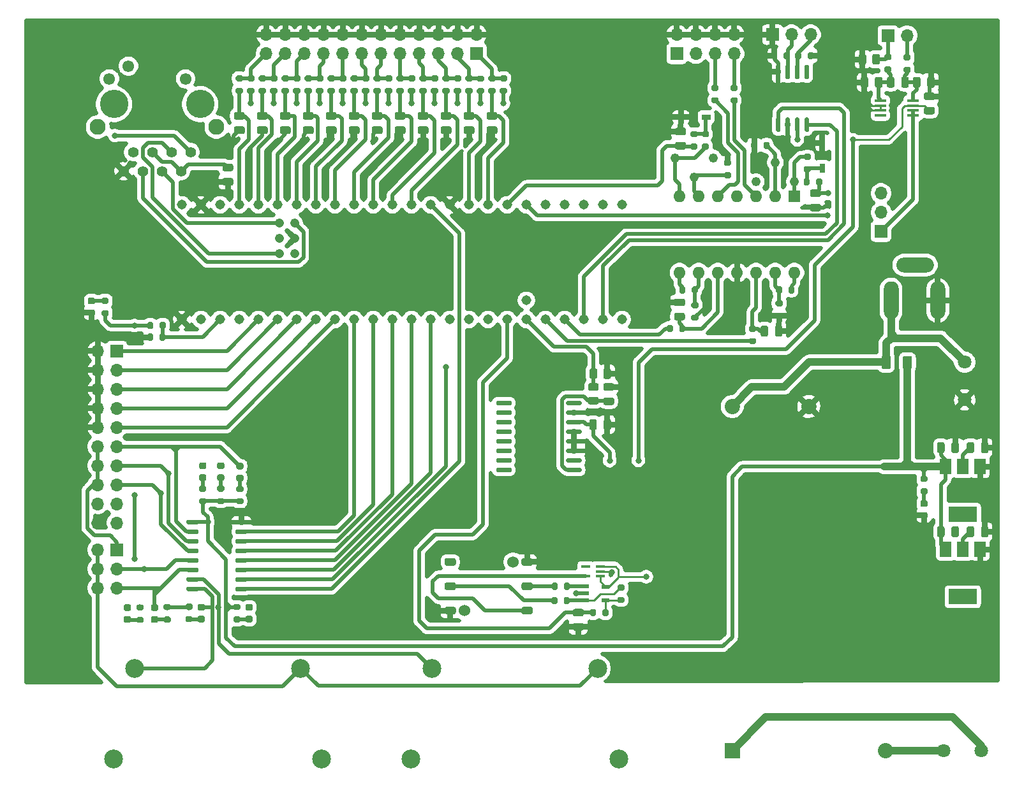
<source format=gtl>
%TF.GenerationSoftware,KiCad,Pcbnew,(5.1.8)-1*%
%TF.CreationDate,2022-02-24T01:16:36-05:00*%
%TF.ProjectId,OCE_L,4f43455f-4c2e-46b6-9963-61645f706362,rev?*%
%TF.SameCoordinates,Original*%
%TF.FileFunction,Copper,L1,Top*%
%TF.FilePolarity,Positive*%
%FSLAX46Y46*%
G04 Gerber Fmt 4.6, Leading zero omitted, Abs format (unit mm)*
G04 Created by KiCad (PCBNEW (5.1.8)-1) date 2022-02-24 01:16:36*
%MOMM*%
%LPD*%
G01*
G04 APERTURE LIST*
%TA.AperFunction,ComponentPad*%
%ADD10C,1.308000*%
%TD*%
%TA.AperFunction,ComponentPad*%
%ADD11C,1.208000*%
%TD*%
%TA.AperFunction,ComponentPad*%
%ADD12O,2.000000X5.000000*%
%TD*%
%TA.AperFunction,SMDPad,CuDef*%
%ADD13R,1.524000X0.431800*%
%TD*%
%TA.AperFunction,SMDPad,CuDef*%
%ADD14R,1.500000X2.000000*%
%TD*%
%TA.AperFunction,SMDPad,CuDef*%
%ADD15R,3.800000X2.000000*%
%TD*%
%TA.AperFunction,ComponentPad*%
%ADD16O,1.700000X1.700000*%
%TD*%
%TA.AperFunction,ComponentPad*%
%ADD17R,1.700000X1.700000*%
%TD*%
%TA.AperFunction,ComponentPad*%
%ADD18C,1.397000*%
%TD*%
%TA.AperFunction,ComponentPad*%
%ADD19C,1.549400*%
%TD*%
%TA.AperFunction,ComponentPad*%
%ADD20C,3.759200*%
%TD*%
%TA.AperFunction,ComponentPad*%
%ADD21C,2.108200*%
%TD*%
%TA.AperFunction,ComponentPad*%
%ADD22O,1.600000X1.600000*%
%TD*%
%TA.AperFunction,ComponentPad*%
%ADD23R,1.600000X1.600000*%
%TD*%
%TA.AperFunction,ComponentPad*%
%ADD24C,1.219200*%
%TD*%
%TA.AperFunction,SMDPad,CuDef*%
%ADD25R,0.762000X1.219200*%
%TD*%
%TA.AperFunction,SMDPad,CuDef*%
%ADD26R,1.219200X0.762000*%
%TD*%
%TA.AperFunction,ComponentPad*%
%ADD27C,1.803400*%
%TD*%
%TA.AperFunction,ComponentPad*%
%ADD28C,2.500000*%
%TD*%
%TA.AperFunction,ComponentPad*%
%ADD29C,2.030000*%
%TD*%
%TA.AperFunction,ComponentPad*%
%ADD30R,2.030000X2.030000*%
%TD*%
%TA.AperFunction,SMDPad,CuDef*%
%ADD31R,1.003300X0.508000*%
%TD*%
%TA.AperFunction,SMDPad,CuDef*%
%ADD32R,1.170000X0.400000*%
%TD*%
%TA.AperFunction,ComponentPad*%
%ADD33C,1.524000*%
%TD*%
%TA.AperFunction,ViaPad*%
%ADD34C,3.500000*%
%TD*%
%TA.AperFunction,ViaPad*%
%ADD35C,0.800000*%
%TD*%
%TA.AperFunction,ViaPad*%
%ADD36C,1.500000*%
%TD*%
%TA.AperFunction,Conductor*%
%ADD37C,0.500000*%
%TD*%
%TA.AperFunction,Conductor*%
%ADD38C,0.250000*%
%TD*%
%TA.AperFunction,Conductor*%
%ADD39C,1.000000*%
%TD*%
%TA.AperFunction,Conductor*%
%ADD40C,0.508000*%
%TD*%
%TA.AperFunction,Conductor*%
%ADD41C,0.100000*%
%TD*%
G04 APERTURE END LIST*
D10*
%TO.P,IC1,GND1*%
%TO.N,GND*%
X51435000Y-78613000D03*
%TO.P,IC1,0*%
%TO.N,Net-(IC1-Pad0)*%
X53975000Y-78613000D03*
%TO.P,IC1,VBAT*%
%TO.N,VBAT*%
X97155000Y-76073000D03*
%TO.P,IC1,GND2*%
%TO.N,GND*%
X86995000Y-63373000D03*
D11*
%TO.P,IC1,R-*%
%TO.N,ETH_RX-*%
X66405000Y-65823000D03*
%TO.P,IC1,R+*%
%TO.N,ETH_RX+*%
X64405000Y-65823000D03*
%TO.P,IC1,GND5*%
%TO.N,GND*%
X66405000Y-67823000D03*
%TO.P,IC1,T+*%
%TO.N,ETH_TX+*%
X66405000Y-69823000D03*
%TO.P,IC1,LED*%
%TO.N,ETH_LED*%
X64405000Y-67823000D03*
%TO.P,IC1,T-*%
%TO.N,ETH_TX-*%
X64405000Y-69823000D03*
D10*
%TO.P,IC1,1*%
%TO.N,SEN_IL*%
X56515000Y-78613000D03*
%TO.P,IC1,2*%
%TO.N,CAN_TX2*%
X59055000Y-78613000D03*
%TO.P,IC1,3*%
%TO.N,SW1*%
X61595000Y-78613000D03*
%TO.P,IC1,4*%
%TO.N,SW2*%
X64135000Y-78613000D03*
%TO.P,IC1,5*%
%TO.N,SW3*%
X66675000Y-78613000D03*
%TO.P,IC1,6*%
%TO.N,SW4*%
X69215000Y-78613000D03*
%TO.P,IC1,7*%
%TO.N,SW5*%
X71755000Y-78613000D03*
%TO.P,IC1,8*%
%TO.N,LED1*%
X74295000Y-78613000D03*
%TO.P,IC1,9*%
%TO.N,LED2*%
X76835000Y-78613000D03*
%TO.P,IC1,10*%
%TO.N,LED3*%
X79375000Y-78613000D03*
%TO.P,IC1,11*%
%TO.N,IRO1_EN*%
X81915000Y-78613000D03*
%TO.P,IC1,12*%
%TO.N,HTR1_EN*%
X84455000Y-78613000D03*
%TO.P,IC1,3.3V_1*%
%TO.N,N/C*%
X86995000Y-78613000D03*
%TO.P,IC1,13*%
%TO.N,BLW1_EN*%
X84455000Y-63373000D03*
%TO.P,IC1,14*%
%TO.N,TH03_IN*%
X81915000Y-63373000D03*
%TO.P,IC1,15*%
%TO.N,TH04_IN*%
X79375000Y-63373000D03*
%TO.P,IC1,16*%
%TO.N,TH05_IN*%
X76835000Y-63373000D03*
%TO.P,IC1,17*%
%TO.N,TH06_IN*%
X74295000Y-63373000D03*
%TO.P,IC1,18*%
%TO.N,TH07_IN*%
X71755000Y-63373000D03*
%TO.P,IC1,19*%
%TO.N,TH08_IN*%
X69215000Y-63373000D03*
%TO.P,IC1,20*%
%TO.N,TH09_IN*%
X66675000Y-63373000D03*
%TO.P,IC1,21*%
%TO.N,TH10_IN*%
X64135000Y-63373000D03*
%TO.P,IC1,22*%
%TO.N,TH11_IN*%
X61595000Y-63373000D03*
%TO.P,IC1,23*%
%TO.N,TH12_IN*%
X59055000Y-63373000D03*
%TO.P,IC1,3.3V_2*%
%TO.N,N/C*%
X56515000Y-63373000D03*
%TO.P,IC1,GND3*%
%TO.N,GND*%
X53975000Y-63373000D03*
%TO.P,IC1,VIN*%
%TO.N,N/C*%
X51435000Y-63373000D03*
%TO.P,IC1,24*%
%TO.N,SCL2*%
X89535000Y-78613000D03*
%TO.P,IC1,25*%
%TO.N,SDA2*%
X92075000Y-78613000D03*
%TO.P,IC1,26*%
%TO.N,PIT1*%
X94615000Y-78613000D03*
%TO.P,IC1,27*%
%TO.N,VS1*%
X97155000Y-78613000D03*
%TO.P,IC1,28*%
%TO.N,UA4_OUT*%
X99695000Y-78613000D03*
%TO.P,IC1,29*%
%TO.N,UA3_OUT*%
X102235000Y-78613000D03*
%TO.P,IC1,30*%
%TO.N,CAN_RX*%
X104775000Y-78613000D03*
%TO.P,IC1,31*%
%TO.N,CAN_TX*%
X107315000Y-78613000D03*
%TO.P,IC1,32*%
%TO.N,AUX1_EN*%
X109855000Y-78613000D03*
%TO.P,IC1,33*%
%TO.N,Net-(IC1-Pad33)*%
X109855000Y-63373000D03*
%TO.P,IC1,34*%
%TO.N,Net-(IC1-Pad34)*%
X107315000Y-63373000D03*
%TO.P,IC1,35*%
%TO.N,Net-(IC1-Pad35)*%
X104775000Y-63373000D03*
%TO.P,IC1,36*%
%TO.N,Net-(IC1-Pad36)*%
X102235000Y-63373000D03*
%TO.P,IC1,37*%
%TO.N,Net-(IC1-Pad37)*%
X99695000Y-63373000D03*
%TO.P,IC1,38*%
%TO.N,UA1*%
X97155000Y-63373000D03*
%TO.P,IC1,39*%
%TO.N,UA2*%
X94615000Y-63373000D03*
%TO.P,IC1,40*%
%TO.N,TH01_IN*%
X92075000Y-63373000D03*
%TO.P,IC1,41*%
%TO.N,TH02_IN*%
X89535000Y-63373000D03*
%TD*%
D12*
%TO.P,J2,1*%
%TO.N,12V*%
X145542000Y-76073000D03*
%TO.P,J2,2*%
%TO.N,GND*%
X151742000Y-76073000D03*
%TO.P,J2,3*%
%TO.N,N/C*%
%TA.AperFunction,ComponentPad*%
G36*
G01*
X150242000Y-72373000D02*
X147242000Y-72373000D01*
G75*
G02*
X146242000Y-71373000I0J1000000D01*
G01*
X146242000Y-71373000D01*
G75*
G02*
X147242000Y-70373000I1000000J0D01*
G01*
X150242000Y-70373000D01*
G75*
G02*
X151242000Y-71373000I0J-1000000D01*
G01*
X151242000Y-71373000D01*
G75*
G02*
X150242000Y-72373000I-1000000J0D01*
G01*
G37*
%TD.AperFunction*%
%TD*%
D13*
%TO.P,U8,1*%
%TO.N,Net-(C27-Pad2)*%
X144132300Y-49540402D03*
%TO.P,U8,2*%
%TO.N,GND*%
X144132300Y-50190400D03*
%TO.P,U8,3*%
X144132300Y-50840402D03*
%TO.P,U8,4*%
%TO.N,Net-(U8-Pad4)*%
X144132300Y-51490400D03*
%TO.P,U8,5*%
%TO.N,Net-(J7-Pad1)*%
X148475700Y-51490400D03*
%TO.P,U8,6*%
X148475700Y-50840402D03*
%TO.P,U8,7*%
%TO.N,5V*%
X148475700Y-50190400D03*
%TO.P,U8,8*%
%TO.N,Net-(C27-Pad1)*%
X148475700Y-49540402D03*
%TD*%
%TO.P,R12,2*%
%TO.N,Net-(R10-Pad1)*%
%TA.AperFunction,SMDPad,CuDef*%
G36*
G01*
X130958000Y-76855000D02*
X130408000Y-76855000D01*
G75*
G02*
X130208000Y-76655000I0J200000D01*
G01*
X130208000Y-76255000D01*
G75*
G02*
X130408000Y-76055000I200000J0D01*
G01*
X130958000Y-76055000D01*
G75*
G02*
X131158000Y-76255000I0J-200000D01*
G01*
X131158000Y-76655000D01*
G75*
G02*
X130958000Y-76855000I-200000J0D01*
G01*
G37*
%TD.AperFunction*%
%TO.P,R12,1*%
%TO.N,GND*%
%TA.AperFunction,SMDPad,CuDef*%
G36*
G01*
X130958000Y-78505000D02*
X130408000Y-78505000D01*
G75*
G02*
X130208000Y-78305000I0J200000D01*
G01*
X130208000Y-77905000D01*
G75*
G02*
X130408000Y-77705000I200000J0D01*
G01*
X130958000Y-77705000D01*
G75*
G02*
X131158000Y-77905000I0J-200000D01*
G01*
X131158000Y-78305000D01*
G75*
G02*
X130958000Y-78505000I-200000J0D01*
G01*
G37*
%TD.AperFunction*%
%TD*%
D14*
%TO.P,U1,1*%
%TO.N,GND*%
X157367000Y-109143000D03*
%TO.P,U1,3*%
%TO.N,12V_F*%
X152767000Y-109143000D03*
%TO.P,U1,2*%
%TO.N,3V3*%
X155067000Y-109143000D03*
D15*
X155067000Y-115443000D03*
%TD*%
D16*
%TO.P,J6,3*%
%TO.N,Net-(J6-Pad3)*%
X134874000Y-40767000D03*
%TO.P,J6,2*%
%TO.N,Net-(J6-Pad2)*%
X132334000Y-40767000D03*
D17*
%TO.P,J6,1*%
%TO.N,GND*%
X129794000Y-40767000D03*
%TD*%
D14*
%TO.P,U5,1*%
%TO.N,GND*%
X157367000Y-98171000D03*
%TO.P,U5,3*%
%TO.N,12V_F*%
X152767000Y-98171000D03*
%TO.P,U5,2*%
%TO.N,5V*%
X155067000Y-98171000D03*
D15*
X155067000Y-104471000D03*
%TD*%
D16*
%TO.P,J4,24*%
%TO.N,GND*%
X62611000Y-40767000D03*
%TO.P,J4,23*%
%TO.N,Net-(J4-Pad23)*%
X62611000Y-43307000D03*
%TO.P,J4,22*%
%TO.N,GND*%
X65151000Y-40767000D03*
%TO.P,J4,21*%
%TO.N,Net-(J4-Pad21)*%
X65151000Y-43307000D03*
%TO.P,J4,20*%
%TO.N,GND*%
X67691000Y-40767000D03*
%TO.P,J4,19*%
%TO.N,Net-(J4-Pad19)*%
X67691000Y-43307000D03*
%TO.P,J4,18*%
%TO.N,GND*%
X70231000Y-40767000D03*
%TO.P,J4,17*%
%TO.N,Net-(J4-Pad17)*%
X70231000Y-43307000D03*
%TO.P,J4,16*%
%TO.N,GND*%
X72771000Y-40767000D03*
%TO.P,J4,15*%
%TO.N,Net-(J4-Pad15)*%
X72771000Y-43307000D03*
%TO.P,J4,14*%
%TO.N,GND*%
X75311000Y-40767000D03*
%TO.P,J4,13*%
%TO.N,Net-(J4-Pad13)*%
X75311000Y-43307000D03*
%TO.P,J4,12*%
%TO.N,GND*%
X77851000Y-40767000D03*
%TO.P,J4,11*%
%TO.N,Net-(J4-Pad11)*%
X77851000Y-43307000D03*
%TO.P,J4,10*%
%TO.N,GND*%
X80391000Y-40767000D03*
%TO.P,J4,9*%
%TO.N,Net-(J4-Pad9)*%
X80391000Y-43307000D03*
%TO.P,J4,8*%
%TO.N,GND*%
X82931000Y-40767000D03*
%TO.P,J4,7*%
%TO.N,Net-(J4-Pad7)*%
X82931000Y-43307000D03*
%TO.P,J4,6*%
%TO.N,GND*%
X85471000Y-40767000D03*
%TO.P,J4,5*%
%TO.N,Net-(J4-Pad5)*%
X85471000Y-43307000D03*
%TO.P,J4,4*%
%TO.N,GND*%
X88011000Y-40767000D03*
%TO.P,J4,3*%
%TO.N,Net-(J4-Pad3)*%
X88011000Y-43307000D03*
%TO.P,J4,2*%
%TO.N,GND*%
X90551000Y-40767000D03*
D17*
%TO.P,J4,1*%
%TO.N,Net-(J4-Pad1)*%
X90551000Y-43307000D03*
%TD*%
D16*
%TO.P,J3,8*%
%TO.N,GND*%
X124714000Y-40767000D03*
%TO.P,J3,7*%
X122174000Y-40767000D03*
%TO.P,J3,6*%
X119634000Y-40767000D03*
%TO.P,J3,5*%
X117094000Y-40767000D03*
%TO.P,J3,4*%
%TO.N,Net-(J3-Pad4)*%
X124714000Y-43307000D03*
%TO.P,J3,3*%
%TO.N,Net-(J3-Pad3)*%
X122174000Y-43307000D03*
%TO.P,J3,2*%
%TO.N,Net-(J3-Pad2)*%
X119634000Y-43307000D03*
D17*
%TO.P,J3,1*%
%TO.N,Net-(J3-Pad1)*%
X117094000Y-43307000D03*
%TD*%
D18*
%TO.P,J9,2*%
%TO.N,Net-(C22-Pad2)*%
X51308000Y-58908010D03*
%TO.P,J9,4*%
%TO.N,ETH_RX+*%
X48768000Y-58908010D03*
%TO.P,J9,6*%
%TO.N,ETH_RX-*%
X46228000Y-58908010D03*
%TO.P,J9,8*%
%TO.N,GND*%
X43688000Y-58908010D03*
%TO.P,J9,1*%
%TO.N,ETH_TX+*%
X52578000Y-56368010D03*
%TO.P,J9,3*%
%TO.N,ETH_TX-*%
X50038000Y-56368010D03*
%TO.P,J9,5*%
%TO.N,Net-(C22-Pad2)*%
X47498000Y-56368010D03*
%TO.P,J9,7*%
%TO.N,Net-(J9-Pad7)*%
X44958000Y-56368010D03*
D19*
%TO.P,J9,9*%
%TO.N,GND*%
X54458000Y-44918010D03*
%TO.P,J9,10*%
%TO.N,ETH_LED*%
X51918000Y-46638010D03*
%TO.P,J9,11*%
%TO.N,Net-(J9-Pad11)*%
X44348000Y-44938010D03*
%TO.P,J9,12*%
%TO.N,Net-(J9-Pad12)*%
X41808000Y-46638010D03*
D20*
%TO.P,J9,14*%
%TO.N,N/C*%
X53848000Y-49998010D03*
%TO.P,J9,15*%
X42418000Y-49998010D03*
D21*
%TO.P,J9,13*%
X56007998Y-53048010D03*
%TO.P,J9,16*%
X40258002Y-53048010D03*
%TD*%
%TO.P,C3,2*%
%TO.N,GND*%
%TA.AperFunction,SMDPad,CuDef*%
G36*
G01*
X135034000Y-63238001D02*
X135984000Y-63238001D01*
G75*
G02*
X136234000Y-63488001I0J-250000D01*
G01*
X136234000Y-63988001D01*
G75*
G02*
X135984000Y-64238001I-250000J0D01*
G01*
X135034000Y-64238001D01*
G75*
G02*
X134784000Y-63988001I0J250000D01*
G01*
X134784000Y-63488001D01*
G75*
G02*
X135034000Y-63238001I250000J0D01*
G01*
G37*
%TD.AperFunction*%
%TO.P,C3,1*%
%TO.N,Net-(C3-Pad1)*%
%TA.AperFunction,SMDPad,CuDef*%
G36*
G01*
X135034000Y-61338001D02*
X135984000Y-61338001D01*
G75*
G02*
X136234000Y-61588001I0J-250000D01*
G01*
X136234000Y-62088001D01*
G75*
G02*
X135984000Y-62338001I-250000J0D01*
G01*
X135034000Y-62338001D01*
G75*
G02*
X134784000Y-62088001I0J250000D01*
G01*
X134784000Y-61588001D01*
G75*
G02*
X135034000Y-61338001I250000J0D01*
G01*
G37*
%TD.AperFunction*%
%TD*%
%TO.P,C5,2*%
%TO.N,GND*%
%TA.AperFunction,SMDPad,CuDef*%
G36*
G01*
X117950000Y-76827000D02*
X117000000Y-76827000D01*
G75*
G02*
X116750000Y-76577000I0J250000D01*
G01*
X116750000Y-76077000D01*
G75*
G02*
X117000000Y-75827000I250000J0D01*
G01*
X117950000Y-75827000D01*
G75*
G02*
X118200000Y-76077000I0J-250000D01*
G01*
X118200000Y-76577000D01*
G75*
G02*
X117950000Y-76827000I-250000J0D01*
G01*
G37*
%TD.AperFunction*%
%TO.P,C5,1*%
%TO.N,Net-(C5-Pad1)*%
%TA.AperFunction,SMDPad,CuDef*%
G36*
G01*
X117950000Y-78727000D02*
X117000000Y-78727000D01*
G75*
G02*
X116750000Y-78477000I0J250000D01*
G01*
X116750000Y-77977000D01*
G75*
G02*
X117000000Y-77727000I250000J0D01*
G01*
X117950000Y-77727000D01*
G75*
G02*
X118200000Y-77977000I0J-250000D01*
G01*
X118200000Y-78477000D01*
G75*
G02*
X117950000Y-78727000I-250000J0D01*
G01*
G37*
%TD.AperFunction*%
%TD*%
%TO.P,C6,2*%
%TO.N,GND*%
%TA.AperFunction,SMDPad,CuDef*%
G36*
G01*
X130127200Y-80637400D02*
X130127200Y-79687400D01*
G75*
G02*
X130377200Y-79437400I250000J0D01*
G01*
X130877200Y-79437400D01*
G75*
G02*
X131127200Y-79687400I0J-250000D01*
G01*
X131127200Y-80637400D01*
G75*
G02*
X130877200Y-80887400I-250000J0D01*
G01*
X130377200Y-80887400D01*
G75*
G02*
X130127200Y-80637400I0J250000D01*
G01*
G37*
%TD.AperFunction*%
%TO.P,C6,1*%
%TO.N,Net-(C6-Pad1)*%
%TA.AperFunction,SMDPad,CuDef*%
G36*
G01*
X128227200Y-80637400D02*
X128227200Y-79687400D01*
G75*
G02*
X128477200Y-79437400I250000J0D01*
G01*
X128977200Y-79437400D01*
G75*
G02*
X129227200Y-79687400I0J-250000D01*
G01*
X129227200Y-80637400D01*
G75*
G02*
X128977200Y-80887400I-250000J0D01*
G01*
X128477200Y-80887400D01*
G75*
G02*
X128227200Y-80637400I0J250000D01*
G01*
G37*
%TD.AperFunction*%
%TD*%
%TO.P,C7,2*%
%TO.N,GND*%
%TA.AperFunction,SMDPad,CuDef*%
G36*
G01*
X107394200Y-93045300D02*
X107394200Y-92095300D01*
G75*
G02*
X107644200Y-91845300I250000J0D01*
G01*
X108144200Y-91845300D01*
G75*
G02*
X108394200Y-92095300I0J-250000D01*
G01*
X108394200Y-93045300D01*
G75*
G02*
X108144200Y-93295300I-250000J0D01*
G01*
X107644200Y-93295300D01*
G75*
G02*
X107394200Y-93045300I0J250000D01*
G01*
G37*
%TD.AperFunction*%
%TO.P,C7,1*%
%TO.N,5V*%
%TA.AperFunction,SMDPad,CuDef*%
G36*
G01*
X105494200Y-93045300D02*
X105494200Y-92095300D01*
G75*
G02*
X105744200Y-91845300I250000J0D01*
G01*
X106244200Y-91845300D01*
G75*
G02*
X106494200Y-92095300I0J-250000D01*
G01*
X106494200Y-93045300D01*
G75*
G02*
X106244200Y-93295300I-250000J0D01*
G01*
X105744200Y-93295300D01*
G75*
G02*
X105494200Y-93045300I0J250000D01*
G01*
G37*
%TD.AperFunction*%
%TD*%
%TO.P,C9,2*%
%TO.N,GND*%
%TA.AperFunction,SMDPad,CuDef*%
G36*
G01*
X58580000Y-52962000D02*
X59530000Y-52962000D01*
G75*
G02*
X59780000Y-53212000I0J-250000D01*
G01*
X59780000Y-53712000D01*
G75*
G02*
X59530000Y-53962000I-250000J0D01*
G01*
X58580000Y-53962000D01*
G75*
G02*
X58330000Y-53712000I0J250000D01*
G01*
X58330000Y-53212000D01*
G75*
G02*
X58580000Y-52962000I250000J0D01*
G01*
G37*
%TD.AperFunction*%
%TO.P,C9,1*%
%TO.N,TH12_IN*%
%TA.AperFunction,SMDPad,CuDef*%
G36*
G01*
X58580000Y-51062000D02*
X59530000Y-51062000D01*
G75*
G02*
X59780000Y-51312000I0J-250000D01*
G01*
X59780000Y-51812000D01*
G75*
G02*
X59530000Y-52062000I-250000J0D01*
G01*
X58580000Y-52062000D01*
G75*
G02*
X58330000Y-51812000I0J250000D01*
G01*
X58330000Y-51312000D01*
G75*
G02*
X58580000Y-51062000I250000J0D01*
G01*
G37*
%TD.AperFunction*%
%TD*%
%TO.P,C10,2*%
%TO.N,GND*%
%TA.AperFunction,SMDPad,CuDef*%
G36*
G01*
X108552000Y-88079200D02*
X107602000Y-88079200D01*
G75*
G02*
X107352000Y-87829200I0J250000D01*
G01*
X107352000Y-87329200D01*
G75*
G02*
X107602000Y-87079200I250000J0D01*
G01*
X108552000Y-87079200D01*
G75*
G02*
X108802000Y-87329200I0J-250000D01*
G01*
X108802000Y-87829200D01*
G75*
G02*
X108552000Y-88079200I-250000J0D01*
G01*
G37*
%TD.AperFunction*%
%TO.P,C10,1*%
%TO.N,Net-(C10-Pad1)*%
%TA.AperFunction,SMDPad,CuDef*%
G36*
G01*
X108552000Y-89979200D02*
X107602000Y-89979200D01*
G75*
G02*
X107352000Y-89729200I0J250000D01*
G01*
X107352000Y-89229200D01*
G75*
G02*
X107602000Y-88979200I250000J0D01*
G01*
X108552000Y-88979200D01*
G75*
G02*
X108802000Y-89229200I0J-250000D01*
G01*
X108802000Y-89729200D01*
G75*
G02*
X108552000Y-89979200I-250000J0D01*
G01*
G37*
%TD.AperFunction*%
%TD*%
%TO.P,C11,2*%
%TO.N,GND*%
%TA.AperFunction,SMDPad,CuDef*%
G36*
G01*
X61628000Y-52962000D02*
X62578000Y-52962000D01*
G75*
G02*
X62828000Y-53212000I0J-250000D01*
G01*
X62828000Y-53712000D01*
G75*
G02*
X62578000Y-53962000I-250000J0D01*
G01*
X61628000Y-53962000D01*
G75*
G02*
X61378000Y-53712000I0J250000D01*
G01*
X61378000Y-53212000D01*
G75*
G02*
X61628000Y-52962000I250000J0D01*
G01*
G37*
%TD.AperFunction*%
%TO.P,C11,1*%
%TO.N,TH11_IN*%
%TA.AperFunction,SMDPad,CuDef*%
G36*
G01*
X61628000Y-51062000D02*
X62578000Y-51062000D01*
G75*
G02*
X62828000Y-51312000I0J-250000D01*
G01*
X62828000Y-51812000D01*
G75*
G02*
X62578000Y-52062000I-250000J0D01*
G01*
X61628000Y-52062000D01*
G75*
G02*
X61378000Y-51812000I0J250000D01*
G01*
X61378000Y-51312000D01*
G75*
G02*
X61628000Y-51062000I250000J0D01*
G01*
G37*
%TD.AperFunction*%
%TD*%
%TO.P,C12,2*%
%TO.N,GND*%
%TA.AperFunction,SMDPad,CuDef*%
G36*
G01*
X64676000Y-52962000D02*
X65626000Y-52962000D01*
G75*
G02*
X65876000Y-53212000I0J-250000D01*
G01*
X65876000Y-53712000D01*
G75*
G02*
X65626000Y-53962000I-250000J0D01*
G01*
X64676000Y-53962000D01*
G75*
G02*
X64426000Y-53712000I0J250000D01*
G01*
X64426000Y-53212000D01*
G75*
G02*
X64676000Y-52962000I250000J0D01*
G01*
G37*
%TD.AperFunction*%
%TO.P,C12,1*%
%TO.N,TH10_IN*%
%TA.AperFunction,SMDPad,CuDef*%
G36*
G01*
X64676000Y-51062000D02*
X65626000Y-51062000D01*
G75*
G02*
X65876000Y-51312000I0J-250000D01*
G01*
X65876000Y-51812000D01*
G75*
G02*
X65626000Y-52062000I-250000J0D01*
G01*
X64676000Y-52062000D01*
G75*
G02*
X64426000Y-51812000I0J250000D01*
G01*
X64426000Y-51312000D01*
G75*
G02*
X64676000Y-51062000I250000J0D01*
G01*
G37*
%TD.AperFunction*%
%TD*%
%TO.P,C13,2*%
%TO.N,GND*%
%TA.AperFunction,SMDPad,CuDef*%
G36*
G01*
X92108000Y-52962000D02*
X93058000Y-52962000D01*
G75*
G02*
X93308000Y-53212000I0J-250000D01*
G01*
X93308000Y-53712000D01*
G75*
G02*
X93058000Y-53962000I-250000J0D01*
G01*
X92108000Y-53962000D01*
G75*
G02*
X91858000Y-53712000I0J250000D01*
G01*
X91858000Y-53212000D01*
G75*
G02*
X92108000Y-52962000I250000J0D01*
G01*
G37*
%TD.AperFunction*%
%TO.P,C13,1*%
%TO.N,TH01_IN*%
%TA.AperFunction,SMDPad,CuDef*%
G36*
G01*
X92108000Y-51062000D02*
X93058000Y-51062000D01*
G75*
G02*
X93308000Y-51312000I0J-250000D01*
G01*
X93308000Y-51812000D01*
G75*
G02*
X93058000Y-52062000I-250000J0D01*
G01*
X92108000Y-52062000D01*
G75*
G02*
X91858000Y-51812000I0J250000D01*
G01*
X91858000Y-51312000D01*
G75*
G02*
X92108000Y-51062000I250000J0D01*
G01*
G37*
%TD.AperFunction*%
%TD*%
%TO.P,C14,2*%
%TO.N,GND*%
%TA.AperFunction,SMDPad,CuDef*%
G36*
G01*
X67724000Y-52962000D02*
X68674000Y-52962000D01*
G75*
G02*
X68924000Y-53212000I0J-250000D01*
G01*
X68924000Y-53712000D01*
G75*
G02*
X68674000Y-53962000I-250000J0D01*
G01*
X67724000Y-53962000D01*
G75*
G02*
X67474000Y-53712000I0J250000D01*
G01*
X67474000Y-53212000D01*
G75*
G02*
X67724000Y-52962000I250000J0D01*
G01*
G37*
%TD.AperFunction*%
%TO.P,C14,1*%
%TO.N,TH09_IN*%
%TA.AperFunction,SMDPad,CuDef*%
G36*
G01*
X67724000Y-51062000D02*
X68674000Y-51062000D01*
G75*
G02*
X68924000Y-51312000I0J-250000D01*
G01*
X68924000Y-51812000D01*
G75*
G02*
X68674000Y-52062000I-250000J0D01*
G01*
X67724000Y-52062000D01*
G75*
G02*
X67474000Y-51812000I0J250000D01*
G01*
X67474000Y-51312000D01*
G75*
G02*
X67724000Y-51062000I250000J0D01*
G01*
G37*
%TD.AperFunction*%
%TD*%
%TO.P,C15,2*%
%TO.N,GND*%
%TA.AperFunction,SMDPad,CuDef*%
G36*
G01*
X89060000Y-52962000D02*
X90010000Y-52962000D01*
G75*
G02*
X90260000Y-53212000I0J-250000D01*
G01*
X90260000Y-53712000D01*
G75*
G02*
X90010000Y-53962000I-250000J0D01*
G01*
X89060000Y-53962000D01*
G75*
G02*
X88810000Y-53712000I0J250000D01*
G01*
X88810000Y-53212000D01*
G75*
G02*
X89060000Y-52962000I250000J0D01*
G01*
G37*
%TD.AperFunction*%
%TO.P,C15,1*%
%TO.N,TH02_IN*%
%TA.AperFunction,SMDPad,CuDef*%
G36*
G01*
X89060000Y-51062000D02*
X90010000Y-51062000D01*
G75*
G02*
X90260000Y-51312000I0J-250000D01*
G01*
X90260000Y-51812000D01*
G75*
G02*
X90010000Y-52062000I-250000J0D01*
G01*
X89060000Y-52062000D01*
G75*
G02*
X88810000Y-51812000I0J250000D01*
G01*
X88810000Y-51312000D01*
G75*
G02*
X89060000Y-51062000I250000J0D01*
G01*
G37*
%TD.AperFunction*%
%TD*%
%TO.P,C16,2*%
%TO.N,GND*%
%TA.AperFunction,SMDPad,CuDef*%
G36*
G01*
X70772000Y-52962000D02*
X71722000Y-52962000D01*
G75*
G02*
X71972000Y-53212000I0J-250000D01*
G01*
X71972000Y-53712000D01*
G75*
G02*
X71722000Y-53962000I-250000J0D01*
G01*
X70772000Y-53962000D01*
G75*
G02*
X70522000Y-53712000I0J250000D01*
G01*
X70522000Y-53212000D01*
G75*
G02*
X70772000Y-52962000I250000J0D01*
G01*
G37*
%TD.AperFunction*%
%TO.P,C16,1*%
%TO.N,TH08_IN*%
%TA.AperFunction,SMDPad,CuDef*%
G36*
G01*
X70772000Y-51062000D02*
X71722000Y-51062000D01*
G75*
G02*
X71972000Y-51312000I0J-250000D01*
G01*
X71972000Y-51812000D01*
G75*
G02*
X71722000Y-52062000I-250000J0D01*
G01*
X70772000Y-52062000D01*
G75*
G02*
X70522000Y-51812000I0J250000D01*
G01*
X70522000Y-51312000D01*
G75*
G02*
X70772000Y-51062000I250000J0D01*
G01*
G37*
%TD.AperFunction*%
%TD*%
%TO.P,C17,2*%
%TO.N,GND*%
%TA.AperFunction,SMDPad,CuDef*%
G36*
G01*
X86012000Y-52962000D02*
X86962000Y-52962000D01*
G75*
G02*
X87212000Y-53212000I0J-250000D01*
G01*
X87212000Y-53712000D01*
G75*
G02*
X86962000Y-53962000I-250000J0D01*
G01*
X86012000Y-53962000D01*
G75*
G02*
X85762000Y-53712000I0J250000D01*
G01*
X85762000Y-53212000D01*
G75*
G02*
X86012000Y-52962000I250000J0D01*
G01*
G37*
%TD.AperFunction*%
%TO.P,C17,1*%
%TO.N,TH03_IN*%
%TA.AperFunction,SMDPad,CuDef*%
G36*
G01*
X86012000Y-51062000D02*
X86962000Y-51062000D01*
G75*
G02*
X87212000Y-51312000I0J-250000D01*
G01*
X87212000Y-51812000D01*
G75*
G02*
X86962000Y-52062000I-250000J0D01*
G01*
X86012000Y-52062000D01*
G75*
G02*
X85762000Y-51812000I0J250000D01*
G01*
X85762000Y-51312000D01*
G75*
G02*
X86012000Y-51062000I250000J0D01*
G01*
G37*
%TD.AperFunction*%
%TD*%
%TO.P,C18,2*%
%TO.N,GND*%
%TA.AperFunction,SMDPad,CuDef*%
G36*
G01*
X82964000Y-52962000D02*
X83914000Y-52962000D01*
G75*
G02*
X84164000Y-53212000I0J-250000D01*
G01*
X84164000Y-53712000D01*
G75*
G02*
X83914000Y-53962000I-250000J0D01*
G01*
X82964000Y-53962000D01*
G75*
G02*
X82714000Y-53712000I0J250000D01*
G01*
X82714000Y-53212000D01*
G75*
G02*
X82964000Y-52962000I250000J0D01*
G01*
G37*
%TD.AperFunction*%
%TO.P,C18,1*%
%TO.N,TH04_IN*%
%TA.AperFunction,SMDPad,CuDef*%
G36*
G01*
X82964000Y-51062000D02*
X83914000Y-51062000D01*
G75*
G02*
X84164000Y-51312000I0J-250000D01*
G01*
X84164000Y-51812000D01*
G75*
G02*
X83914000Y-52062000I-250000J0D01*
G01*
X82964000Y-52062000D01*
G75*
G02*
X82714000Y-51812000I0J250000D01*
G01*
X82714000Y-51312000D01*
G75*
G02*
X82964000Y-51062000I250000J0D01*
G01*
G37*
%TD.AperFunction*%
%TD*%
%TO.P,C19,2*%
%TO.N,GND*%
%TA.AperFunction,SMDPad,CuDef*%
G36*
G01*
X73820000Y-52962000D02*
X74770000Y-52962000D01*
G75*
G02*
X75020000Y-53212000I0J-250000D01*
G01*
X75020000Y-53712000D01*
G75*
G02*
X74770000Y-53962000I-250000J0D01*
G01*
X73820000Y-53962000D01*
G75*
G02*
X73570000Y-53712000I0J250000D01*
G01*
X73570000Y-53212000D01*
G75*
G02*
X73820000Y-52962000I250000J0D01*
G01*
G37*
%TD.AperFunction*%
%TO.P,C19,1*%
%TO.N,TH07_IN*%
%TA.AperFunction,SMDPad,CuDef*%
G36*
G01*
X73820000Y-51062000D02*
X74770000Y-51062000D01*
G75*
G02*
X75020000Y-51312000I0J-250000D01*
G01*
X75020000Y-51812000D01*
G75*
G02*
X74770000Y-52062000I-250000J0D01*
G01*
X73820000Y-52062000D01*
G75*
G02*
X73570000Y-51812000I0J250000D01*
G01*
X73570000Y-51312000D01*
G75*
G02*
X73820000Y-51062000I250000J0D01*
G01*
G37*
%TD.AperFunction*%
%TD*%
%TO.P,C20,2*%
%TO.N,GND*%
%TA.AperFunction,SMDPad,CuDef*%
G36*
G01*
X79916000Y-52962000D02*
X80866000Y-52962000D01*
G75*
G02*
X81116000Y-53212000I0J-250000D01*
G01*
X81116000Y-53712000D01*
G75*
G02*
X80866000Y-53962000I-250000J0D01*
G01*
X79916000Y-53962000D01*
G75*
G02*
X79666000Y-53712000I0J250000D01*
G01*
X79666000Y-53212000D01*
G75*
G02*
X79916000Y-52962000I250000J0D01*
G01*
G37*
%TD.AperFunction*%
%TO.P,C20,1*%
%TO.N,TH05_IN*%
%TA.AperFunction,SMDPad,CuDef*%
G36*
G01*
X79916000Y-51062000D02*
X80866000Y-51062000D01*
G75*
G02*
X81116000Y-51312000I0J-250000D01*
G01*
X81116000Y-51812000D01*
G75*
G02*
X80866000Y-52062000I-250000J0D01*
G01*
X79916000Y-52062000D01*
G75*
G02*
X79666000Y-51812000I0J250000D01*
G01*
X79666000Y-51312000D01*
G75*
G02*
X79916000Y-51062000I250000J0D01*
G01*
G37*
%TD.AperFunction*%
%TD*%
%TO.P,C21,2*%
%TO.N,GND*%
%TA.AperFunction,SMDPad,CuDef*%
G36*
G01*
X76868000Y-52962000D02*
X77818000Y-52962000D01*
G75*
G02*
X78068000Y-53212000I0J-250000D01*
G01*
X78068000Y-53712000D01*
G75*
G02*
X77818000Y-53962000I-250000J0D01*
G01*
X76868000Y-53962000D01*
G75*
G02*
X76618000Y-53712000I0J250000D01*
G01*
X76618000Y-53212000D01*
G75*
G02*
X76868000Y-52962000I250000J0D01*
G01*
G37*
%TD.AperFunction*%
%TO.P,C21,1*%
%TO.N,TH06_IN*%
%TA.AperFunction,SMDPad,CuDef*%
G36*
G01*
X76868000Y-51062000D02*
X77818000Y-51062000D01*
G75*
G02*
X78068000Y-51312000I0J-250000D01*
G01*
X78068000Y-51812000D01*
G75*
G02*
X77818000Y-52062000I-250000J0D01*
G01*
X76868000Y-52062000D01*
G75*
G02*
X76618000Y-51812000I0J250000D01*
G01*
X76618000Y-51312000D01*
G75*
G02*
X76868000Y-51062000I250000J0D01*
G01*
G37*
%TD.AperFunction*%
%TD*%
%TO.P,R22,2*%
%TO.N,Net-(C10-Pad1)*%
%TA.AperFunction,SMDPad,CuDef*%
G36*
G01*
X105594998Y-88891700D02*
X106495002Y-88891700D01*
G75*
G02*
X106745000Y-89141698I0J-249998D01*
G01*
X106745000Y-89666702D01*
G75*
G02*
X106495002Y-89916700I-249998J0D01*
G01*
X105594998Y-89916700D01*
G75*
G02*
X105345000Y-89666702I0J249998D01*
G01*
X105345000Y-89141698D01*
G75*
G02*
X105594998Y-88891700I249998J0D01*
G01*
G37*
%TD.AperFunction*%
%TO.P,R22,1*%
%TO.N,VS1*%
%TA.AperFunction,SMDPad,CuDef*%
G36*
G01*
X105594998Y-87066700D02*
X106495002Y-87066700D01*
G75*
G02*
X106745000Y-87316698I0J-249998D01*
G01*
X106745000Y-87841702D01*
G75*
G02*
X106495002Y-88091700I-249998J0D01*
G01*
X105594998Y-88091700D01*
G75*
G02*
X105345000Y-87841702I0J249998D01*
G01*
X105345000Y-87316698D01*
G75*
G02*
X105594998Y-87066700I249998J0D01*
G01*
G37*
%TD.AperFunction*%
%TD*%
%TO.P,R27,2*%
%TO.N,VS1*%
%TA.AperFunction,SMDPad,CuDef*%
G36*
G01*
X106557500Y-85351198D02*
X106557500Y-86251202D01*
G75*
G02*
X106307502Y-86501200I-249998J0D01*
G01*
X105782498Y-86501200D01*
G75*
G02*
X105532500Y-86251202I0J249998D01*
G01*
X105532500Y-85351198D01*
G75*
G02*
X105782498Y-85101200I249998J0D01*
G01*
X106307502Y-85101200D01*
G75*
G02*
X106557500Y-85351198I0J-249998D01*
G01*
G37*
%TD.AperFunction*%
%TO.P,R27,1*%
%TO.N,GND*%
%TA.AperFunction,SMDPad,CuDef*%
G36*
G01*
X108382500Y-85351198D02*
X108382500Y-86251202D01*
G75*
G02*
X108132502Y-86501200I-249998J0D01*
G01*
X107607498Y-86501200D01*
G75*
G02*
X107357500Y-86251202I0J249998D01*
G01*
X107357500Y-85351198D01*
G75*
G02*
X107607498Y-85101200I249998J0D01*
G01*
X108132502Y-85101200D01*
G75*
G02*
X108382500Y-85351198I0J-249998D01*
G01*
G37*
%TD.AperFunction*%
%TD*%
%TO.P,U2,16*%
%TO.N,BLW1*%
%TA.AperFunction,SMDPad,CuDef*%
G36*
G01*
X53632000Y-114289500D02*
X53632000Y-114564500D01*
G75*
G02*
X53494500Y-114702000I-137500J0D01*
G01*
X52169500Y-114702000D01*
G75*
G02*
X52032000Y-114564500I0J137500D01*
G01*
X52032000Y-114289500D01*
G75*
G02*
X52169500Y-114152000I137500J0D01*
G01*
X53494500Y-114152000D01*
G75*
G02*
X53632000Y-114289500I0J-137500D01*
G01*
G37*
%TD.AperFunction*%
%TO.P,U2,15*%
%TO.N,AUX1*%
%TA.AperFunction,SMDPad,CuDef*%
G36*
G01*
X53632000Y-113019500D02*
X53632000Y-113294500D01*
G75*
G02*
X53494500Y-113432000I-137500J0D01*
G01*
X52169500Y-113432000D01*
G75*
G02*
X52032000Y-113294500I0J137500D01*
G01*
X52032000Y-113019500D01*
G75*
G02*
X52169500Y-112882000I137500J0D01*
G01*
X53494500Y-112882000D01*
G75*
G02*
X53632000Y-113019500I0J-137500D01*
G01*
G37*
%TD.AperFunction*%
%TO.P,U2,14*%
%TO.N,HTR1*%
%TA.AperFunction,SMDPad,CuDef*%
G36*
G01*
X53632000Y-111749500D02*
X53632000Y-112024500D01*
G75*
G02*
X53494500Y-112162000I-137500J0D01*
G01*
X52169500Y-112162000D01*
G75*
G02*
X52032000Y-112024500I0J137500D01*
G01*
X52032000Y-111749500D01*
G75*
G02*
X52169500Y-111612000I137500J0D01*
G01*
X53494500Y-111612000D01*
G75*
G02*
X53632000Y-111749500I0J-137500D01*
G01*
G37*
%TD.AperFunction*%
%TO.P,U2,13*%
%TO.N,IRO1*%
%TA.AperFunction,SMDPad,CuDef*%
G36*
G01*
X53632000Y-110479500D02*
X53632000Y-110754500D01*
G75*
G02*
X53494500Y-110892000I-137500J0D01*
G01*
X52169500Y-110892000D01*
G75*
G02*
X52032000Y-110754500I0J137500D01*
G01*
X52032000Y-110479500D01*
G75*
G02*
X52169500Y-110342000I137500J0D01*
G01*
X53494500Y-110342000D01*
G75*
G02*
X53632000Y-110479500I0J-137500D01*
G01*
G37*
%TD.AperFunction*%
%TO.P,U2,12*%
%TO.N,LED3_DR*%
%TA.AperFunction,SMDPad,CuDef*%
G36*
G01*
X53632000Y-109209500D02*
X53632000Y-109484500D01*
G75*
G02*
X53494500Y-109622000I-137500J0D01*
G01*
X52169500Y-109622000D01*
G75*
G02*
X52032000Y-109484500I0J137500D01*
G01*
X52032000Y-109209500D01*
G75*
G02*
X52169500Y-109072000I137500J0D01*
G01*
X53494500Y-109072000D01*
G75*
G02*
X53632000Y-109209500I0J-137500D01*
G01*
G37*
%TD.AperFunction*%
%TO.P,U2,11*%
%TO.N,LED2_DR*%
%TA.AperFunction,SMDPad,CuDef*%
G36*
G01*
X53632000Y-107939500D02*
X53632000Y-108214500D01*
G75*
G02*
X53494500Y-108352000I-137500J0D01*
G01*
X52169500Y-108352000D01*
G75*
G02*
X52032000Y-108214500I0J137500D01*
G01*
X52032000Y-107939500D01*
G75*
G02*
X52169500Y-107802000I137500J0D01*
G01*
X53494500Y-107802000D01*
G75*
G02*
X53632000Y-107939500I0J-137500D01*
G01*
G37*
%TD.AperFunction*%
%TO.P,U2,10*%
%TO.N,LED1_DR*%
%TA.AperFunction,SMDPad,CuDef*%
G36*
G01*
X53632000Y-106669500D02*
X53632000Y-106944500D01*
G75*
G02*
X53494500Y-107082000I-137500J0D01*
G01*
X52169500Y-107082000D01*
G75*
G02*
X52032000Y-106944500I0J137500D01*
G01*
X52032000Y-106669500D01*
G75*
G02*
X52169500Y-106532000I137500J0D01*
G01*
X53494500Y-106532000D01*
G75*
G02*
X53632000Y-106669500I0J-137500D01*
G01*
G37*
%TD.AperFunction*%
%TO.P,U2,9*%
%TO.N,12V_F*%
%TA.AperFunction,SMDPad,CuDef*%
G36*
G01*
X53632000Y-105399500D02*
X53632000Y-105674500D01*
G75*
G02*
X53494500Y-105812000I-137500J0D01*
G01*
X52169500Y-105812000D01*
G75*
G02*
X52032000Y-105674500I0J137500D01*
G01*
X52032000Y-105399500D01*
G75*
G02*
X52169500Y-105262000I137500J0D01*
G01*
X53494500Y-105262000D01*
G75*
G02*
X53632000Y-105399500I0J-137500D01*
G01*
G37*
%TD.AperFunction*%
%TO.P,U2,8*%
%TO.N,GND*%
%TA.AperFunction,SMDPad,CuDef*%
G36*
G01*
X60132000Y-105399500D02*
X60132000Y-105674500D01*
G75*
G02*
X59994500Y-105812000I-137500J0D01*
G01*
X58669500Y-105812000D01*
G75*
G02*
X58532000Y-105674500I0J137500D01*
G01*
X58532000Y-105399500D01*
G75*
G02*
X58669500Y-105262000I137500J0D01*
G01*
X59994500Y-105262000D01*
G75*
G02*
X60132000Y-105399500I0J-137500D01*
G01*
G37*
%TD.AperFunction*%
%TO.P,U2,7*%
%TO.N,LED1*%
%TA.AperFunction,SMDPad,CuDef*%
G36*
G01*
X60132000Y-106669500D02*
X60132000Y-106944500D01*
G75*
G02*
X59994500Y-107082000I-137500J0D01*
G01*
X58669500Y-107082000D01*
G75*
G02*
X58532000Y-106944500I0J137500D01*
G01*
X58532000Y-106669500D01*
G75*
G02*
X58669500Y-106532000I137500J0D01*
G01*
X59994500Y-106532000D01*
G75*
G02*
X60132000Y-106669500I0J-137500D01*
G01*
G37*
%TD.AperFunction*%
%TO.P,U2,6*%
%TO.N,LED2*%
%TA.AperFunction,SMDPad,CuDef*%
G36*
G01*
X60132000Y-107939500D02*
X60132000Y-108214500D01*
G75*
G02*
X59994500Y-108352000I-137500J0D01*
G01*
X58669500Y-108352000D01*
G75*
G02*
X58532000Y-108214500I0J137500D01*
G01*
X58532000Y-107939500D01*
G75*
G02*
X58669500Y-107802000I137500J0D01*
G01*
X59994500Y-107802000D01*
G75*
G02*
X60132000Y-107939500I0J-137500D01*
G01*
G37*
%TD.AperFunction*%
%TO.P,U2,5*%
%TO.N,LED3*%
%TA.AperFunction,SMDPad,CuDef*%
G36*
G01*
X60132000Y-109209500D02*
X60132000Y-109484500D01*
G75*
G02*
X59994500Y-109622000I-137500J0D01*
G01*
X58669500Y-109622000D01*
G75*
G02*
X58532000Y-109484500I0J137500D01*
G01*
X58532000Y-109209500D01*
G75*
G02*
X58669500Y-109072000I137500J0D01*
G01*
X59994500Y-109072000D01*
G75*
G02*
X60132000Y-109209500I0J-137500D01*
G01*
G37*
%TD.AperFunction*%
%TO.P,U2,4*%
%TO.N,IRO1_EN*%
%TA.AperFunction,SMDPad,CuDef*%
G36*
G01*
X60132000Y-110479500D02*
X60132000Y-110754500D01*
G75*
G02*
X59994500Y-110892000I-137500J0D01*
G01*
X58669500Y-110892000D01*
G75*
G02*
X58532000Y-110754500I0J137500D01*
G01*
X58532000Y-110479500D01*
G75*
G02*
X58669500Y-110342000I137500J0D01*
G01*
X59994500Y-110342000D01*
G75*
G02*
X60132000Y-110479500I0J-137500D01*
G01*
G37*
%TD.AperFunction*%
%TO.P,U2,3*%
%TO.N,HTR1_EN*%
%TA.AperFunction,SMDPad,CuDef*%
G36*
G01*
X60132000Y-111749500D02*
X60132000Y-112024500D01*
G75*
G02*
X59994500Y-112162000I-137500J0D01*
G01*
X58669500Y-112162000D01*
G75*
G02*
X58532000Y-112024500I0J137500D01*
G01*
X58532000Y-111749500D01*
G75*
G02*
X58669500Y-111612000I137500J0D01*
G01*
X59994500Y-111612000D01*
G75*
G02*
X60132000Y-111749500I0J-137500D01*
G01*
G37*
%TD.AperFunction*%
%TO.P,U2,2*%
%TO.N,AUX1_EN*%
%TA.AperFunction,SMDPad,CuDef*%
G36*
G01*
X60132000Y-113019500D02*
X60132000Y-113294500D01*
G75*
G02*
X59994500Y-113432000I-137500J0D01*
G01*
X58669500Y-113432000D01*
G75*
G02*
X58532000Y-113294500I0J137500D01*
G01*
X58532000Y-113019500D01*
G75*
G02*
X58669500Y-112882000I137500J0D01*
G01*
X59994500Y-112882000D01*
G75*
G02*
X60132000Y-113019500I0J-137500D01*
G01*
G37*
%TD.AperFunction*%
%TO.P,U2,1*%
%TO.N,BLW1_EN*%
%TA.AperFunction,SMDPad,CuDef*%
G36*
G01*
X60132000Y-114289500D02*
X60132000Y-114564500D01*
G75*
G02*
X59994500Y-114702000I-137500J0D01*
G01*
X58669500Y-114702000D01*
G75*
G02*
X58532000Y-114564500I0J137500D01*
G01*
X58532000Y-114289500D01*
G75*
G02*
X58669500Y-114152000I137500J0D01*
G01*
X59994500Y-114152000D01*
G75*
G02*
X60132000Y-114289500I0J-137500D01*
G01*
G37*
%TD.AperFunction*%
%TD*%
D22*
%TO.P,U3,14*%
%TO.N,Net-(J3-Pad2)*%
X132715000Y-72390000D03*
%TO.P,U3,7*%
%TO.N,Net-(R45-Pad1)*%
X117475000Y-62230000D03*
%TO.P,U3,13*%
%TO.N,Net-(R10-Pad1)*%
X130175000Y-72390000D03*
%TO.P,U3,6*%
%TO.N,Net-(R5-Pad1)*%
X120015000Y-62230000D03*
%TO.P,U3,12*%
%TO.N,Net-(C6-Pad1)*%
X127635000Y-72390000D03*
%TO.P,U3,5*%
%TO.N,Net-(R47-Pad1)*%
X122555000Y-62230000D03*
%TO.P,U3,11*%
%TO.N,GND*%
X125095000Y-72390000D03*
%TO.P,U3,4*%
%TO.N,12V_F*%
X125095000Y-62230000D03*
%TO.P,U3,10*%
%TO.N,Net-(C5-Pad1)*%
X122555000Y-72390000D03*
%TO.P,U3,3*%
%TO.N,Net-(R46-Pad1)*%
X127635000Y-62230000D03*
%TO.P,U3,9*%
%TO.N,Net-(R7-Pad1)*%
X120015000Y-72390000D03*
%TO.P,U3,2*%
%TO.N,Net-(R2-Pad1)*%
X130175000Y-62230000D03*
%TO.P,U3,8*%
%TO.N,Net-(J3-Pad1)*%
X117475000Y-72390000D03*
D23*
%TO.P,U3,1*%
%TO.N,Net-(R44-Pad1)*%
X132715000Y-62230000D03*
%TD*%
D24*
%TO.P,RV1,1*%
%TO.N,Net-(RV1-Pad1)*%
X127635000Y-60299600D03*
%TO.P,RV1,2*%
%TO.N,Net-(R2-Pad1)*%
X130175000Y-57759600D03*
%TO.P,RV1,3*%
%TO.N,Net-(R44-Pad1)*%
X132715000Y-60299600D03*
%TD*%
%TO.P,RV2,1*%
%TO.N,Net-(RV2-Pad1)*%
X121920000Y-57150000D03*
%TO.P,RV2,2*%
%TO.N,Net-(R5-Pad1)*%
X119380000Y-59690000D03*
%TO.P,RV2,3*%
%TO.N,Net-(R45-Pad1)*%
X116840000Y-57150000D03*
%TD*%
%TO.P,C22,2*%
%TO.N,Net-(C22-Pad2)*%
%TA.AperFunction,SMDPad,CuDef*%
G36*
G01*
X58006000Y-58920000D02*
X57056000Y-58920000D01*
G75*
G02*
X56806000Y-58670000I0J250000D01*
G01*
X56806000Y-58170000D01*
G75*
G02*
X57056000Y-57920000I250000J0D01*
G01*
X58006000Y-57920000D01*
G75*
G02*
X58256000Y-58170000I0J-250000D01*
G01*
X58256000Y-58670000D01*
G75*
G02*
X58006000Y-58920000I-250000J0D01*
G01*
G37*
%TD.AperFunction*%
%TO.P,C22,1*%
%TO.N,GND*%
%TA.AperFunction,SMDPad,CuDef*%
G36*
G01*
X58006000Y-60820000D02*
X57056000Y-60820000D01*
G75*
G02*
X56806000Y-60570000I0J250000D01*
G01*
X56806000Y-60070000D01*
G75*
G02*
X57056000Y-59820000I250000J0D01*
G01*
X58006000Y-59820000D01*
G75*
G02*
X58256000Y-60070000I0J-250000D01*
G01*
X58256000Y-60570000D01*
G75*
G02*
X58006000Y-60820000I-250000J0D01*
G01*
G37*
%TD.AperFunction*%
%TD*%
%TO.P,C1,2*%
%TO.N,GND*%
%TA.AperFunction,SMDPad,CuDef*%
G36*
G01*
X153551000Y-96106000D02*
X153551000Y-95156000D01*
G75*
G02*
X153801000Y-94906000I250000J0D01*
G01*
X154301000Y-94906000D01*
G75*
G02*
X154551000Y-95156000I0J-250000D01*
G01*
X154551000Y-96106000D01*
G75*
G02*
X154301000Y-96356000I-250000J0D01*
G01*
X153801000Y-96356000D01*
G75*
G02*
X153551000Y-96106000I0J250000D01*
G01*
G37*
%TD.AperFunction*%
%TO.P,C1,1*%
%TO.N,12V_F*%
%TA.AperFunction,SMDPad,CuDef*%
G36*
G01*
X151651000Y-96106000D02*
X151651000Y-95156000D01*
G75*
G02*
X151901000Y-94906000I250000J0D01*
G01*
X152401000Y-94906000D01*
G75*
G02*
X152651000Y-95156000I0J-250000D01*
G01*
X152651000Y-96106000D01*
G75*
G02*
X152401000Y-96356000I-250000J0D01*
G01*
X151901000Y-96356000D01*
G75*
G02*
X151651000Y-96106000I0J250000D01*
G01*
G37*
%TD.AperFunction*%
%TD*%
%TO.P,C2,2*%
%TO.N,12V_F*%
%TA.AperFunction,SMDPad,CuDef*%
G36*
G01*
X152651000Y-106332000D02*
X152651000Y-107282000D01*
G75*
G02*
X152401000Y-107532000I-250000J0D01*
G01*
X151901000Y-107532000D01*
G75*
G02*
X151651000Y-107282000I0J250000D01*
G01*
X151651000Y-106332000D01*
G75*
G02*
X151901000Y-106082000I250000J0D01*
G01*
X152401000Y-106082000D01*
G75*
G02*
X152651000Y-106332000I0J-250000D01*
G01*
G37*
%TD.AperFunction*%
%TO.P,C2,1*%
%TO.N,GND*%
%TA.AperFunction,SMDPad,CuDef*%
G36*
G01*
X154551000Y-106332000D02*
X154551000Y-107282000D01*
G75*
G02*
X154301000Y-107532000I-250000J0D01*
G01*
X153801000Y-107532000D01*
G75*
G02*
X153551000Y-107282000I0J250000D01*
G01*
X153551000Y-106332000D01*
G75*
G02*
X153801000Y-106082000I250000J0D01*
G01*
X154301000Y-106082000D01*
G75*
G02*
X154551000Y-106332000I0J-250000D01*
G01*
G37*
%TD.AperFunction*%
%TD*%
%TO.P,C23,2*%
%TO.N,GND*%
%TA.AperFunction,SMDPad,CuDef*%
G36*
G01*
X157483000Y-107282000D02*
X157483000Y-106332000D01*
G75*
G02*
X157733000Y-106082000I250000J0D01*
G01*
X158233000Y-106082000D01*
G75*
G02*
X158483000Y-106332000I0J-250000D01*
G01*
X158483000Y-107282000D01*
G75*
G02*
X158233000Y-107532000I-250000J0D01*
G01*
X157733000Y-107532000D01*
G75*
G02*
X157483000Y-107282000I0J250000D01*
G01*
G37*
%TD.AperFunction*%
%TO.P,C23,1*%
%TO.N,3V3*%
%TA.AperFunction,SMDPad,CuDef*%
G36*
G01*
X155583000Y-107282000D02*
X155583000Y-106332000D01*
G75*
G02*
X155833000Y-106082000I250000J0D01*
G01*
X156333000Y-106082000D01*
G75*
G02*
X156583000Y-106332000I0J-250000D01*
G01*
X156583000Y-107282000D01*
G75*
G02*
X156333000Y-107532000I-250000J0D01*
G01*
X155833000Y-107532000D01*
G75*
G02*
X155583000Y-107282000I0J250000D01*
G01*
G37*
%TD.AperFunction*%
%TD*%
%TO.P,C24,2*%
%TO.N,5V*%
%TA.AperFunction,SMDPad,CuDef*%
G36*
G01*
X156583000Y-95156000D02*
X156583000Y-96106000D01*
G75*
G02*
X156333000Y-96356000I-250000J0D01*
G01*
X155833000Y-96356000D01*
G75*
G02*
X155583000Y-96106000I0J250000D01*
G01*
X155583000Y-95156000D01*
G75*
G02*
X155833000Y-94906000I250000J0D01*
G01*
X156333000Y-94906000D01*
G75*
G02*
X156583000Y-95156000I0J-250000D01*
G01*
G37*
%TD.AperFunction*%
%TO.P,C24,1*%
%TO.N,GND*%
%TA.AperFunction,SMDPad,CuDef*%
G36*
G01*
X158483000Y-95156000D02*
X158483000Y-96106000D01*
G75*
G02*
X158233000Y-96356000I-250000J0D01*
G01*
X157733000Y-96356000D01*
G75*
G02*
X157483000Y-96106000I0J250000D01*
G01*
X157483000Y-95156000D01*
G75*
G02*
X157733000Y-94906000I250000J0D01*
G01*
X158233000Y-94906000D01*
G75*
G02*
X158483000Y-95156000I0J-250000D01*
G01*
G37*
%TD.AperFunction*%
%TD*%
%TO.P,R2,2*%
%TO.N,GND*%
%TA.AperFunction,SMDPad,CuDef*%
G36*
G01*
X127782000Y-55198600D02*
X127782000Y-55748600D01*
G75*
G02*
X127582000Y-55948600I-200000J0D01*
G01*
X127182000Y-55948600D01*
G75*
G02*
X126982000Y-55748600I0J200000D01*
G01*
X126982000Y-55198600D01*
G75*
G02*
X127182000Y-54998600I200000J0D01*
G01*
X127582000Y-54998600D01*
G75*
G02*
X127782000Y-55198600I0J-200000D01*
G01*
G37*
%TD.AperFunction*%
%TO.P,R2,1*%
%TO.N,Net-(R2-Pad1)*%
%TA.AperFunction,SMDPad,CuDef*%
G36*
G01*
X129432000Y-55198600D02*
X129432000Y-55748600D01*
G75*
G02*
X129232000Y-55948600I-200000J0D01*
G01*
X128832000Y-55948600D01*
G75*
G02*
X128632000Y-55748600I0J200000D01*
G01*
X128632000Y-55198600D01*
G75*
G02*
X128832000Y-54998600I200000J0D01*
G01*
X129232000Y-54998600D01*
G75*
G02*
X129432000Y-55198600I0J-200000D01*
G01*
G37*
%TD.AperFunction*%
%TD*%
%TO.P,R5,2*%
%TO.N,GND*%
%TA.AperFunction,SMDPad,CuDef*%
G36*
G01*
X124125400Y-58186000D02*
X123575400Y-58186000D01*
G75*
G02*
X123375400Y-57986000I0J200000D01*
G01*
X123375400Y-57586000D01*
G75*
G02*
X123575400Y-57386000I200000J0D01*
G01*
X124125400Y-57386000D01*
G75*
G02*
X124325400Y-57586000I0J-200000D01*
G01*
X124325400Y-57986000D01*
G75*
G02*
X124125400Y-58186000I-200000J0D01*
G01*
G37*
%TD.AperFunction*%
%TO.P,R5,1*%
%TO.N,Net-(R5-Pad1)*%
%TA.AperFunction,SMDPad,CuDef*%
G36*
G01*
X124125400Y-59836000D02*
X123575400Y-59836000D01*
G75*
G02*
X123375400Y-59636000I0J200000D01*
G01*
X123375400Y-59236000D01*
G75*
G02*
X123575400Y-59036000I200000J0D01*
G01*
X124125400Y-59036000D01*
G75*
G02*
X124325400Y-59236000I0J-200000D01*
G01*
X124325400Y-59636000D01*
G75*
G02*
X124125400Y-59836000I-200000J0D01*
G01*
G37*
%TD.AperFunction*%
%TD*%
%TO.P,R7,2*%
%TO.N,Net-(J3-Pad1)*%
%TA.AperFunction,SMDPad,CuDef*%
G36*
G01*
X118257000Y-74401000D02*
X118257000Y-74951000D01*
G75*
G02*
X118057000Y-75151000I-200000J0D01*
G01*
X117657000Y-75151000D01*
G75*
G02*
X117457000Y-74951000I0J200000D01*
G01*
X117457000Y-74401000D01*
G75*
G02*
X117657000Y-74201000I200000J0D01*
G01*
X118057000Y-74201000D01*
G75*
G02*
X118257000Y-74401000I0J-200000D01*
G01*
G37*
%TD.AperFunction*%
%TO.P,R7,1*%
%TO.N,Net-(R7-Pad1)*%
%TA.AperFunction,SMDPad,CuDef*%
G36*
G01*
X119907000Y-74401000D02*
X119907000Y-74951000D01*
G75*
G02*
X119707000Y-75151000I-200000J0D01*
G01*
X119307000Y-75151000D01*
G75*
G02*
X119107000Y-74951000I0J200000D01*
G01*
X119107000Y-74401000D01*
G75*
G02*
X119307000Y-74201000I200000J0D01*
G01*
X119707000Y-74201000D01*
G75*
G02*
X119907000Y-74401000I0J-200000D01*
G01*
G37*
%TD.AperFunction*%
%TD*%
%TO.P,R8,2*%
%TO.N,UA3_OUT*%
%TA.AperFunction,SMDPad,CuDef*%
G36*
G01*
X116579600Y-79531800D02*
X116579600Y-80081800D01*
G75*
G02*
X116379600Y-80281800I-200000J0D01*
G01*
X115979600Y-80281800D01*
G75*
G02*
X115779600Y-80081800I0J200000D01*
G01*
X115779600Y-79531800D01*
G75*
G02*
X115979600Y-79331800I200000J0D01*
G01*
X116379600Y-79331800D01*
G75*
G02*
X116579600Y-79531800I0J-200000D01*
G01*
G37*
%TD.AperFunction*%
%TO.P,R8,1*%
%TO.N,Net-(C5-Pad1)*%
%TA.AperFunction,SMDPad,CuDef*%
G36*
G01*
X118229600Y-79531800D02*
X118229600Y-80081800D01*
G75*
G02*
X118029600Y-80281800I-200000J0D01*
G01*
X117629600Y-80281800D01*
G75*
G02*
X117429600Y-80081800I0J200000D01*
G01*
X117429600Y-79531800D01*
G75*
G02*
X117629600Y-79331800I200000J0D01*
G01*
X118029600Y-79331800D01*
G75*
G02*
X118229600Y-79531800I0J-200000D01*
G01*
G37*
%TD.AperFunction*%
%TD*%
%TO.P,R9,2*%
%TO.N,Net-(R7-Pad1)*%
%TA.AperFunction,SMDPad,CuDef*%
G36*
G01*
X119782000Y-77109000D02*
X119232000Y-77109000D01*
G75*
G02*
X119032000Y-76909000I0J200000D01*
G01*
X119032000Y-76509000D01*
G75*
G02*
X119232000Y-76309000I200000J0D01*
G01*
X119782000Y-76309000D01*
G75*
G02*
X119982000Y-76509000I0J-200000D01*
G01*
X119982000Y-76909000D01*
G75*
G02*
X119782000Y-77109000I-200000J0D01*
G01*
G37*
%TD.AperFunction*%
%TO.P,R9,1*%
%TO.N,GND*%
%TA.AperFunction,SMDPad,CuDef*%
G36*
G01*
X119782000Y-78759000D02*
X119232000Y-78759000D01*
G75*
G02*
X119032000Y-78559000I0J200000D01*
G01*
X119032000Y-78159000D01*
G75*
G02*
X119232000Y-77959000I200000J0D01*
G01*
X119782000Y-77959000D01*
G75*
G02*
X119982000Y-78159000I0J-200000D01*
G01*
X119982000Y-78559000D01*
G75*
G02*
X119782000Y-78759000I-200000J0D01*
G01*
G37*
%TD.AperFunction*%
%TD*%
%TO.P,R10,2*%
%TO.N,Net-(J3-Pad2)*%
%TA.AperFunction,SMDPad,CuDef*%
G36*
G01*
X131934000Y-74951000D02*
X131934000Y-74401000D01*
G75*
G02*
X132134000Y-74201000I200000J0D01*
G01*
X132534000Y-74201000D01*
G75*
G02*
X132734000Y-74401000I0J-200000D01*
G01*
X132734000Y-74951000D01*
G75*
G02*
X132534000Y-75151000I-200000J0D01*
G01*
X132134000Y-75151000D01*
G75*
G02*
X131934000Y-74951000I0J200000D01*
G01*
G37*
%TD.AperFunction*%
%TO.P,R10,1*%
%TO.N,Net-(R10-Pad1)*%
%TA.AperFunction,SMDPad,CuDef*%
G36*
G01*
X130284000Y-74951000D02*
X130284000Y-74401000D01*
G75*
G02*
X130484000Y-74201000I200000J0D01*
G01*
X130884000Y-74201000D01*
G75*
G02*
X131084000Y-74401000I0J-200000D01*
G01*
X131084000Y-74951000D01*
G75*
G02*
X130884000Y-75151000I-200000J0D01*
G01*
X130484000Y-75151000D01*
G75*
G02*
X130284000Y-74951000I0J200000D01*
G01*
G37*
%TD.AperFunction*%
%TD*%
%TO.P,R11,2*%
%TO.N,UA4_OUT*%
%TA.AperFunction,SMDPad,CuDef*%
G36*
G01*
X126877400Y-81083200D02*
X127427400Y-81083200D01*
G75*
G02*
X127627400Y-81283200I0J-200000D01*
G01*
X127627400Y-81683200D01*
G75*
G02*
X127427400Y-81883200I-200000J0D01*
G01*
X126877400Y-81883200D01*
G75*
G02*
X126677400Y-81683200I0J200000D01*
G01*
X126677400Y-81283200D01*
G75*
G02*
X126877400Y-81083200I200000J0D01*
G01*
G37*
%TD.AperFunction*%
%TO.P,R11,1*%
%TO.N,Net-(C6-Pad1)*%
%TA.AperFunction,SMDPad,CuDef*%
G36*
G01*
X126877400Y-79433200D02*
X127427400Y-79433200D01*
G75*
G02*
X127627400Y-79633200I0J-200000D01*
G01*
X127627400Y-80033200D01*
G75*
G02*
X127427400Y-80233200I-200000J0D01*
G01*
X126877400Y-80233200D01*
G75*
G02*
X126677400Y-80033200I0J200000D01*
G01*
X126677400Y-79633200D01*
G75*
G02*
X126877400Y-79433200I200000J0D01*
G01*
G37*
%TD.AperFunction*%
%TD*%
%TO.P,R13,2*%
%TO.N,TH12_IN*%
%TA.AperFunction,SMDPad,CuDef*%
G36*
G01*
X58780000Y-47819500D02*
X59330000Y-47819500D01*
G75*
G02*
X59530000Y-48019500I0J-200000D01*
G01*
X59530000Y-48419500D01*
G75*
G02*
X59330000Y-48619500I-200000J0D01*
G01*
X58780000Y-48619500D01*
G75*
G02*
X58580000Y-48419500I0J200000D01*
G01*
X58580000Y-48019500D01*
G75*
G02*
X58780000Y-47819500I200000J0D01*
G01*
G37*
%TD.AperFunction*%
%TO.P,R13,1*%
%TO.N,Net-(J4-Pad23)*%
%TA.AperFunction,SMDPad,CuDef*%
G36*
G01*
X58780000Y-46169500D02*
X59330000Y-46169500D01*
G75*
G02*
X59530000Y-46369500I0J-200000D01*
G01*
X59530000Y-46769500D01*
G75*
G02*
X59330000Y-46969500I-200000J0D01*
G01*
X58780000Y-46969500D01*
G75*
G02*
X58580000Y-46769500I0J200000D01*
G01*
X58580000Y-46369500D01*
G75*
G02*
X58780000Y-46169500I200000J0D01*
G01*
G37*
%TD.AperFunction*%
%TD*%
%TO.P,R15,2*%
%TO.N,TH11_IN*%
%TA.AperFunction,SMDPad,CuDef*%
G36*
G01*
X61828000Y-47819500D02*
X62378000Y-47819500D01*
G75*
G02*
X62578000Y-48019500I0J-200000D01*
G01*
X62578000Y-48419500D01*
G75*
G02*
X62378000Y-48619500I-200000J0D01*
G01*
X61828000Y-48619500D01*
G75*
G02*
X61628000Y-48419500I0J200000D01*
G01*
X61628000Y-48019500D01*
G75*
G02*
X61828000Y-47819500I200000J0D01*
G01*
G37*
%TD.AperFunction*%
%TO.P,R15,1*%
%TO.N,Net-(J4-Pad21)*%
%TA.AperFunction,SMDPad,CuDef*%
G36*
G01*
X61828000Y-46169500D02*
X62378000Y-46169500D01*
G75*
G02*
X62578000Y-46369500I0J-200000D01*
G01*
X62578000Y-46769500D01*
G75*
G02*
X62378000Y-46969500I-200000J0D01*
G01*
X61828000Y-46969500D01*
G75*
G02*
X61628000Y-46769500I0J200000D01*
G01*
X61628000Y-46369500D01*
G75*
G02*
X61828000Y-46169500I200000J0D01*
G01*
G37*
%TD.AperFunction*%
%TD*%
%TO.P,R16,2*%
%TO.N,TH10_IN*%
%TA.AperFunction,SMDPad,CuDef*%
G36*
G01*
X64876000Y-47819500D02*
X65426000Y-47819500D01*
G75*
G02*
X65626000Y-48019500I0J-200000D01*
G01*
X65626000Y-48419500D01*
G75*
G02*
X65426000Y-48619500I-200000J0D01*
G01*
X64876000Y-48619500D01*
G75*
G02*
X64676000Y-48419500I0J200000D01*
G01*
X64676000Y-48019500D01*
G75*
G02*
X64876000Y-47819500I200000J0D01*
G01*
G37*
%TD.AperFunction*%
%TO.P,R16,1*%
%TO.N,Net-(J4-Pad19)*%
%TA.AperFunction,SMDPad,CuDef*%
G36*
G01*
X64876000Y-46169500D02*
X65426000Y-46169500D01*
G75*
G02*
X65626000Y-46369500I0J-200000D01*
G01*
X65626000Y-46769500D01*
G75*
G02*
X65426000Y-46969500I-200000J0D01*
G01*
X64876000Y-46969500D01*
G75*
G02*
X64676000Y-46769500I0J200000D01*
G01*
X64676000Y-46369500D01*
G75*
G02*
X64876000Y-46169500I200000J0D01*
G01*
G37*
%TD.AperFunction*%
%TD*%
%TO.P,R17,2*%
%TO.N,TH01_IN*%
%TA.AperFunction,SMDPad,CuDef*%
G36*
G01*
X92308000Y-47819500D02*
X92858000Y-47819500D01*
G75*
G02*
X93058000Y-48019500I0J-200000D01*
G01*
X93058000Y-48419500D01*
G75*
G02*
X92858000Y-48619500I-200000J0D01*
G01*
X92308000Y-48619500D01*
G75*
G02*
X92108000Y-48419500I0J200000D01*
G01*
X92108000Y-48019500D01*
G75*
G02*
X92308000Y-47819500I200000J0D01*
G01*
G37*
%TD.AperFunction*%
%TO.P,R17,1*%
%TO.N,Net-(J4-Pad1)*%
%TA.AperFunction,SMDPad,CuDef*%
G36*
G01*
X92308000Y-46169500D02*
X92858000Y-46169500D01*
G75*
G02*
X93058000Y-46369500I0J-200000D01*
G01*
X93058000Y-46769500D01*
G75*
G02*
X92858000Y-46969500I-200000J0D01*
G01*
X92308000Y-46969500D01*
G75*
G02*
X92108000Y-46769500I0J200000D01*
G01*
X92108000Y-46369500D01*
G75*
G02*
X92308000Y-46169500I200000J0D01*
G01*
G37*
%TD.AperFunction*%
%TD*%
%TO.P,R18,2*%
%TO.N,TH09_IN*%
%TA.AperFunction,SMDPad,CuDef*%
G36*
G01*
X67924000Y-47819500D02*
X68474000Y-47819500D01*
G75*
G02*
X68674000Y-48019500I0J-200000D01*
G01*
X68674000Y-48419500D01*
G75*
G02*
X68474000Y-48619500I-200000J0D01*
G01*
X67924000Y-48619500D01*
G75*
G02*
X67724000Y-48419500I0J200000D01*
G01*
X67724000Y-48019500D01*
G75*
G02*
X67924000Y-47819500I200000J0D01*
G01*
G37*
%TD.AperFunction*%
%TO.P,R18,1*%
%TO.N,Net-(J4-Pad17)*%
%TA.AperFunction,SMDPad,CuDef*%
G36*
G01*
X67924000Y-46169500D02*
X68474000Y-46169500D01*
G75*
G02*
X68674000Y-46369500I0J-200000D01*
G01*
X68674000Y-46769500D01*
G75*
G02*
X68474000Y-46969500I-200000J0D01*
G01*
X67924000Y-46969500D01*
G75*
G02*
X67724000Y-46769500I0J200000D01*
G01*
X67724000Y-46369500D01*
G75*
G02*
X67924000Y-46169500I200000J0D01*
G01*
G37*
%TD.AperFunction*%
%TD*%
%TO.P,R19,2*%
%TO.N,TH02_IN*%
%TA.AperFunction,SMDPad,CuDef*%
G36*
G01*
X89260000Y-47819500D02*
X89810000Y-47819500D01*
G75*
G02*
X90010000Y-48019500I0J-200000D01*
G01*
X90010000Y-48419500D01*
G75*
G02*
X89810000Y-48619500I-200000J0D01*
G01*
X89260000Y-48619500D01*
G75*
G02*
X89060000Y-48419500I0J200000D01*
G01*
X89060000Y-48019500D01*
G75*
G02*
X89260000Y-47819500I200000J0D01*
G01*
G37*
%TD.AperFunction*%
%TO.P,R19,1*%
%TO.N,Net-(J4-Pad3)*%
%TA.AperFunction,SMDPad,CuDef*%
G36*
G01*
X89260000Y-46169500D02*
X89810000Y-46169500D01*
G75*
G02*
X90010000Y-46369500I0J-200000D01*
G01*
X90010000Y-46769500D01*
G75*
G02*
X89810000Y-46969500I-200000J0D01*
G01*
X89260000Y-46969500D01*
G75*
G02*
X89060000Y-46769500I0J200000D01*
G01*
X89060000Y-46369500D01*
G75*
G02*
X89260000Y-46169500I200000J0D01*
G01*
G37*
%TD.AperFunction*%
%TD*%
%TO.P,R20,2*%
%TO.N,TH08_IN*%
%TA.AperFunction,SMDPad,CuDef*%
G36*
G01*
X70972000Y-47819500D02*
X71522000Y-47819500D01*
G75*
G02*
X71722000Y-48019500I0J-200000D01*
G01*
X71722000Y-48419500D01*
G75*
G02*
X71522000Y-48619500I-200000J0D01*
G01*
X70972000Y-48619500D01*
G75*
G02*
X70772000Y-48419500I0J200000D01*
G01*
X70772000Y-48019500D01*
G75*
G02*
X70972000Y-47819500I200000J0D01*
G01*
G37*
%TD.AperFunction*%
%TO.P,R20,1*%
%TO.N,Net-(J4-Pad15)*%
%TA.AperFunction,SMDPad,CuDef*%
G36*
G01*
X70972000Y-46169500D02*
X71522000Y-46169500D01*
G75*
G02*
X71722000Y-46369500I0J-200000D01*
G01*
X71722000Y-46769500D01*
G75*
G02*
X71522000Y-46969500I-200000J0D01*
G01*
X70972000Y-46969500D01*
G75*
G02*
X70772000Y-46769500I0J200000D01*
G01*
X70772000Y-46369500D01*
G75*
G02*
X70972000Y-46169500I200000J0D01*
G01*
G37*
%TD.AperFunction*%
%TD*%
%TO.P,R21,2*%
%TO.N,TH03_IN*%
%TA.AperFunction,SMDPad,CuDef*%
G36*
G01*
X86212000Y-47819500D02*
X86762000Y-47819500D01*
G75*
G02*
X86962000Y-48019500I0J-200000D01*
G01*
X86962000Y-48419500D01*
G75*
G02*
X86762000Y-48619500I-200000J0D01*
G01*
X86212000Y-48619500D01*
G75*
G02*
X86012000Y-48419500I0J200000D01*
G01*
X86012000Y-48019500D01*
G75*
G02*
X86212000Y-47819500I200000J0D01*
G01*
G37*
%TD.AperFunction*%
%TO.P,R21,1*%
%TO.N,Net-(J4-Pad5)*%
%TA.AperFunction,SMDPad,CuDef*%
G36*
G01*
X86212000Y-46169500D02*
X86762000Y-46169500D01*
G75*
G02*
X86962000Y-46369500I0J-200000D01*
G01*
X86962000Y-46769500D01*
G75*
G02*
X86762000Y-46969500I-200000J0D01*
G01*
X86212000Y-46969500D01*
G75*
G02*
X86012000Y-46769500I0J200000D01*
G01*
X86012000Y-46369500D01*
G75*
G02*
X86212000Y-46169500I200000J0D01*
G01*
G37*
%TD.AperFunction*%
%TD*%
%TO.P,R23,2*%
%TO.N,TH04_IN*%
%TA.AperFunction,SMDPad,CuDef*%
G36*
G01*
X83164000Y-47819500D02*
X83714000Y-47819500D01*
G75*
G02*
X83914000Y-48019500I0J-200000D01*
G01*
X83914000Y-48419500D01*
G75*
G02*
X83714000Y-48619500I-200000J0D01*
G01*
X83164000Y-48619500D01*
G75*
G02*
X82964000Y-48419500I0J200000D01*
G01*
X82964000Y-48019500D01*
G75*
G02*
X83164000Y-47819500I200000J0D01*
G01*
G37*
%TD.AperFunction*%
%TO.P,R23,1*%
%TO.N,Net-(J4-Pad7)*%
%TA.AperFunction,SMDPad,CuDef*%
G36*
G01*
X83164000Y-46169500D02*
X83714000Y-46169500D01*
G75*
G02*
X83914000Y-46369500I0J-200000D01*
G01*
X83914000Y-46769500D01*
G75*
G02*
X83714000Y-46969500I-200000J0D01*
G01*
X83164000Y-46969500D01*
G75*
G02*
X82964000Y-46769500I0J200000D01*
G01*
X82964000Y-46369500D01*
G75*
G02*
X83164000Y-46169500I200000J0D01*
G01*
G37*
%TD.AperFunction*%
%TD*%
%TO.P,R24,2*%
%TO.N,TH07_IN*%
%TA.AperFunction,SMDPad,CuDef*%
G36*
G01*
X74020000Y-47819500D02*
X74570000Y-47819500D01*
G75*
G02*
X74770000Y-48019500I0J-200000D01*
G01*
X74770000Y-48419500D01*
G75*
G02*
X74570000Y-48619500I-200000J0D01*
G01*
X74020000Y-48619500D01*
G75*
G02*
X73820000Y-48419500I0J200000D01*
G01*
X73820000Y-48019500D01*
G75*
G02*
X74020000Y-47819500I200000J0D01*
G01*
G37*
%TD.AperFunction*%
%TO.P,R24,1*%
%TO.N,Net-(J4-Pad13)*%
%TA.AperFunction,SMDPad,CuDef*%
G36*
G01*
X74020000Y-46169500D02*
X74570000Y-46169500D01*
G75*
G02*
X74770000Y-46369500I0J-200000D01*
G01*
X74770000Y-46769500D01*
G75*
G02*
X74570000Y-46969500I-200000J0D01*
G01*
X74020000Y-46969500D01*
G75*
G02*
X73820000Y-46769500I0J200000D01*
G01*
X73820000Y-46369500D01*
G75*
G02*
X74020000Y-46169500I200000J0D01*
G01*
G37*
%TD.AperFunction*%
%TD*%
%TO.P,R25,2*%
%TO.N,TH05_IN*%
%TA.AperFunction,SMDPad,CuDef*%
G36*
G01*
X80116000Y-47819500D02*
X80666000Y-47819500D01*
G75*
G02*
X80866000Y-48019500I0J-200000D01*
G01*
X80866000Y-48419500D01*
G75*
G02*
X80666000Y-48619500I-200000J0D01*
G01*
X80116000Y-48619500D01*
G75*
G02*
X79916000Y-48419500I0J200000D01*
G01*
X79916000Y-48019500D01*
G75*
G02*
X80116000Y-47819500I200000J0D01*
G01*
G37*
%TD.AperFunction*%
%TO.P,R25,1*%
%TO.N,Net-(J4-Pad9)*%
%TA.AperFunction,SMDPad,CuDef*%
G36*
G01*
X80116000Y-46169500D02*
X80666000Y-46169500D01*
G75*
G02*
X80866000Y-46369500I0J-200000D01*
G01*
X80866000Y-46769500D01*
G75*
G02*
X80666000Y-46969500I-200000J0D01*
G01*
X80116000Y-46969500D01*
G75*
G02*
X79916000Y-46769500I0J200000D01*
G01*
X79916000Y-46369500D01*
G75*
G02*
X80116000Y-46169500I200000J0D01*
G01*
G37*
%TD.AperFunction*%
%TD*%
%TO.P,R26,2*%
%TO.N,TH06_IN*%
%TA.AperFunction,SMDPad,CuDef*%
G36*
G01*
X77068000Y-47819500D02*
X77618000Y-47819500D01*
G75*
G02*
X77818000Y-48019500I0J-200000D01*
G01*
X77818000Y-48419500D01*
G75*
G02*
X77618000Y-48619500I-200000J0D01*
G01*
X77068000Y-48619500D01*
G75*
G02*
X76868000Y-48419500I0J200000D01*
G01*
X76868000Y-48019500D01*
G75*
G02*
X77068000Y-47819500I200000J0D01*
G01*
G37*
%TD.AperFunction*%
%TO.P,R26,1*%
%TO.N,Net-(J4-Pad11)*%
%TA.AperFunction,SMDPad,CuDef*%
G36*
G01*
X77068000Y-46169500D02*
X77618000Y-46169500D01*
G75*
G02*
X77818000Y-46369500I0J-200000D01*
G01*
X77818000Y-46769500D01*
G75*
G02*
X77618000Y-46969500I-200000J0D01*
G01*
X77068000Y-46969500D01*
G75*
G02*
X76868000Y-46769500I0J200000D01*
G01*
X76868000Y-46369500D01*
G75*
G02*
X77068000Y-46169500I200000J0D01*
G01*
G37*
%TD.AperFunction*%
%TD*%
%TO.P,R28,2*%
%TO.N,3V3*%
%TA.AperFunction,SMDPad,CuDef*%
G36*
G01*
X93832000Y-47819500D02*
X94382000Y-47819500D01*
G75*
G02*
X94582000Y-48019500I0J-200000D01*
G01*
X94582000Y-48419500D01*
G75*
G02*
X94382000Y-48619500I-200000J0D01*
G01*
X93832000Y-48619500D01*
G75*
G02*
X93632000Y-48419500I0J200000D01*
G01*
X93632000Y-48019500D01*
G75*
G02*
X93832000Y-47819500I200000J0D01*
G01*
G37*
%TD.AperFunction*%
%TO.P,R28,1*%
%TO.N,Net-(J4-Pad1)*%
%TA.AperFunction,SMDPad,CuDef*%
G36*
G01*
X93832000Y-46169500D02*
X94382000Y-46169500D01*
G75*
G02*
X94582000Y-46369500I0J-200000D01*
G01*
X94582000Y-46769500D01*
G75*
G02*
X94382000Y-46969500I-200000J0D01*
G01*
X93832000Y-46969500D01*
G75*
G02*
X93632000Y-46769500I0J200000D01*
G01*
X93632000Y-46369500D01*
G75*
G02*
X93832000Y-46169500I200000J0D01*
G01*
G37*
%TD.AperFunction*%
%TD*%
%TO.P,R29,2*%
%TO.N,3V3*%
%TA.AperFunction,SMDPad,CuDef*%
G36*
G01*
X90784000Y-47860000D02*
X91334000Y-47860000D01*
G75*
G02*
X91534000Y-48060000I0J-200000D01*
G01*
X91534000Y-48460000D01*
G75*
G02*
X91334000Y-48660000I-200000J0D01*
G01*
X90784000Y-48660000D01*
G75*
G02*
X90584000Y-48460000I0J200000D01*
G01*
X90584000Y-48060000D01*
G75*
G02*
X90784000Y-47860000I200000J0D01*
G01*
G37*
%TD.AperFunction*%
%TO.P,R29,1*%
%TO.N,Net-(J4-Pad3)*%
%TA.AperFunction,SMDPad,CuDef*%
G36*
G01*
X90784000Y-46210000D02*
X91334000Y-46210000D01*
G75*
G02*
X91534000Y-46410000I0J-200000D01*
G01*
X91534000Y-46810000D01*
G75*
G02*
X91334000Y-47010000I-200000J0D01*
G01*
X90784000Y-47010000D01*
G75*
G02*
X90584000Y-46810000I0J200000D01*
G01*
X90584000Y-46410000D01*
G75*
G02*
X90784000Y-46210000I200000J0D01*
G01*
G37*
%TD.AperFunction*%
%TD*%
%TO.P,R30,2*%
%TO.N,3V3*%
%TA.AperFunction,SMDPad,CuDef*%
G36*
G01*
X87736000Y-47819500D02*
X88286000Y-47819500D01*
G75*
G02*
X88486000Y-48019500I0J-200000D01*
G01*
X88486000Y-48419500D01*
G75*
G02*
X88286000Y-48619500I-200000J0D01*
G01*
X87736000Y-48619500D01*
G75*
G02*
X87536000Y-48419500I0J200000D01*
G01*
X87536000Y-48019500D01*
G75*
G02*
X87736000Y-47819500I200000J0D01*
G01*
G37*
%TD.AperFunction*%
%TO.P,R30,1*%
%TO.N,Net-(J4-Pad5)*%
%TA.AperFunction,SMDPad,CuDef*%
G36*
G01*
X87736000Y-46169500D02*
X88286000Y-46169500D01*
G75*
G02*
X88486000Y-46369500I0J-200000D01*
G01*
X88486000Y-46769500D01*
G75*
G02*
X88286000Y-46969500I-200000J0D01*
G01*
X87736000Y-46969500D01*
G75*
G02*
X87536000Y-46769500I0J200000D01*
G01*
X87536000Y-46369500D01*
G75*
G02*
X87736000Y-46169500I200000J0D01*
G01*
G37*
%TD.AperFunction*%
%TD*%
%TO.P,R31,2*%
%TO.N,3V3*%
%TA.AperFunction,SMDPad,CuDef*%
G36*
G01*
X84688000Y-47819500D02*
X85238000Y-47819500D01*
G75*
G02*
X85438000Y-48019500I0J-200000D01*
G01*
X85438000Y-48419500D01*
G75*
G02*
X85238000Y-48619500I-200000J0D01*
G01*
X84688000Y-48619500D01*
G75*
G02*
X84488000Y-48419500I0J200000D01*
G01*
X84488000Y-48019500D01*
G75*
G02*
X84688000Y-47819500I200000J0D01*
G01*
G37*
%TD.AperFunction*%
%TO.P,R31,1*%
%TO.N,Net-(J4-Pad7)*%
%TA.AperFunction,SMDPad,CuDef*%
G36*
G01*
X84688000Y-46169500D02*
X85238000Y-46169500D01*
G75*
G02*
X85438000Y-46369500I0J-200000D01*
G01*
X85438000Y-46769500D01*
G75*
G02*
X85238000Y-46969500I-200000J0D01*
G01*
X84688000Y-46969500D01*
G75*
G02*
X84488000Y-46769500I0J200000D01*
G01*
X84488000Y-46369500D01*
G75*
G02*
X84688000Y-46169500I200000J0D01*
G01*
G37*
%TD.AperFunction*%
%TD*%
%TO.P,R32,2*%
%TO.N,3V3*%
%TA.AperFunction,SMDPad,CuDef*%
G36*
G01*
X81640000Y-47819500D02*
X82190000Y-47819500D01*
G75*
G02*
X82390000Y-48019500I0J-200000D01*
G01*
X82390000Y-48419500D01*
G75*
G02*
X82190000Y-48619500I-200000J0D01*
G01*
X81640000Y-48619500D01*
G75*
G02*
X81440000Y-48419500I0J200000D01*
G01*
X81440000Y-48019500D01*
G75*
G02*
X81640000Y-47819500I200000J0D01*
G01*
G37*
%TD.AperFunction*%
%TO.P,R32,1*%
%TO.N,Net-(J4-Pad9)*%
%TA.AperFunction,SMDPad,CuDef*%
G36*
G01*
X81640000Y-46169500D02*
X82190000Y-46169500D01*
G75*
G02*
X82390000Y-46369500I0J-200000D01*
G01*
X82390000Y-46769500D01*
G75*
G02*
X82190000Y-46969500I-200000J0D01*
G01*
X81640000Y-46969500D01*
G75*
G02*
X81440000Y-46769500I0J200000D01*
G01*
X81440000Y-46369500D01*
G75*
G02*
X81640000Y-46169500I200000J0D01*
G01*
G37*
%TD.AperFunction*%
%TD*%
%TO.P,R33,2*%
%TO.N,3V3*%
%TA.AperFunction,SMDPad,CuDef*%
G36*
G01*
X78592000Y-47819500D02*
X79142000Y-47819500D01*
G75*
G02*
X79342000Y-48019500I0J-200000D01*
G01*
X79342000Y-48419500D01*
G75*
G02*
X79142000Y-48619500I-200000J0D01*
G01*
X78592000Y-48619500D01*
G75*
G02*
X78392000Y-48419500I0J200000D01*
G01*
X78392000Y-48019500D01*
G75*
G02*
X78592000Y-47819500I200000J0D01*
G01*
G37*
%TD.AperFunction*%
%TO.P,R33,1*%
%TO.N,Net-(J4-Pad11)*%
%TA.AperFunction,SMDPad,CuDef*%
G36*
G01*
X78592000Y-46169500D02*
X79142000Y-46169500D01*
G75*
G02*
X79342000Y-46369500I0J-200000D01*
G01*
X79342000Y-46769500D01*
G75*
G02*
X79142000Y-46969500I-200000J0D01*
G01*
X78592000Y-46969500D01*
G75*
G02*
X78392000Y-46769500I0J200000D01*
G01*
X78392000Y-46369500D01*
G75*
G02*
X78592000Y-46169500I200000J0D01*
G01*
G37*
%TD.AperFunction*%
%TD*%
%TO.P,R34,2*%
%TO.N,3V3*%
%TA.AperFunction,SMDPad,CuDef*%
G36*
G01*
X75544000Y-47819500D02*
X76094000Y-47819500D01*
G75*
G02*
X76294000Y-48019500I0J-200000D01*
G01*
X76294000Y-48419500D01*
G75*
G02*
X76094000Y-48619500I-200000J0D01*
G01*
X75544000Y-48619500D01*
G75*
G02*
X75344000Y-48419500I0J200000D01*
G01*
X75344000Y-48019500D01*
G75*
G02*
X75544000Y-47819500I200000J0D01*
G01*
G37*
%TD.AperFunction*%
%TO.P,R34,1*%
%TO.N,Net-(J4-Pad13)*%
%TA.AperFunction,SMDPad,CuDef*%
G36*
G01*
X75544000Y-46169500D02*
X76094000Y-46169500D01*
G75*
G02*
X76294000Y-46369500I0J-200000D01*
G01*
X76294000Y-46769500D01*
G75*
G02*
X76094000Y-46969500I-200000J0D01*
G01*
X75544000Y-46969500D01*
G75*
G02*
X75344000Y-46769500I0J200000D01*
G01*
X75344000Y-46369500D01*
G75*
G02*
X75544000Y-46169500I200000J0D01*
G01*
G37*
%TD.AperFunction*%
%TD*%
%TO.P,R35,2*%
%TO.N,3V3*%
%TA.AperFunction,SMDPad,CuDef*%
G36*
G01*
X72496000Y-47819500D02*
X73046000Y-47819500D01*
G75*
G02*
X73246000Y-48019500I0J-200000D01*
G01*
X73246000Y-48419500D01*
G75*
G02*
X73046000Y-48619500I-200000J0D01*
G01*
X72496000Y-48619500D01*
G75*
G02*
X72296000Y-48419500I0J200000D01*
G01*
X72296000Y-48019500D01*
G75*
G02*
X72496000Y-47819500I200000J0D01*
G01*
G37*
%TD.AperFunction*%
%TO.P,R35,1*%
%TO.N,Net-(J4-Pad15)*%
%TA.AperFunction,SMDPad,CuDef*%
G36*
G01*
X72496000Y-46169500D02*
X73046000Y-46169500D01*
G75*
G02*
X73246000Y-46369500I0J-200000D01*
G01*
X73246000Y-46769500D01*
G75*
G02*
X73046000Y-46969500I-200000J0D01*
G01*
X72496000Y-46969500D01*
G75*
G02*
X72296000Y-46769500I0J200000D01*
G01*
X72296000Y-46369500D01*
G75*
G02*
X72496000Y-46169500I200000J0D01*
G01*
G37*
%TD.AperFunction*%
%TD*%
%TO.P,R36,2*%
%TO.N,3V3*%
%TA.AperFunction,SMDPad,CuDef*%
G36*
G01*
X69448000Y-47819500D02*
X69998000Y-47819500D01*
G75*
G02*
X70198000Y-48019500I0J-200000D01*
G01*
X70198000Y-48419500D01*
G75*
G02*
X69998000Y-48619500I-200000J0D01*
G01*
X69448000Y-48619500D01*
G75*
G02*
X69248000Y-48419500I0J200000D01*
G01*
X69248000Y-48019500D01*
G75*
G02*
X69448000Y-47819500I200000J0D01*
G01*
G37*
%TD.AperFunction*%
%TO.P,R36,1*%
%TO.N,Net-(J4-Pad17)*%
%TA.AperFunction,SMDPad,CuDef*%
G36*
G01*
X69448000Y-46169500D02*
X69998000Y-46169500D01*
G75*
G02*
X70198000Y-46369500I0J-200000D01*
G01*
X70198000Y-46769500D01*
G75*
G02*
X69998000Y-46969500I-200000J0D01*
G01*
X69448000Y-46969500D01*
G75*
G02*
X69248000Y-46769500I0J200000D01*
G01*
X69248000Y-46369500D01*
G75*
G02*
X69448000Y-46169500I200000J0D01*
G01*
G37*
%TD.AperFunction*%
%TD*%
%TO.P,R37,2*%
%TO.N,3V3*%
%TA.AperFunction,SMDPad,CuDef*%
G36*
G01*
X66400000Y-47819500D02*
X66950000Y-47819500D01*
G75*
G02*
X67150000Y-48019500I0J-200000D01*
G01*
X67150000Y-48419500D01*
G75*
G02*
X66950000Y-48619500I-200000J0D01*
G01*
X66400000Y-48619500D01*
G75*
G02*
X66200000Y-48419500I0J200000D01*
G01*
X66200000Y-48019500D01*
G75*
G02*
X66400000Y-47819500I200000J0D01*
G01*
G37*
%TD.AperFunction*%
%TO.P,R37,1*%
%TO.N,Net-(J4-Pad19)*%
%TA.AperFunction,SMDPad,CuDef*%
G36*
G01*
X66400000Y-46169500D02*
X66950000Y-46169500D01*
G75*
G02*
X67150000Y-46369500I0J-200000D01*
G01*
X67150000Y-46769500D01*
G75*
G02*
X66950000Y-46969500I-200000J0D01*
G01*
X66400000Y-46969500D01*
G75*
G02*
X66200000Y-46769500I0J200000D01*
G01*
X66200000Y-46369500D01*
G75*
G02*
X66400000Y-46169500I200000J0D01*
G01*
G37*
%TD.AperFunction*%
%TD*%
%TO.P,R38,2*%
%TO.N,3V3*%
%TA.AperFunction,SMDPad,CuDef*%
G36*
G01*
X63352000Y-47819500D02*
X63902000Y-47819500D01*
G75*
G02*
X64102000Y-48019500I0J-200000D01*
G01*
X64102000Y-48419500D01*
G75*
G02*
X63902000Y-48619500I-200000J0D01*
G01*
X63352000Y-48619500D01*
G75*
G02*
X63152000Y-48419500I0J200000D01*
G01*
X63152000Y-48019500D01*
G75*
G02*
X63352000Y-47819500I200000J0D01*
G01*
G37*
%TD.AperFunction*%
%TO.P,R38,1*%
%TO.N,Net-(J4-Pad21)*%
%TA.AperFunction,SMDPad,CuDef*%
G36*
G01*
X63352000Y-46169500D02*
X63902000Y-46169500D01*
G75*
G02*
X64102000Y-46369500I0J-200000D01*
G01*
X64102000Y-46769500D01*
G75*
G02*
X63902000Y-46969500I-200000J0D01*
G01*
X63352000Y-46969500D01*
G75*
G02*
X63152000Y-46769500I0J200000D01*
G01*
X63152000Y-46369500D01*
G75*
G02*
X63352000Y-46169500I200000J0D01*
G01*
G37*
%TD.AperFunction*%
%TD*%
%TO.P,R39,2*%
%TO.N,3V3*%
%TA.AperFunction,SMDPad,CuDef*%
G36*
G01*
X60304000Y-47819500D02*
X60854000Y-47819500D01*
G75*
G02*
X61054000Y-48019500I0J-200000D01*
G01*
X61054000Y-48419500D01*
G75*
G02*
X60854000Y-48619500I-200000J0D01*
G01*
X60304000Y-48619500D01*
G75*
G02*
X60104000Y-48419500I0J200000D01*
G01*
X60104000Y-48019500D01*
G75*
G02*
X60304000Y-47819500I200000J0D01*
G01*
G37*
%TD.AperFunction*%
%TO.P,R39,1*%
%TO.N,Net-(J4-Pad23)*%
%TA.AperFunction,SMDPad,CuDef*%
G36*
G01*
X60304000Y-46169500D02*
X60854000Y-46169500D01*
G75*
G02*
X61054000Y-46369500I0J-200000D01*
G01*
X61054000Y-46769500D01*
G75*
G02*
X60854000Y-46969500I-200000J0D01*
G01*
X60304000Y-46969500D01*
G75*
G02*
X60104000Y-46769500I0J200000D01*
G01*
X60104000Y-46369500D01*
G75*
G02*
X60304000Y-46169500I200000J0D01*
G01*
G37*
%TD.AperFunction*%
%TD*%
D16*
%TO.P,J5,20*%
%TO.N,GND*%
X40259000Y-105664000D03*
%TO.P,J5,19*%
%TO.N,SDA2*%
X42799000Y-105664000D03*
%TO.P,J5,18*%
%TO.N,5V*%
X40259000Y-103124000D03*
%TO.P,J5,17*%
%TO.N,SCL2*%
X42799000Y-103124000D03*
%TO.P,J5,16*%
%TO.N,12V_F*%
X40259000Y-100584000D03*
%TO.P,J5,15*%
%TO.N,LED3_DR*%
X42799000Y-100584000D03*
%TO.P,J5,14*%
%TO.N,12V_F*%
X40259000Y-98044000D03*
%TO.P,J5,13*%
%TO.N,LED2_DR*%
X42799000Y-98044000D03*
%TO.P,J5,12*%
%TO.N,12V_F*%
X40259000Y-95504000D03*
%TO.P,J5,11*%
%TO.N,LED1_DR*%
X42799000Y-95504000D03*
%TO.P,J5,10*%
%TO.N,GND*%
X40259000Y-92964000D03*
%TO.P,J5,9*%
%TO.N,SW5*%
X42799000Y-92964000D03*
%TO.P,J5,8*%
%TO.N,GND*%
X40259000Y-90424000D03*
%TO.P,J5,7*%
%TO.N,SW4*%
X42799000Y-90424000D03*
%TO.P,J5,6*%
%TO.N,GND*%
X40259000Y-87884000D03*
%TO.P,J5,5*%
%TO.N,SW3*%
X42799000Y-87884000D03*
%TO.P,J5,4*%
%TO.N,GND*%
X40259000Y-85344000D03*
%TO.P,J5,3*%
%TO.N,SW2*%
X42799000Y-85344000D03*
%TO.P,J5,2*%
%TO.N,GND*%
X40259000Y-82804000D03*
D17*
%TO.P,J5,1*%
%TO.N,SW1*%
X42799000Y-82804000D03*
%TD*%
D16*
%TO.P,J10,6*%
%TO.N,Net-(J10-Pad2)*%
X40259000Y-114300000D03*
%TO.P,J10,5*%
%TO.N,HTR1*%
X42799000Y-114300000D03*
%TO.P,J10,4*%
%TO.N,Net-(J10-Pad2)*%
X40259000Y-111760000D03*
%TO.P,J10,3*%
%TO.N,IRO1*%
X42799000Y-111760000D03*
%TO.P,J10,2*%
%TO.N,Net-(J10-Pad2)*%
X40259000Y-109220000D03*
D17*
%TO.P,J10,1*%
%TO.N,12V_F*%
X42799000Y-109220000D03*
%TD*%
%TO.P,U6,8*%
%TO.N,GND*%
%TA.AperFunction,SMDPad,CuDef*%
G36*
G01*
X130706000Y-46670000D02*
X130406000Y-46670000D01*
G75*
G02*
X130256000Y-46520000I0J150000D01*
G01*
X130256000Y-44920000D01*
G75*
G02*
X130406000Y-44770000I150000J0D01*
G01*
X130706000Y-44770000D01*
G75*
G02*
X130856000Y-44920000I0J-150000D01*
G01*
X130856000Y-46520000D01*
G75*
G02*
X130706000Y-46670000I-150000J0D01*
G01*
G37*
%TD.AperFunction*%
%TO.P,U6,7*%
%TO.N,Net-(J6-Pad2)*%
%TA.AperFunction,SMDPad,CuDef*%
G36*
G01*
X131976000Y-46670000D02*
X131676000Y-46670000D01*
G75*
G02*
X131526000Y-46520000I0J150000D01*
G01*
X131526000Y-44920000D01*
G75*
G02*
X131676000Y-44770000I150000J0D01*
G01*
X131976000Y-44770000D01*
G75*
G02*
X132126000Y-44920000I0J-150000D01*
G01*
X132126000Y-46520000D01*
G75*
G02*
X131976000Y-46670000I-150000J0D01*
G01*
G37*
%TD.AperFunction*%
%TO.P,U6,6*%
%TO.N,Net-(J6-Pad3)*%
%TA.AperFunction,SMDPad,CuDef*%
G36*
G01*
X133246000Y-46670000D02*
X132946000Y-46670000D01*
G75*
G02*
X132796000Y-46520000I0J150000D01*
G01*
X132796000Y-44920000D01*
G75*
G02*
X132946000Y-44770000I150000J0D01*
G01*
X133246000Y-44770000D01*
G75*
G02*
X133396000Y-44920000I0J-150000D01*
G01*
X133396000Y-46520000D01*
G75*
G02*
X133246000Y-46670000I-150000J0D01*
G01*
G37*
%TD.AperFunction*%
%TO.P,U6,5*%
%TO.N,Net-(U6-Pad5)*%
%TA.AperFunction,SMDPad,CuDef*%
G36*
G01*
X134516000Y-46670000D02*
X134216000Y-46670000D01*
G75*
G02*
X134066000Y-46520000I0J150000D01*
G01*
X134066000Y-44920000D01*
G75*
G02*
X134216000Y-44770000I150000J0D01*
G01*
X134516000Y-44770000D01*
G75*
G02*
X134666000Y-44920000I0J-150000D01*
G01*
X134666000Y-46520000D01*
G75*
G02*
X134516000Y-46670000I-150000J0D01*
G01*
G37*
%TD.AperFunction*%
%TO.P,U6,4*%
%TO.N,CAN_RX*%
%TA.AperFunction,SMDPad,CuDef*%
G36*
G01*
X134516000Y-53670000D02*
X134216000Y-53670000D01*
G75*
G02*
X134066000Y-53520000I0J150000D01*
G01*
X134066000Y-51920000D01*
G75*
G02*
X134216000Y-51770000I150000J0D01*
G01*
X134516000Y-51770000D01*
G75*
G02*
X134666000Y-51920000I0J-150000D01*
G01*
X134666000Y-53520000D01*
G75*
G02*
X134516000Y-53670000I-150000J0D01*
G01*
G37*
%TD.AperFunction*%
%TO.P,U6,3*%
%TO.N,5V*%
%TA.AperFunction,SMDPad,CuDef*%
G36*
G01*
X133246000Y-53670000D02*
X132946000Y-53670000D01*
G75*
G02*
X132796000Y-53520000I0J150000D01*
G01*
X132796000Y-51920000D01*
G75*
G02*
X132946000Y-51770000I150000J0D01*
G01*
X133246000Y-51770000D01*
G75*
G02*
X133396000Y-51920000I0J-150000D01*
G01*
X133396000Y-53520000D01*
G75*
G02*
X133246000Y-53670000I-150000J0D01*
G01*
G37*
%TD.AperFunction*%
%TO.P,U6,2*%
%TO.N,GND*%
%TA.AperFunction,SMDPad,CuDef*%
G36*
G01*
X131976000Y-53670000D02*
X131676000Y-53670000D01*
G75*
G02*
X131526000Y-53520000I0J150000D01*
G01*
X131526000Y-51920000D01*
G75*
G02*
X131676000Y-51770000I150000J0D01*
G01*
X131976000Y-51770000D01*
G75*
G02*
X132126000Y-51920000I0J-150000D01*
G01*
X132126000Y-53520000D01*
G75*
G02*
X131976000Y-53670000I-150000J0D01*
G01*
G37*
%TD.AperFunction*%
%TO.P,U6,1*%
%TO.N,CAN_TX*%
%TA.AperFunction,SMDPad,CuDef*%
G36*
G01*
X130706000Y-53670000D02*
X130406000Y-53670000D01*
G75*
G02*
X130256000Y-53520000I0J150000D01*
G01*
X130256000Y-51920000D01*
G75*
G02*
X130406000Y-51770000I150000J0D01*
G01*
X130706000Y-51770000D01*
G75*
G02*
X130856000Y-51920000I0J-150000D01*
G01*
X130856000Y-53520000D01*
G75*
G02*
X130706000Y-53670000I-150000J0D01*
G01*
G37*
%TD.AperFunction*%
%TD*%
%TO.P,R3,2*%
%TO.N,GND*%
%TA.AperFunction,SMDPad,CuDef*%
G36*
G01*
X130449000Y-43286000D02*
X130449000Y-43836000D01*
G75*
G02*
X130249000Y-44036000I-200000J0D01*
G01*
X129849000Y-44036000D01*
G75*
G02*
X129649000Y-43836000I0J200000D01*
G01*
X129649000Y-43286000D01*
G75*
G02*
X129849000Y-43086000I200000J0D01*
G01*
X130249000Y-43086000D01*
G75*
G02*
X130449000Y-43286000I0J-200000D01*
G01*
G37*
%TD.AperFunction*%
%TO.P,R3,1*%
%TO.N,Net-(J6-Pad2)*%
%TA.AperFunction,SMDPad,CuDef*%
G36*
G01*
X132099000Y-43286000D02*
X132099000Y-43836000D01*
G75*
G02*
X131899000Y-44036000I-200000J0D01*
G01*
X131499000Y-44036000D01*
G75*
G02*
X131299000Y-43836000I0J200000D01*
G01*
X131299000Y-43286000D01*
G75*
G02*
X131499000Y-43086000I200000J0D01*
G01*
X131899000Y-43086000D01*
G75*
G02*
X132099000Y-43286000I0J-200000D01*
G01*
G37*
%TD.AperFunction*%
%TD*%
%TO.P,R6,2*%
%TO.N,GND*%
%TA.AperFunction,SMDPad,CuDef*%
G36*
G01*
X134473000Y-43836000D02*
X134473000Y-43286000D01*
G75*
G02*
X134673000Y-43086000I200000J0D01*
G01*
X135073000Y-43086000D01*
G75*
G02*
X135273000Y-43286000I0J-200000D01*
G01*
X135273000Y-43836000D01*
G75*
G02*
X135073000Y-44036000I-200000J0D01*
G01*
X134673000Y-44036000D01*
G75*
G02*
X134473000Y-43836000I0J200000D01*
G01*
G37*
%TD.AperFunction*%
%TO.P,R6,1*%
%TO.N,Net-(J6-Pad3)*%
%TA.AperFunction,SMDPad,CuDef*%
G36*
G01*
X132823000Y-43836000D02*
X132823000Y-43286000D01*
G75*
G02*
X133023000Y-43086000I200000J0D01*
G01*
X133423000Y-43086000D01*
G75*
G02*
X133623000Y-43286000I0J-200000D01*
G01*
X133623000Y-43836000D01*
G75*
G02*
X133423000Y-44036000I-200000J0D01*
G01*
X133023000Y-44036000D01*
G75*
G02*
X132823000Y-43836000I0J200000D01*
G01*
G37*
%TD.AperFunction*%
%TD*%
%TO.P,C8,2*%
%TO.N,Net-(C27-Pad2)*%
%TA.AperFunction,SMDPad,CuDef*%
G36*
G01*
X143416400Y-47566600D02*
X143416400Y-46616600D01*
G75*
G02*
X143666400Y-46366600I250000J0D01*
G01*
X144166400Y-46366600D01*
G75*
G02*
X144416400Y-46616600I0J-250000D01*
G01*
X144416400Y-47566600D01*
G75*
G02*
X144166400Y-47816600I-250000J0D01*
G01*
X143666400Y-47816600D01*
G75*
G02*
X143416400Y-47566600I0J250000D01*
G01*
G37*
%TD.AperFunction*%
%TO.P,C8,1*%
%TO.N,GND*%
%TA.AperFunction,SMDPad,CuDef*%
G36*
G01*
X141516400Y-47566600D02*
X141516400Y-46616600D01*
G75*
G02*
X141766400Y-46366600I250000J0D01*
G01*
X142266400Y-46366600D01*
G75*
G02*
X142516400Y-46616600I0J-250000D01*
G01*
X142516400Y-47566600D01*
G75*
G02*
X142266400Y-47816600I-250000J0D01*
G01*
X141766400Y-47816600D01*
G75*
G02*
X141516400Y-47566600I0J250000D01*
G01*
G37*
%TD.AperFunction*%
%TD*%
%TO.P,C27,2*%
%TO.N,Net-(C27-Pad2)*%
%TA.AperFunction,SMDPad,CuDef*%
G36*
G01*
X145991200Y-46616600D02*
X145991200Y-47566600D01*
G75*
G02*
X145741200Y-47816600I-250000J0D01*
G01*
X145241200Y-47816600D01*
G75*
G02*
X144991200Y-47566600I0J250000D01*
G01*
X144991200Y-46616600D01*
G75*
G02*
X145241200Y-46366600I250000J0D01*
G01*
X145741200Y-46366600D01*
G75*
G02*
X145991200Y-46616600I0J-250000D01*
G01*
G37*
%TD.AperFunction*%
%TO.P,C27,1*%
%TO.N,Net-(C27-Pad1)*%
%TA.AperFunction,SMDPad,CuDef*%
G36*
G01*
X147891200Y-46616600D02*
X147891200Y-47566600D01*
G75*
G02*
X147641200Y-47816600I-250000J0D01*
G01*
X147141200Y-47816600D01*
G75*
G02*
X146891200Y-47566600I0J250000D01*
G01*
X146891200Y-46616600D01*
G75*
G02*
X147141200Y-46366600I250000J0D01*
G01*
X147641200Y-46366600D01*
G75*
G02*
X147891200Y-46616600I0J-250000D01*
G01*
G37*
%TD.AperFunction*%
%TD*%
%TO.P,C28,2*%
%TO.N,Net-(C27-Pad1)*%
%TA.AperFunction,SMDPad,CuDef*%
G36*
G01*
X149445600Y-46616600D02*
X149445600Y-47566600D01*
G75*
G02*
X149195600Y-47816600I-250000J0D01*
G01*
X148695600Y-47816600D01*
G75*
G02*
X148445600Y-47566600I0J250000D01*
G01*
X148445600Y-46616600D01*
G75*
G02*
X148695600Y-46366600I250000J0D01*
G01*
X149195600Y-46366600D01*
G75*
G02*
X149445600Y-46616600I0J-250000D01*
G01*
G37*
%TD.AperFunction*%
%TO.P,C28,1*%
%TO.N,GND*%
%TA.AperFunction,SMDPad,CuDef*%
G36*
G01*
X151345600Y-46616600D02*
X151345600Y-47566600D01*
G75*
G02*
X151095600Y-47816600I-250000J0D01*
G01*
X150595600Y-47816600D01*
G75*
G02*
X150345600Y-47566600I0J250000D01*
G01*
X150345600Y-46616600D01*
G75*
G02*
X150595600Y-46366600I250000J0D01*
G01*
X151095600Y-46366600D01*
G75*
G02*
X151345600Y-46616600I0J-250000D01*
G01*
G37*
%TD.AperFunction*%
%TD*%
D16*
%TO.P,J11,2*%
%TO.N,Net-(J11-Pad2)*%
X147675600Y-40894000D03*
D17*
%TO.P,J11,1*%
%TO.N,Net-(J11-Pad1)*%
X145135600Y-40894000D03*
%TD*%
%TO.P,R14,2*%
%TO.N,GND*%
%TA.AperFunction,SMDPad,CuDef*%
G36*
G01*
X142244500Y-43593598D02*
X142244500Y-44493602D01*
G75*
G02*
X141994502Y-44743600I-249998J0D01*
G01*
X141469498Y-44743600D01*
G75*
G02*
X141219500Y-44493602I0J249998D01*
G01*
X141219500Y-43593598D01*
G75*
G02*
X141469498Y-43343600I249998J0D01*
G01*
X141994502Y-43343600D01*
G75*
G02*
X142244500Y-43593598I0J-249998D01*
G01*
G37*
%TD.AperFunction*%
%TO.P,R14,1*%
%TO.N,Net-(J11-Pad1)*%
%TA.AperFunction,SMDPad,CuDef*%
G36*
G01*
X144069500Y-43593598D02*
X144069500Y-44493602D01*
G75*
G02*
X143819502Y-44743600I-249998J0D01*
G01*
X143294498Y-44743600D01*
G75*
G02*
X143044500Y-44493602I0J249998D01*
G01*
X143044500Y-43593598D01*
G75*
G02*
X143294498Y-43343600I249998J0D01*
G01*
X143819502Y-43343600D01*
G75*
G02*
X144069500Y-43593598I0J-249998D01*
G01*
G37*
%TD.AperFunction*%
%TD*%
%TO.P,R42,2*%
%TO.N,Net-(J11-Pad1)*%
%TA.AperFunction,SMDPad,CuDef*%
G36*
G01*
X145410600Y-44138800D02*
X144860600Y-44138800D01*
G75*
G02*
X144660600Y-43938800I0J200000D01*
G01*
X144660600Y-43538800D01*
G75*
G02*
X144860600Y-43338800I200000J0D01*
G01*
X145410600Y-43338800D01*
G75*
G02*
X145610600Y-43538800I0J-200000D01*
G01*
X145610600Y-43938800D01*
G75*
G02*
X145410600Y-44138800I-200000J0D01*
G01*
G37*
%TD.AperFunction*%
%TO.P,R42,1*%
%TO.N,Net-(C27-Pad2)*%
%TA.AperFunction,SMDPad,CuDef*%
G36*
G01*
X145410600Y-45788800D02*
X144860600Y-45788800D01*
G75*
G02*
X144660600Y-45588800I0J200000D01*
G01*
X144660600Y-45188800D01*
G75*
G02*
X144860600Y-44988800I200000J0D01*
G01*
X145410600Y-44988800D01*
G75*
G02*
X145610600Y-45188800I0J-200000D01*
G01*
X145610600Y-45588800D01*
G75*
G02*
X145410600Y-45788800I-200000J0D01*
G01*
G37*
%TD.AperFunction*%
%TD*%
%TO.P,R43,2*%
%TO.N,Net-(J11-Pad2)*%
%TA.AperFunction,SMDPad,CuDef*%
G36*
G01*
X147950600Y-44165200D02*
X147400600Y-44165200D01*
G75*
G02*
X147200600Y-43965200I0J200000D01*
G01*
X147200600Y-43565200D01*
G75*
G02*
X147400600Y-43365200I200000J0D01*
G01*
X147950600Y-43365200D01*
G75*
G02*
X148150600Y-43565200I0J-200000D01*
G01*
X148150600Y-43965200D01*
G75*
G02*
X147950600Y-44165200I-200000J0D01*
G01*
G37*
%TD.AperFunction*%
%TO.P,R43,1*%
%TO.N,Net-(C27-Pad1)*%
%TA.AperFunction,SMDPad,CuDef*%
G36*
G01*
X147950600Y-45815200D02*
X147400600Y-45815200D01*
G75*
G02*
X147200600Y-45615200I0J200000D01*
G01*
X147200600Y-45215200D01*
G75*
G02*
X147400600Y-45015200I200000J0D01*
G01*
X147950600Y-45015200D01*
G75*
G02*
X148150600Y-45215200I0J-200000D01*
G01*
X148150600Y-45615200D01*
G75*
G02*
X147950600Y-45815200I-200000J0D01*
G01*
G37*
%TD.AperFunction*%
%TD*%
D25*
%TO.P,D1,1*%
%TO.N,Net-(D1-Pad1)*%
X136398000Y-58496200D03*
%TO.P,D1,2*%
%TO.N,GND*%
X136398000Y-55143400D03*
%TD*%
D26*
%TO.P,D2,1*%
%TO.N,Net-(D2-Pad1)*%
X121005600Y-51714400D03*
%TO.P,D2,2*%
%TO.N,GND*%
X117652800Y-51714400D03*
%TD*%
%TO.P,R44,2*%
%TO.N,Net-(D1-Pad1)*%
%TA.AperFunction,SMDPad,CuDef*%
G36*
G01*
X134141800Y-58247600D02*
X134691800Y-58247600D01*
G75*
G02*
X134891800Y-58447600I0J-200000D01*
G01*
X134891800Y-58847600D01*
G75*
G02*
X134691800Y-59047600I-200000J0D01*
G01*
X134141800Y-59047600D01*
G75*
G02*
X133941800Y-58847600I0J200000D01*
G01*
X133941800Y-58447600D01*
G75*
G02*
X134141800Y-58247600I200000J0D01*
G01*
G37*
%TD.AperFunction*%
%TO.P,R44,1*%
%TO.N,Net-(R44-Pad1)*%
%TA.AperFunction,SMDPad,CuDef*%
G36*
G01*
X134141800Y-56597600D02*
X134691800Y-56597600D01*
G75*
G02*
X134891800Y-56797600I0J-200000D01*
G01*
X134891800Y-57197600D01*
G75*
G02*
X134691800Y-57397600I-200000J0D01*
G01*
X134141800Y-57397600D01*
G75*
G02*
X133941800Y-57197600I0J200000D01*
G01*
X133941800Y-56797600D01*
G75*
G02*
X134141800Y-56597600I200000J0D01*
G01*
G37*
%TD.AperFunction*%
%TD*%
%TO.P,R45,2*%
%TO.N,Net-(D2-Pad1)*%
%TA.AperFunction,SMDPad,CuDef*%
G36*
G01*
X121179000Y-54376000D02*
X120629000Y-54376000D01*
G75*
G02*
X120429000Y-54176000I0J200000D01*
G01*
X120429000Y-53776000D01*
G75*
G02*
X120629000Y-53576000I200000J0D01*
G01*
X121179000Y-53576000D01*
G75*
G02*
X121379000Y-53776000I0J-200000D01*
G01*
X121379000Y-54176000D01*
G75*
G02*
X121179000Y-54376000I-200000J0D01*
G01*
G37*
%TD.AperFunction*%
%TO.P,R45,1*%
%TO.N,Net-(R45-Pad1)*%
%TA.AperFunction,SMDPad,CuDef*%
G36*
G01*
X121179000Y-56026000D02*
X120629000Y-56026000D01*
G75*
G02*
X120429000Y-55826000I0J200000D01*
G01*
X120429000Y-55426000D01*
G75*
G02*
X120629000Y-55226000I200000J0D01*
G01*
X121179000Y-55226000D01*
G75*
G02*
X121379000Y-55426000I0J-200000D01*
G01*
X121379000Y-55826000D01*
G75*
G02*
X121179000Y-56026000I-200000J0D01*
G01*
G37*
%TD.AperFunction*%
%TD*%
%TO.P,R46,2*%
%TO.N,Net-(J3-Pad4)*%
%TA.AperFunction,SMDPad,CuDef*%
G36*
G01*
X124989000Y-48241400D02*
X124439000Y-48241400D01*
G75*
G02*
X124239000Y-48041400I0J200000D01*
G01*
X124239000Y-47641400D01*
G75*
G02*
X124439000Y-47441400I200000J0D01*
G01*
X124989000Y-47441400D01*
G75*
G02*
X125189000Y-47641400I0J-200000D01*
G01*
X125189000Y-48041400D01*
G75*
G02*
X124989000Y-48241400I-200000J0D01*
G01*
G37*
%TD.AperFunction*%
%TO.P,R46,1*%
%TO.N,Net-(R46-Pad1)*%
%TA.AperFunction,SMDPad,CuDef*%
G36*
G01*
X124989000Y-49891400D02*
X124439000Y-49891400D01*
G75*
G02*
X124239000Y-49691400I0J200000D01*
G01*
X124239000Y-49291400D01*
G75*
G02*
X124439000Y-49091400I200000J0D01*
G01*
X124989000Y-49091400D01*
G75*
G02*
X125189000Y-49291400I0J-200000D01*
G01*
X125189000Y-49691400D01*
G75*
G02*
X124989000Y-49891400I-200000J0D01*
G01*
G37*
%TD.AperFunction*%
%TD*%
%TO.P,R47,2*%
%TO.N,Net-(J3-Pad3)*%
%TA.AperFunction,SMDPad,CuDef*%
G36*
G01*
X122449000Y-48229200D02*
X121899000Y-48229200D01*
G75*
G02*
X121699000Y-48029200I0J200000D01*
G01*
X121699000Y-47629200D01*
G75*
G02*
X121899000Y-47429200I200000J0D01*
G01*
X122449000Y-47429200D01*
G75*
G02*
X122649000Y-47629200I0J-200000D01*
G01*
X122649000Y-48029200D01*
G75*
G02*
X122449000Y-48229200I-200000J0D01*
G01*
G37*
%TD.AperFunction*%
%TO.P,R47,1*%
%TO.N,Net-(R47-Pad1)*%
%TA.AperFunction,SMDPad,CuDef*%
G36*
G01*
X122449000Y-49879200D02*
X121899000Y-49879200D01*
G75*
G02*
X121699000Y-49679200I0J200000D01*
G01*
X121699000Y-49279200D01*
G75*
G02*
X121899000Y-49079200I200000J0D01*
G01*
X122449000Y-49079200D01*
G75*
G02*
X122649000Y-49279200I0J-200000D01*
G01*
X122649000Y-49679200D01*
G75*
G02*
X122449000Y-49879200I-200000J0D01*
G01*
G37*
%TD.AperFunction*%
%TD*%
%TO.P,C4,2*%
%TO.N,GND*%
%TA.AperFunction,SMDPad,CuDef*%
G36*
G01*
X118077000Y-54124400D02*
X117127000Y-54124400D01*
G75*
G02*
X116877000Y-53874400I0J250000D01*
G01*
X116877000Y-53374400D01*
G75*
G02*
X117127000Y-53124400I250000J0D01*
G01*
X118077000Y-53124400D01*
G75*
G02*
X118327000Y-53374400I0J-250000D01*
G01*
X118327000Y-53874400D01*
G75*
G02*
X118077000Y-54124400I-250000J0D01*
G01*
G37*
%TD.AperFunction*%
%TO.P,C4,1*%
%TO.N,UA2*%
%TA.AperFunction,SMDPad,CuDef*%
G36*
G01*
X118077000Y-56024400D02*
X117127000Y-56024400D01*
G75*
G02*
X116877000Y-55774400I0J250000D01*
G01*
X116877000Y-55274400D01*
G75*
G02*
X117127000Y-55024400I250000J0D01*
G01*
X118077000Y-55024400D01*
G75*
G02*
X118327000Y-55274400I0J-250000D01*
G01*
X118327000Y-55774400D01*
G75*
G02*
X118077000Y-56024400I-250000J0D01*
G01*
G37*
%TD.AperFunction*%
%TD*%
%TO.P,R1,2*%
%TO.N,Net-(C3-Pad1)*%
%TA.AperFunction,SMDPad,CuDef*%
G36*
G01*
X135591600Y-60600000D02*
X135591600Y-60050000D01*
G75*
G02*
X135791600Y-59850000I200000J0D01*
G01*
X136191600Y-59850000D01*
G75*
G02*
X136391600Y-60050000I0J-200000D01*
G01*
X136391600Y-60600000D01*
G75*
G02*
X136191600Y-60800000I-200000J0D01*
G01*
X135791600Y-60800000D01*
G75*
G02*
X135591600Y-60600000I0J200000D01*
G01*
G37*
%TD.AperFunction*%
%TO.P,R1,1*%
%TO.N,Net-(D1-Pad1)*%
%TA.AperFunction,SMDPad,CuDef*%
G36*
G01*
X133941600Y-60600000D02*
X133941600Y-60050000D01*
G75*
G02*
X134141600Y-59850000I200000J0D01*
G01*
X134541600Y-59850000D01*
G75*
G02*
X134741600Y-60050000I0J-200000D01*
G01*
X134741600Y-60600000D01*
G75*
G02*
X134541600Y-60800000I-200000J0D01*
G01*
X134141600Y-60800000D01*
G75*
G02*
X133941600Y-60600000I0J200000D01*
G01*
G37*
%TD.AperFunction*%
%TD*%
%TO.P,R4,2*%
%TO.N,UA2*%
%TA.AperFunction,SMDPad,CuDef*%
G36*
G01*
X119105000Y-55226000D02*
X119655000Y-55226000D01*
G75*
G02*
X119855000Y-55426000I0J-200000D01*
G01*
X119855000Y-55826000D01*
G75*
G02*
X119655000Y-56026000I-200000J0D01*
G01*
X119105000Y-56026000D01*
G75*
G02*
X118905000Y-55826000I0J200000D01*
G01*
X118905000Y-55426000D01*
G75*
G02*
X119105000Y-55226000I200000J0D01*
G01*
G37*
%TD.AperFunction*%
%TO.P,R4,1*%
%TO.N,Net-(D2-Pad1)*%
%TA.AperFunction,SMDPad,CuDef*%
G36*
G01*
X119105000Y-53576000D02*
X119655000Y-53576000D01*
G75*
G02*
X119855000Y-53776000I0J-200000D01*
G01*
X119855000Y-54176000D01*
G75*
G02*
X119655000Y-54376000I-200000J0D01*
G01*
X119105000Y-54376000D01*
G75*
G02*
X118905000Y-54176000I0J200000D01*
G01*
X118905000Y-53776000D01*
G75*
G02*
X119105000Y-53576000I200000J0D01*
G01*
G37*
%TD.AperFunction*%
%TD*%
%TO.P,C29,1*%
%TO.N,5V*%
%TA.AperFunction,SMDPad,CuDef*%
G36*
G01*
X151097000Y-51361000D02*
X150147000Y-51361000D01*
G75*
G02*
X149897000Y-51111000I0J250000D01*
G01*
X149897000Y-50611000D01*
G75*
G02*
X150147000Y-50361000I250000J0D01*
G01*
X151097000Y-50361000D01*
G75*
G02*
X151347000Y-50611000I0J-250000D01*
G01*
X151347000Y-51111000D01*
G75*
G02*
X151097000Y-51361000I-250000J0D01*
G01*
G37*
%TD.AperFunction*%
%TO.P,C29,2*%
%TO.N,GND*%
%TA.AperFunction,SMDPad,CuDef*%
G36*
G01*
X151097000Y-49461000D02*
X150147000Y-49461000D01*
G75*
G02*
X149897000Y-49211000I0J250000D01*
G01*
X149897000Y-48711000D01*
G75*
G02*
X150147000Y-48461000I250000J0D01*
G01*
X151097000Y-48461000D01*
G75*
G02*
X151347000Y-48711000I0J-250000D01*
G01*
X151347000Y-49211000D01*
G75*
G02*
X151097000Y-49461000I-250000J0D01*
G01*
G37*
%TD.AperFunction*%
%TD*%
D27*
%TO.P,J1,2*%
%TO.N,12V*%
X155321000Y-84281000D03*
%TO.P,J1,1*%
%TO.N,GND*%
X155321000Y-89281000D03*
%TD*%
D17*
%TO.P,J7,1*%
%TO.N,Net-(J7-Pad1)*%
X144208500Y-66929000D03*
D16*
%TO.P,J7,2*%
%TO.N,UA1*%
X144208500Y-64389000D03*
%TO.P,J7,3*%
%TO.N,Net-(C3-Pad1)*%
X144208500Y-61849000D03*
%TD*%
%TO.P,R49,2*%
%TO.N,Net-(J10-Pad2)*%
%TA.AperFunction,SMDPad,CuDef*%
G36*
G01*
X47644000Y-79125400D02*
X47644000Y-79675400D01*
G75*
G02*
X47444000Y-79875400I-200000J0D01*
G01*
X47044000Y-79875400D01*
G75*
G02*
X46844000Y-79675400I0J200000D01*
G01*
X46844000Y-79125400D01*
G75*
G02*
X47044000Y-78925400I200000J0D01*
G01*
X47444000Y-78925400D01*
G75*
G02*
X47644000Y-79125400I0J-200000D01*
G01*
G37*
%TD.AperFunction*%
%TO.P,R49,1*%
%TO.N,SEN_IL*%
%TA.AperFunction,SMDPad,CuDef*%
G36*
G01*
X49294000Y-79125400D02*
X49294000Y-79675400D01*
G75*
G02*
X49094000Y-79875400I-200000J0D01*
G01*
X48694000Y-79875400D01*
G75*
G02*
X48494000Y-79675400I0J200000D01*
G01*
X48494000Y-79125400D01*
G75*
G02*
X48694000Y-78925400I200000J0D01*
G01*
X49094000Y-78925400D01*
G75*
G02*
X49294000Y-79125400I0J-200000D01*
G01*
G37*
%TD.AperFunction*%
%TD*%
%TO.P,R50,1*%
%TO.N,SEN_IL*%
%TA.AperFunction,SMDPad,CuDef*%
G36*
G01*
X49269600Y-80674800D02*
X49269600Y-81224800D01*
G75*
G02*
X49069600Y-81424800I-200000J0D01*
G01*
X48669600Y-81424800D01*
G75*
G02*
X48469600Y-81224800I0J200000D01*
G01*
X48469600Y-80674800D01*
G75*
G02*
X48669600Y-80474800I200000J0D01*
G01*
X49069600Y-80474800D01*
G75*
G02*
X49269600Y-80674800I0J-200000D01*
G01*
G37*
%TD.AperFunction*%
%TO.P,R50,2*%
%TO.N,GND*%
%TA.AperFunction,SMDPad,CuDef*%
G36*
G01*
X47619600Y-80674800D02*
X47619600Y-81224800D01*
G75*
G02*
X47419600Y-81424800I-200000J0D01*
G01*
X47019600Y-81424800D01*
G75*
G02*
X46819600Y-81224800I0J200000D01*
G01*
X46819600Y-80674800D01*
G75*
G02*
X47019600Y-80474800I200000J0D01*
G01*
X47419600Y-80474800D01*
G75*
G02*
X47619600Y-80674800I0J-200000D01*
G01*
G37*
%TD.AperFunction*%
%TD*%
D28*
%TO.P,K1,2*%
%TO.N,AUX1*%
X84588000Y-124982200D03*
%TO.P,K1,1*%
%TO.N,Net-(J10-Pad2)*%
X106588000Y-124982200D03*
%TO.P,K1,3*%
%TO.N,Net-(K1-Pad3)*%
X81788000Y-136982200D03*
%TO.P,K1,4*%
%TO.N,AUX_L_L*%
X109388000Y-136982200D03*
%TD*%
%TO.P,K2,4*%
%TO.N,Net-(K2-Pad4)*%
X70002400Y-136956800D03*
%TO.P,K2,3*%
%TO.N,Net-(K2-Pad3)*%
X42402400Y-136956800D03*
%TO.P,K2,1*%
%TO.N,Net-(J10-Pad2)*%
X67202400Y-124956800D03*
%TO.P,K2,2*%
%TO.N,BLW1*%
X45202400Y-124956800D03*
%TD*%
%TO.P,U4,1*%
%TO.N,Net-(U4-Pad1)*%
%TA.AperFunction,SMDPad,CuDef*%
G36*
G01*
X102431000Y-89858200D02*
X102431000Y-89558200D01*
G75*
G02*
X102581000Y-89408200I150000J0D01*
G01*
X104331000Y-89408200D01*
G75*
G02*
X104481000Y-89558200I0J-150000D01*
G01*
X104481000Y-89858200D01*
G75*
G02*
X104331000Y-90008200I-150000J0D01*
G01*
X102581000Y-90008200D01*
G75*
G02*
X102431000Y-89858200I0J150000D01*
G01*
G37*
%TD.AperFunction*%
%TO.P,U4,2*%
%TO.N,GND*%
%TA.AperFunction,SMDPad,CuDef*%
G36*
G01*
X102431000Y-91128200D02*
X102431000Y-90828200D01*
G75*
G02*
X102581000Y-90678200I150000J0D01*
G01*
X104331000Y-90678200D01*
G75*
G02*
X104481000Y-90828200I0J-150000D01*
G01*
X104481000Y-91128200D01*
G75*
G02*
X104331000Y-91278200I-150000J0D01*
G01*
X102581000Y-91278200D01*
G75*
G02*
X102431000Y-91128200I0J150000D01*
G01*
G37*
%TD.AperFunction*%
%TO.P,U4,3*%
%TO.N,5V*%
%TA.AperFunction,SMDPad,CuDef*%
G36*
G01*
X102431000Y-92398200D02*
X102431000Y-92098200D01*
G75*
G02*
X102581000Y-91948200I150000J0D01*
G01*
X104331000Y-91948200D01*
G75*
G02*
X104481000Y-92098200I0J-150000D01*
G01*
X104481000Y-92398200D01*
G75*
G02*
X104331000Y-92548200I-150000J0D01*
G01*
X102581000Y-92548200D01*
G75*
G02*
X102431000Y-92398200I0J150000D01*
G01*
G37*
%TD.AperFunction*%
%TO.P,U4,4*%
%TO.N,GND*%
%TA.AperFunction,SMDPad,CuDef*%
G36*
G01*
X102431000Y-93668200D02*
X102431000Y-93368200D01*
G75*
G02*
X102581000Y-93218200I150000J0D01*
G01*
X104331000Y-93218200D01*
G75*
G02*
X104481000Y-93368200I0J-150000D01*
G01*
X104481000Y-93668200D01*
G75*
G02*
X104331000Y-93818200I-150000J0D01*
G01*
X102581000Y-93818200D01*
G75*
G02*
X102431000Y-93668200I0J150000D01*
G01*
G37*
%TD.AperFunction*%
%TO.P,U4,5*%
%TA.AperFunction,SMDPad,CuDef*%
G36*
G01*
X102431000Y-94938200D02*
X102431000Y-94638200D01*
G75*
G02*
X102581000Y-94488200I150000J0D01*
G01*
X104331000Y-94488200D01*
G75*
G02*
X104481000Y-94638200I0J-150000D01*
G01*
X104481000Y-94938200D01*
G75*
G02*
X104331000Y-95088200I-150000J0D01*
G01*
X102581000Y-95088200D01*
G75*
G02*
X102431000Y-94938200I0J150000D01*
G01*
G37*
%TD.AperFunction*%
%TO.P,U4,6*%
%TA.AperFunction,SMDPad,CuDef*%
G36*
G01*
X102431000Y-96208200D02*
X102431000Y-95908200D01*
G75*
G02*
X102581000Y-95758200I150000J0D01*
G01*
X104331000Y-95758200D01*
G75*
G02*
X104481000Y-95908200I0J-150000D01*
G01*
X104481000Y-96208200D01*
G75*
G02*
X104331000Y-96358200I-150000J0D01*
G01*
X102581000Y-96358200D01*
G75*
G02*
X102431000Y-96208200I0J150000D01*
G01*
G37*
%TD.AperFunction*%
%TO.P,U4,7*%
%TO.N,Net-(U4-Pad7)*%
%TA.AperFunction,SMDPad,CuDef*%
G36*
G01*
X102431000Y-97478200D02*
X102431000Y-97178200D01*
G75*
G02*
X102581000Y-97028200I150000J0D01*
G01*
X104331000Y-97028200D01*
G75*
G02*
X104481000Y-97178200I0J-150000D01*
G01*
X104481000Y-97478200D01*
G75*
G02*
X104331000Y-97628200I-150000J0D01*
G01*
X102581000Y-97628200D01*
G75*
G02*
X102431000Y-97478200I0J150000D01*
G01*
G37*
%TD.AperFunction*%
%TO.P,U4,8*%
%TO.N,Net-(C10-Pad1)*%
%TA.AperFunction,SMDPad,CuDef*%
G36*
G01*
X102431000Y-98748200D02*
X102431000Y-98448200D01*
G75*
G02*
X102581000Y-98298200I150000J0D01*
G01*
X104331000Y-98298200D01*
G75*
G02*
X104481000Y-98448200I0J-150000D01*
G01*
X104481000Y-98748200D01*
G75*
G02*
X104331000Y-98898200I-150000J0D01*
G01*
X102581000Y-98898200D01*
G75*
G02*
X102431000Y-98748200I0J150000D01*
G01*
G37*
%TD.AperFunction*%
%TO.P,U4,9*%
%TO.N,Net-(U4-Pad9)*%
%TA.AperFunction,SMDPad,CuDef*%
G36*
G01*
X93131000Y-98748200D02*
X93131000Y-98448200D01*
G75*
G02*
X93281000Y-98298200I150000J0D01*
G01*
X95031000Y-98298200D01*
G75*
G02*
X95181000Y-98448200I0J-150000D01*
G01*
X95181000Y-98748200D01*
G75*
G02*
X95031000Y-98898200I-150000J0D01*
G01*
X93281000Y-98898200D01*
G75*
G02*
X93131000Y-98748200I0J150000D01*
G01*
G37*
%TD.AperFunction*%
%TO.P,U4,10*%
%TO.N,Net-(U4-Pad10)*%
%TA.AperFunction,SMDPad,CuDef*%
G36*
G01*
X93131000Y-97478200D02*
X93131000Y-97178200D01*
G75*
G02*
X93281000Y-97028200I150000J0D01*
G01*
X95031000Y-97028200D01*
G75*
G02*
X95181000Y-97178200I0J-150000D01*
G01*
X95181000Y-97478200D01*
G75*
G02*
X95031000Y-97628200I-150000J0D01*
G01*
X93281000Y-97628200D01*
G75*
G02*
X93131000Y-97478200I0J150000D01*
G01*
G37*
%TD.AperFunction*%
%TO.P,U4,11*%
%TO.N,Net-(U4-Pad11)*%
%TA.AperFunction,SMDPad,CuDef*%
G36*
G01*
X93131000Y-96208200D02*
X93131000Y-95908200D01*
G75*
G02*
X93281000Y-95758200I150000J0D01*
G01*
X95031000Y-95758200D01*
G75*
G02*
X95181000Y-95908200I0J-150000D01*
G01*
X95181000Y-96208200D01*
G75*
G02*
X95031000Y-96358200I-150000J0D01*
G01*
X93281000Y-96358200D01*
G75*
G02*
X93131000Y-96208200I0J150000D01*
G01*
G37*
%TD.AperFunction*%
%TO.P,U4,12*%
%TO.N,Net-(U4-Pad12)*%
%TA.AperFunction,SMDPad,CuDef*%
G36*
G01*
X93131000Y-94938200D02*
X93131000Y-94638200D01*
G75*
G02*
X93281000Y-94488200I150000J0D01*
G01*
X95031000Y-94488200D01*
G75*
G02*
X95181000Y-94638200I0J-150000D01*
G01*
X95181000Y-94938200D01*
G75*
G02*
X95031000Y-95088200I-150000J0D01*
G01*
X93281000Y-95088200D01*
G75*
G02*
X93131000Y-94938200I0J150000D01*
G01*
G37*
%TD.AperFunction*%
%TO.P,U4,13*%
%TO.N,Net-(U4-Pad13)*%
%TA.AperFunction,SMDPad,CuDef*%
G36*
G01*
X93131000Y-93668200D02*
X93131000Y-93368200D01*
G75*
G02*
X93281000Y-93218200I150000J0D01*
G01*
X95031000Y-93218200D01*
G75*
G02*
X95181000Y-93368200I0J-150000D01*
G01*
X95181000Y-93668200D01*
G75*
G02*
X95031000Y-93818200I-150000J0D01*
G01*
X93281000Y-93818200D01*
G75*
G02*
X93131000Y-93668200I0J150000D01*
G01*
G37*
%TD.AperFunction*%
%TO.P,U4,14*%
%TO.N,Net-(U4-Pad14)*%
%TA.AperFunction,SMDPad,CuDef*%
G36*
G01*
X93131000Y-92398200D02*
X93131000Y-92098200D01*
G75*
G02*
X93281000Y-91948200I150000J0D01*
G01*
X95031000Y-91948200D01*
G75*
G02*
X95181000Y-92098200I0J-150000D01*
G01*
X95181000Y-92398200D01*
G75*
G02*
X95031000Y-92548200I-150000J0D01*
G01*
X93281000Y-92548200D01*
G75*
G02*
X93131000Y-92398200I0J150000D01*
G01*
G37*
%TD.AperFunction*%
%TO.P,U4,15*%
%TO.N,Net-(U4-Pad15)*%
%TA.AperFunction,SMDPad,CuDef*%
G36*
G01*
X93131000Y-91128200D02*
X93131000Y-90828200D01*
G75*
G02*
X93281000Y-90678200I150000J0D01*
G01*
X95031000Y-90678200D01*
G75*
G02*
X95181000Y-90828200I0J-150000D01*
G01*
X95181000Y-91128200D01*
G75*
G02*
X95031000Y-91278200I-150000J0D01*
G01*
X93281000Y-91278200D01*
G75*
G02*
X93131000Y-91128200I0J150000D01*
G01*
G37*
%TD.AperFunction*%
%TO.P,U4,16*%
%TO.N,Net-(U4-Pad16)*%
%TA.AperFunction,SMDPad,CuDef*%
G36*
G01*
X93131000Y-89858200D02*
X93131000Y-89558200D01*
G75*
G02*
X93281000Y-89408200I150000J0D01*
G01*
X95031000Y-89408200D01*
G75*
G02*
X95181000Y-89558200I0J-150000D01*
G01*
X95181000Y-89858200D01*
G75*
G02*
X95031000Y-90008200I-150000J0D01*
G01*
X93281000Y-90008200D01*
G75*
G02*
X93131000Y-89858200I0J150000D01*
G01*
G37*
%TD.AperFunction*%
%TD*%
D29*
%TO.P,PS1,5*%
%TO.N,12V*%
X124460000Y-90170000D03*
%TO.P,PS1,4*%
%TO.N,GND*%
X134620000Y-90170000D03*
%TO.P,PS1,2*%
%TO.N,Net-(J8-Pad2)*%
X144780000Y-135890000D03*
D30*
%TO.P,PS1,1*%
%TO.N,Net-(J8-Pad1)*%
X124460000Y-135890000D03*
%TD*%
D27*
%TO.P,J8,2*%
%TO.N,Net-(J8-Pad2)*%
X152480000Y-135890000D03*
%TO.P,J8,1*%
%TO.N,Net-(J8-Pad1)*%
X157480000Y-135890000D03*
%TD*%
%TO.P,F1,1*%
%TO.N,12V_F*%
%TA.AperFunction,SMDPad,CuDef*%
G36*
G01*
X148326000Y-83703000D02*
X148326000Y-84953000D01*
G75*
G02*
X148076000Y-85203000I-250000J0D01*
G01*
X147326000Y-85203000D01*
G75*
G02*
X147076000Y-84953000I0J250000D01*
G01*
X147076000Y-83703000D01*
G75*
G02*
X147326000Y-83453000I250000J0D01*
G01*
X148076000Y-83453000D01*
G75*
G02*
X148326000Y-83703000I0J-250000D01*
G01*
G37*
%TD.AperFunction*%
%TO.P,F1,2*%
%TO.N,12V*%
%TA.AperFunction,SMDPad,CuDef*%
G36*
G01*
X145526000Y-83703000D02*
X145526000Y-84953000D01*
G75*
G02*
X145276000Y-85203000I-250000J0D01*
G01*
X144526000Y-85203000D01*
G75*
G02*
X144276000Y-84953000I0J250000D01*
G01*
X144276000Y-83703000D01*
G75*
G02*
X144526000Y-83453000I250000J0D01*
G01*
X145276000Y-83453000D01*
G75*
G02*
X145526000Y-83703000I0J-250000D01*
G01*
G37*
%TD.AperFunction*%
%TD*%
%TO.P,D3,2*%
%TO.N,Net-(D3-Pad2)*%
%TA.AperFunction,SMDPad,CuDef*%
G36*
G01*
X150167050Y-103510500D02*
X149654550Y-103510500D01*
G75*
G02*
X149435800Y-103291750I0J218750D01*
G01*
X149435800Y-102854250D01*
G75*
G02*
X149654550Y-102635500I218750J0D01*
G01*
X150167050Y-102635500D01*
G75*
G02*
X150385800Y-102854250I0J-218750D01*
G01*
X150385800Y-103291750D01*
G75*
G02*
X150167050Y-103510500I-218750J0D01*
G01*
G37*
%TD.AperFunction*%
%TO.P,D3,1*%
%TO.N,GND*%
%TA.AperFunction,SMDPad,CuDef*%
G36*
G01*
X150167050Y-105085500D02*
X149654550Y-105085500D01*
G75*
G02*
X149435800Y-104866750I0J218750D01*
G01*
X149435800Y-104429250D01*
G75*
G02*
X149654550Y-104210500I218750J0D01*
G01*
X150167050Y-104210500D01*
G75*
G02*
X150385800Y-104429250I0J-218750D01*
G01*
X150385800Y-104866750D01*
G75*
G02*
X150167050Y-105085500I-218750J0D01*
G01*
G37*
%TD.AperFunction*%
%TD*%
%TO.P,D4,1*%
%TO.N,LED1_DR*%
%TA.AperFunction,SMDPad,CuDef*%
G36*
G01*
X58874950Y-97657100D02*
X59387450Y-97657100D01*
G75*
G02*
X59606200Y-97875850I0J-218750D01*
G01*
X59606200Y-98313350D01*
G75*
G02*
X59387450Y-98532100I-218750J0D01*
G01*
X58874950Y-98532100D01*
G75*
G02*
X58656200Y-98313350I0J218750D01*
G01*
X58656200Y-97875850D01*
G75*
G02*
X58874950Y-97657100I218750J0D01*
G01*
G37*
%TD.AperFunction*%
%TO.P,D4,2*%
%TO.N,Net-(D4-Pad2)*%
%TA.AperFunction,SMDPad,CuDef*%
G36*
G01*
X58874950Y-99232100D02*
X59387450Y-99232100D01*
G75*
G02*
X59606200Y-99450850I0J-218750D01*
G01*
X59606200Y-99888350D01*
G75*
G02*
X59387450Y-100107100I-218750J0D01*
G01*
X58874950Y-100107100D01*
G75*
G02*
X58656200Y-99888350I0J218750D01*
G01*
X58656200Y-99450850D01*
G75*
G02*
X58874950Y-99232100I218750J0D01*
G01*
G37*
%TD.AperFunction*%
%TD*%
%TO.P,D5,2*%
%TO.N,Net-(D5-Pad2)*%
%TA.AperFunction,SMDPad,CuDef*%
G36*
G01*
X56334950Y-99181300D02*
X56847450Y-99181300D01*
G75*
G02*
X57066200Y-99400050I0J-218750D01*
G01*
X57066200Y-99837550D01*
G75*
G02*
X56847450Y-100056300I-218750J0D01*
G01*
X56334950Y-100056300D01*
G75*
G02*
X56116200Y-99837550I0J218750D01*
G01*
X56116200Y-99400050D01*
G75*
G02*
X56334950Y-99181300I218750J0D01*
G01*
G37*
%TD.AperFunction*%
%TO.P,D5,1*%
%TO.N,LED2_DR*%
%TA.AperFunction,SMDPad,CuDef*%
G36*
G01*
X56334950Y-97606300D02*
X56847450Y-97606300D01*
G75*
G02*
X57066200Y-97825050I0J-218750D01*
G01*
X57066200Y-98262550D01*
G75*
G02*
X56847450Y-98481300I-218750J0D01*
G01*
X56334950Y-98481300D01*
G75*
G02*
X56116200Y-98262550I0J218750D01*
G01*
X56116200Y-97825050D01*
G75*
G02*
X56334950Y-97606300I218750J0D01*
G01*
G37*
%TD.AperFunction*%
%TD*%
%TO.P,D6,1*%
%TO.N,LED3_DR*%
%TA.AperFunction,SMDPad,CuDef*%
G36*
G01*
X53947350Y-97606500D02*
X54459850Y-97606500D01*
G75*
G02*
X54678600Y-97825250I0J-218750D01*
G01*
X54678600Y-98262750D01*
G75*
G02*
X54459850Y-98481500I-218750J0D01*
G01*
X53947350Y-98481500D01*
G75*
G02*
X53728600Y-98262750I0J218750D01*
G01*
X53728600Y-97825250D01*
G75*
G02*
X53947350Y-97606500I218750J0D01*
G01*
G37*
%TD.AperFunction*%
%TO.P,D6,2*%
%TO.N,Net-(D6-Pad2)*%
%TA.AperFunction,SMDPad,CuDef*%
G36*
G01*
X53947350Y-99181500D02*
X54459850Y-99181500D01*
G75*
G02*
X54678600Y-99400250I0J-218750D01*
G01*
X54678600Y-99837750D01*
G75*
G02*
X54459850Y-100056500I-218750J0D01*
G01*
X53947350Y-100056500D01*
G75*
G02*
X53728600Y-99837750I0J218750D01*
G01*
X53728600Y-99400250D01*
G75*
G02*
X53947350Y-99181500I218750J0D01*
G01*
G37*
%TD.AperFunction*%
%TD*%
%TO.P,D7,2*%
%TO.N,Net-(D7-Pad2)*%
%TA.AperFunction,SMDPad,CuDef*%
G36*
G01*
X43939750Y-118028100D02*
X44452250Y-118028100D01*
G75*
G02*
X44671000Y-118246850I0J-218750D01*
G01*
X44671000Y-118684350D01*
G75*
G02*
X44452250Y-118903100I-218750J0D01*
G01*
X43939750Y-118903100D01*
G75*
G02*
X43721000Y-118684350I0J218750D01*
G01*
X43721000Y-118246850D01*
G75*
G02*
X43939750Y-118028100I218750J0D01*
G01*
G37*
%TD.AperFunction*%
%TO.P,D7,1*%
%TO.N,IRO1*%
%TA.AperFunction,SMDPad,CuDef*%
G36*
G01*
X43939750Y-116453100D02*
X44452250Y-116453100D01*
G75*
G02*
X44671000Y-116671850I0J-218750D01*
G01*
X44671000Y-117109350D01*
G75*
G02*
X44452250Y-117328100I-218750J0D01*
G01*
X43939750Y-117328100D01*
G75*
G02*
X43721000Y-117109350I0J218750D01*
G01*
X43721000Y-116671850D01*
G75*
G02*
X43939750Y-116453100I218750J0D01*
G01*
G37*
%TD.AperFunction*%
%TD*%
%TO.P,D8,1*%
%TO.N,HTR1*%
%TA.AperFunction,SMDPad,CuDef*%
G36*
G01*
X47546550Y-116453100D02*
X48059050Y-116453100D01*
G75*
G02*
X48277800Y-116671850I0J-218750D01*
G01*
X48277800Y-117109350D01*
G75*
G02*
X48059050Y-117328100I-218750J0D01*
G01*
X47546550Y-117328100D01*
G75*
G02*
X47327800Y-117109350I0J218750D01*
G01*
X47327800Y-116671850D01*
G75*
G02*
X47546550Y-116453100I218750J0D01*
G01*
G37*
%TD.AperFunction*%
%TO.P,D8,2*%
%TO.N,Net-(D8-Pad2)*%
%TA.AperFunction,SMDPad,CuDef*%
G36*
G01*
X47546550Y-118028100D02*
X48059050Y-118028100D01*
G75*
G02*
X48277800Y-118246850I0J-218750D01*
G01*
X48277800Y-118684350D01*
G75*
G02*
X48059050Y-118903100I-218750J0D01*
G01*
X47546550Y-118903100D01*
G75*
G02*
X47327800Y-118684350I0J218750D01*
G01*
X47327800Y-118246850D01*
G75*
G02*
X47546550Y-118028100I218750J0D01*
G01*
G37*
%TD.AperFunction*%
%TD*%
%TO.P,D9,2*%
%TO.N,Net-(D9-Pad2)*%
%TA.AperFunction,SMDPad,CuDef*%
G36*
G01*
X60094150Y-117977500D02*
X60606650Y-117977500D01*
G75*
G02*
X60825400Y-118196250I0J-218750D01*
G01*
X60825400Y-118633750D01*
G75*
G02*
X60606650Y-118852500I-218750J0D01*
G01*
X60094150Y-118852500D01*
G75*
G02*
X59875400Y-118633750I0J218750D01*
G01*
X59875400Y-118196250D01*
G75*
G02*
X60094150Y-117977500I218750J0D01*
G01*
G37*
%TD.AperFunction*%
%TO.P,D9,1*%
%TO.N,AUX1*%
%TA.AperFunction,SMDPad,CuDef*%
G36*
G01*
X60094150Y-116402500D02*
X60606650Y-116402500D01*
G75*
G02*
X60825400Y-116621250I0J-218750D01*
G01*
X60825400Y-117058750D01*
G75*
G02*
X60606650Y-117277500I-218750J0D01*
G01*
X60094150Y-117277500D01*
G75*
G02*
X59875400Y-117058750I0J218750D01*
G01*
X59875400Y-116621250D01*
G75*
G02*
X60094150Y-116402500I218750J0D01*
G01*
G37*
%TD.AperFunction*%
%TD*%
%TO.P,D10,1*%
%TO.N,BLW1*%
%TA.AperFunction,SMDPad,CuDef*%
G36*
G01*
X53744150Y-116402300D02*
X54256650Y-116402300D01*
G75*
G02*
X54475400Y-116621050I0J-218750D01*
G01*
X54475400Y-117058550D01*
G75*
G02*
X54256650Y-117277300I-218750J0D01*
G01*
X53744150Y-117277300D01*
G75*
G02*
X53525400Y-117058550I0J218750D01*
G01*
X53525400Y-116621050D01*
G75*
G02*
X53744150Y-116402300I218750J0D01*
G01*
G37*
%TD.AperFunction*%
%TO.P,D10,2*%
%TO.N,Net-(D10-Pad2)*%
%TA.AperFunction,SMDPad,CuDef*%
G36*
G01*
X53744150Y-117977300D02*
X54256650Y-117977300D01*
G75*
G02*
X54475400Y-118196050I0J-218750D01*
G01*
X54475400Y-118633550D01*
G75*
G02*
X54256650Y-118852300I-218750J0D01*
G01*
X53744150Y-118852300D01*
G75*
G02*
X53525400Y-118633550I0J218750D01*
G01*
X53525400Y-118196050D01*
G75*
G02*
X53744150Y-117977300I218750J0D01*
G01*
G37*
%TD.AperFunction*%
%TD*%
%TO.P,D11,1*%
%TO.N,GND*%
%TA.AperFunction,SMDPad,CuDef*%
G36*
G01*
X39677050Y-78161500D02*
X39164550Y-78161500D01*
G75*
G02*
X38945800Y-77942750I0J218750D01*
G01*
X38945800Y-77505250D01*
G75*
G02*
X39164550Y-77286500I218750J0D01*
G01*
X39677050Y-77286500D01*
G75*
G02*
X39895800Y-77505250I0J-218750D01*
G01*
X39895800Y-77942750D01*
G75*
G02*
X39677050Y-78161500I-218750J0D01*
G01*
G37*
%TD.AperFunction*%
%TO.P,D11,2*%
%TO.N,Net-(D11-Pad2)*%
%TA.AperFunction,SMDPad,CuDef*%
G36*
G01*
X39677050Y-76586500D02*
X39164550Y-76586500D01*
G75*
G02*
X38945800Y-76367750I0J218750D01*
G01*
X38945800Y-75930250D01*
G75*
G02*
X39164550Y-75711500I218750J0D01*
G01*
X39677050Y-75711500D01*
G75*
G02*
X39895800Y-75930250I0J-218750D01*
G01*
X39895800Y-76367750D01*
G75*
G02*
X39677050Y-76586500I-218750J0D01*
G01*
G37*
%TD.AperFunction*%
%TD*%
%TO.P,R48,2*%
%TO.N,Net-(D3-Pad2)*%
%TA.AperFunction,SMDPad,CuDef*%
G36*
G01*
X149635800Y-101047600D02*
X150185800Y-101047600D01*
G75*
G02*
X150385800Y-101247600I0J-200000D01*
G01*
X150385800Y-101647600D01*
G75*
G02*
X150185800Y-101847600I-200000J0D01*
G01*
X149635800Y-101847600D01*
G75*
G02*
X149435800Y-101647600I0J200000D01*
G01*
X149435800Y-101247600D01*
G75*
G02*
X149635800Y-101047600I200000J0D01*
G01*
G37*
%TD.AperFunction*%
%TO.P,R48,1*%
%TO.N,12V_F*%
%TA.AperFunction,SMDPad,CuDef*%
G36*
G01*
X149635800Y-99397600D02*
X150185800Y-99397600D01*
G75*
G02*
X150385800Y-99597600I0J-200000D01*
G01*
X150385800Y-99997600D01*
G75*
G02*
X150185800Y-100197600I-200000J0D01*
G01*
X149635800Y-100197600D01*
G75*
G02*
X149435800Y-99997600I0J200000D01*
G01*
X149435800Y-99597600D01*
G75*
G02*
X149635800Y-99397600I200000J0D01*
G01*
G37*
%TD.AperFunction*%
%TD*%
%TO.P,R51,2*%
%TO.N,Net-(D4-Pad2)*%
%TA.AperFunction,SMDPad,CuDef*%
G36*
G01*
X59406200Y-101518400D02*
X58856200Y-101518400D01*
G75*
G02*
X58656200Y-101318400I0J200000D01*
G01*
X58656200Y-100918400D01*
G75*
G02*
X58856200Y-100718400I200000J0D01*
G01*
X59406200Y-100718400D01*
G75*
G02*
X59606200Y-100918400I0J-200000D01*
G01*
X59606200Y-101318400D01*
G75*
G02*
X59406200Y-101518400I-200000J0D01*
G01*
G37*
%TD.AperFunction*%
%TO.P,R51,1*%
%TO.N,12V_F*%
%TA.AperFunction,SMDPad,CuDef*%
G36*
G01*
X59406200Y-103168400D02*
X58856200Y-103168400D01*
G75*
G02*
X58656200Y-102968400I0J200000D01*
G01*
X58656200Y-102568400D01*
G75*
G02*
X58856200Y-102368400I200000J0D01*
G01*
X59406200Y-102368400D01*
G75*
G02*
X59606200Y-102568400I0J-200000D01*
G01*
X59606200Y-102968400D01*
G75*
G02*
X59406200Y-103168400I-200000J0D01*
G01*
G37*
%TD.AperFunction*%
%TD*%
%TO.P,R52,1*%
%TO.N,12V_F*%
%TA.AperFunction,SMDPad,CuDef*%
G36*
G01*
X56866200Y-103142000D02*
X56316200Y-103142000D01*
G75*
G02*
X56116200Y-102942000I0J200000D01*
G01*
X56116200Y-102542000D01*
G75*
G02*
X56316200Y-102342000I200000J0D01*
G01*
X56866200Y-102342000D01*
G75*
G02*
X57066200Y-102542000I0J-200000D01*
G01*
X57066200Y-102942000D01*
G75*
G02*
X56866200Y-103142000I-200000J0D01*
G01*
G37*
%TD.AperFunction*%
%TO.P,R52,2*%
%TO.N,Net-(D5-Pad2)*%
%TA.AperFunction,SMDPad,CuDef*%
G36*
G01*
X56866200Y-101492000D02*
X56316200Y-101492000D01*
G75*
G02*
X56116200Y-101292000I0J200000D01*
G01*
X56116200Y-100892000D01*
G75*
G02*
X56316200Y-100692000I200000J0D01*
G01*
X56866200Y-100692000D01*
G75*
G02*
X57066200Y-100892000I0J-200000D01*
G01*
X57066200Y-101292000D01*
G75*
G02*
X56866200Y-101492000I-200000J0D01*
G01*
G37*
%TD.AperFunction*%
%TD*%
%TO.P,R53,1*%
%TO.N,12V_F*%
%TA.AperFunction,SMDPad,CuDef*%
G36*
G01*
X54478600Y-103142000D02*
X53928600Y-103142000D01*
G75*
G02*
X53728600Y-102942000I0J200000D01*
G01*
X53728600Y-102542000D01*
G75*
G02*
X53928600Y-102342000I200000J0D01*
G01*
X54478600Y-102342000D01*
G75*
G02*
X54678600Y-102542000I0J-200000D01*
G01*
X54678600Y-102942000D01*
G75*
G02*
X54478600Y-103142000I-200000J0D01*
G01*
G37*
%TD.AperFunction*%
%TO.P,R53,2*%
%TO.N,Net-(D6-Pad2)*%
%TA.AperFunction,SMDPad,CuDef*%
G36*
G01*
X54478600Y-101492000D02*
X53928600Y-101492000D01*
G75*
G02*
X53728600Y-101292000I0J200000D01*
G01*
X53728600Y-100892000D01*
G75*
G02*
X53928600Y-100692000I200000J0D01*
G01*
X54478600Y-100692000D01*
G75*
G02*
X54678600Y-100892000I0J-200000D01*
G01*
X54678600Y-101292000D01*
G75*
G02*
X54478600Y-101492000I-200000J0D01*
G01*
G37*
%TD.AperFunction*%
%TD*%
%TO.P,R54,2*%
%TO.N,Net-(D7-Pad2)*%
%TA.AperFunction,SMDPad,CuDef*%
G36*
G01*
X45597400Y-118116400D02*
X46147400Y-118116400D01*
G75*
G02*
X46347400Y-118316400I0J-200000D01*
G01*
X46347400Y-118716400D01*
G75*
G02*
X46147400Y-118916400I-200000J0D01*
G01*
X45597400Y-118916400D01*
G75*
G02*
X45397400Y-118716400I0J200000D01*
G01*
X45397400Y-118316400D01*
G75*
G02*
X45597400Y-118116400I200000J0D01*
G01*
G37*
%TD.AperFunction*%
%TO.P,R54,1*%
%TO.N,12V_F*%
%TA.AperFunction,SMDPad,CuDef*%
G36*
G01*
X45597400Y-116466400D02*
X46147400Y-116466400D01*
G75*
G02*
X46347400Y-116666400I0J-200000D01*
G01*
X46347400Y-117066400D01*
G75*
G02*
X46147400Y-117266400I-200000J0D01*
G01*
X45597400Y-117266400D01*
G75*
G02*
X45397400Y-117066400I0J200000D01*
G01*
X45397400Y-116666400D01*
G75*
G02*
X45597400Y-116466400I200000J0D01*
G01*
G37*
%TD.AperFunction*%
%TD*%
%TO.P,R55,1*%
%TO.N,12V_F*%
%TA.AperFunction,SMDPad,CuDef*%
G36*
G01*
X49204200Y-116415600D02*
X49754200Y-116415600D01*
G75*
G02*
X49954200Y-116615600I0J-200000D01*
G01*
X49954200Y-117015600D01*
G75*
G02*
X49754200Y-117215600I-200000J0D01*
G01*
X49204200Y-117215600D01*
G75*
G02*
X49004200Y-117015600I0J200000D01*
G01*
X49004200Y-116615600D01*
G75*
G02*
X49204200Y-116415600I200000J0D01*
G01*
G37*
%TD.AperFunction*%
%TO.P,R55,2*%
%TO.N,Net-(D8-Pad2)*%
%TA.AperFunction,SMDPad,CuDef*%
G36*
G01*
X49204200Y-118065600D02*
X49754200Y-118065600D01*
G75*
G02*
X49954200Y-118265600I0J-200000D01*
G01*
X49954200Y-118665600D01*
G75*
G02*
X49754200Y-118865600I-200000J0D01*
G01*
X49204200Y-118865600D01*
G75*
G02*
X49004200Y-118665600I0J200000D01*
G01*
X49004200Y-118265600D01*
G75*
G02*
X49204200Y-118065600I200000J0D01*
G01*
G37*
%TD.AperFunction*%
%TD*%
%TO.P,R56,2*%
%TO.N,Net-(D9-Pad2)*%
%TA.AperFunction,SMDPad,CuDef*%
G36*
G01*
X58449800Y-118065600D02*
X58999800Y-118065600D01*
G75*
G02*
X59199800Y-118265600I0J-200000D01*
G01*
X59199800Y-118665600D01*
G75*
G02*
X58999800Y-118865600I-200000J0D01*
G01*
X58449800Y-118865600D01*
G75*
G02*
X58249800Y-118665600I0J200000D01*
G01*
X58249800Y-118265600D01*
G75*
G02*
X58449800Y-118065600I200000J0D01*
G01*
G37*
%TD.AperFunction*%
%TO.P,R56,1*%
%TO.N,12V_F*%
%TA.AperFunction,SMDPad,CuDef*%
G36*
G01*
X58449800Y-116415600D02*
X58999800Y-116415600D01*
G75*
G02*
X59199800Y-116615600I0J-200000D01*
G01*
X59199800Y-117015600D01*
G75*
G02*
X58999800Y-117215600I-200000J0D01*
G01*
X58449800Y-117215600D01*
G75*
G02*
X58249800Y-117015600I0J200000D01*
G01*
X58249800Y-116615600D01*
G75*
G02*
X58449800Y-116415600I200000J0D01*
G01*
G37*
%TD.AperFunction*%
%TD*%
%TO.P,R57,1*%
%TO.N,12V_F*%
%TA.AperFunction,SMDPad,CuDef*%
G36*
G01*
X52099800Y-116364800D02*
X52649800Y-116364800D01*
G75*
G02*
X52849800Y-116564800I0J-200000D01*
G01*
X52849800Y-116964800D01*
G75*
G02*
X52649800Y-117164800I-200000J0D01*
G01*
X52099800Y-117164800D01*
G75*
G02*
X51899800Y-116964800I0J200000D01*
G01*
X51899800Y-116564800D01*
G75*
G02*
X52099800Y-116364800I200000J0D01*
G01*
G37*
%TD.AperFunction*%
%TO.P,R57,2*%
%TO.N,Net-(D10-Pad2)*%
%TA.AperFunction,SMDPad,CuDef*%
G36*
G01*
X52099800Y-118014800D02*
X52649800Y-118014800D01*
G75*
G02*
X52849800Y-118214800I0J-200000D01*
G01*
X52849800Y-118614800D01*
G75*
G02*
X52649800Y-118814800I-200000J0D01*
G01*
X52099800Y-118814800D01*
G75*
G02*
X51899800Y-118614800I0J200000D01*
G01*
X51899800Y-118214800D01*
G75*
G02*
X52099800Y-118014800I200000J0D01*
G01*
G37*
%TD.AperFunction*%
%TD*%
%TO.P,R58,1*%
%TO.N,Net-(D11-Pad2)*%
%TA.AperFunction,SMDPad,CuDef*%
G36*
G01*
X40974600Y-75724800D02*
X41524600Y-75724800D01*
G75*
G02*
X41724600Y-75924800I0J-200000D01*
G01*
X41724600Y-76324800D01*
G75*
G02*
X41524600Y-76524800I-200000J0D01*
G01*
X40974600Y-76524800D01*
G75*
G02*
X40774600Y-76324800I0J200000D01*
G01*
X40774600Y-75924800D01*
G75*
G02*
X40974600Y-75724800I200000J0D01*
G01*
G37*
%TD.AperFunction*%
%TO.P,R58,2*%
%TO.N,Net-(J10-Pad2)*%
%TA.AperFunction,SMDPad,CuDef*%
G36*
G01*
X40974600Y-77374800D02*
X41524600Y-77374800D01*
G75*
G02*
X41724600Y-77574800I0J-200000D01*
G01*
X41724600Y-77974800D01*
G75*
G02*
X41524600Y-78174800I-200000J0D01*
G01*
X40974600Y-78174800D01*
G75*
G02*
X40774600Y-77974800I0J200000D01*
G01*
X40774600Y-77574800D01*
G75*
G02*
X40974600Y-77374800I200000J0D01*
G01*
G37*
%TD.AperFunction*%
%TD*%
%TO.P,C25,1*%
%TO.N,GND*%
%TA.AperFunction,SMDPad,CuDef*%
G36*
G01*
X104513400Y-119951200D02*
X103563400Y-119951200D01*
G75*
G02*
X103313400Y-119701200I0J250000D01*
G01*
X103313400Y-119201200D01*
G75*
G02*
X103563400Y-118951200I250000J0D01*
G01*
X104513400Y-118951200D01*
G75*
G02*
X104763400Y-119201200I0J-250000D01*
G01*
X104763400Y-119701200D01*
G75*
G02*
X104513400Y-119951200I-250000J0D01*
G01*
G37*
%TD.AperFunction*%
%TO.P,C25,2*%
%TO.N,PIT1*%
%TA.AperFunction,SMDPad,CuDef*%
G36*
G01*
X104513400Y-118051200D02*
X103563400Y-118051200D01*
G75*
G02*
X103313400Y-117801200I0J250000D01*
G01*
X103313400Y-117301200D01*
G75*
G02*
X103563400Y-117051200I250000J0D01*
G01*
X104513400Y-117051200D01*
G75*
G02*
X104763400Y-117301200I0J-250000D01*
G01*
X104763400Y-117801200D01*
G75*
G02*
X104513400Y-118051200I-250000J0D01*
G01*
G37*
%TD.AperFunction*%
%TD*%
%TO.P,R40,2*%
%TO.N,PIT1*%
%TA.AperFunction,SMDPad,CuDef*%
G36*
G01*
X106395200Y-117276200D02*
X106395200Y-117826200D01*
G75*
G02*
X106195200Y-118026200I-200000J0D01*
G01*
X105795200Y-118026200D01*
G75*
G02*
X105595200Y-117826200I0J200000D01*
G01*
X105595200Y-117276200D01*
G75*
G02*
X105795200Y-117076200I200000J0D01*
G01*
X106195200Y-117076200D01*
G75*
G02*
X106395200Y-117276200I0J-200000D01*
G01*
G37*
%TD.AperFunction*%
%TO.P,R40,1*%
%TO.N,Net-(R40-Pad1)*%
%TA.AperFunction,SMDPad,CuDef*%
G36*
G01*
X108045200Y-117276200D02*
X108045200Y-117826200D01*
G75*
G02*
X107845200Y-118026200I-200000J0D01*
G01*
X107445200Y-118026200D01*
G75*
G02*
X107245200Y-117826200I0J200000D01*
G01*
X107245200Y-117276200D01*
G75*
G02*
X107445200Y-117076200I200000J0D01*
G01*
X107845200Y-117076200D01*
G75*
G02*
X108045200Y-117276200I0J-200000D01*
G01*
G37*
%TD.AperFunction*%
%TD*%
%TO.P,R41,2*%
%TO.N,Net-(R41-Pad2)*%
%TA.AperFunction,SMDPad,CuDef*%
G36*
G01*
X101263400Y-115676000D02*
X101263400Y-116226000D01*
G75*
G02*
X101063400Y-116426000I-200000J0D01*
G01*
X100663400Y-116426000D01*
G75*
G02*
X100463400Y-116226000I0J200000D01*
G01*
X100463400Y-115676000D01*
G75*
G02*
X100663400Y-115476000I200000J0D01*
G01*
X101063400Y-115476000D01*
G75*
G02*
X101263400Y-115676000I0J-200000D01*
G01*
G37*
%TD.AperFunction*%
%TO.P,R41,1*%
%TO.N,BLC_VOUTM*%
%TA.AperFunction,SMDPad,CuDef*%
G36*
G01*
X102913400Y-115676000D02*
X102913400Y-116226000D01*
G75*
G02*
X102713400Y-116426000I-200000J0D01*
G01*
X102313400Y-116426000D01*
G75*
G02*
X102113400Y-116226000I0J200000D01*
G01*
X102113400Y-115676000D01*
G75*
G02*
X102313400Y-115476000I200000J0D01*
G01*
X102713400Y-115476000D01*
G75*
G02*
X102913400Y-115676000I0J-200000D01*
G01*
G37*
%TD.AperFunction*%
%TD*%
%TO.P,R59,1*%
%TO.N,Net-(R59-Pad1)*%
%TA.AperFunction,SMDPad,CuDef*%
G36*
G01*
X100488800Y-114321000D02*
X100488800Y-113771000D01*
G75*
G02*
X100688800Y-113571000I200000J0D01*
G01*
X101088800Y-113571000D01*
G75*
G02*
X101288800Y-113771000I0J-200000D01*
G01*
X101288800Y-114321000D01*
G75*
G02*
X101088800Y-114521000I-200000J0D01*
G01*
X100688800Y-114521000D01*
G75*
G02*
X100488800Y-114321000I0J200000D01*
G01*
G37*
%TD.AperFunction*%
%TO.P,R59,2*%
%TO.N,BLC_VOUTP*%
%TA.AperFunction,SMDPad,CuDef*%
G36*
G01*
X102138800Y-114321000D02*
X102138800Y-113771000D01*
G75*
G02*
X102338800Y-113571000I200000J0D01*
G01*
X102738800Y-113571000D01*
G75*
G02*
X102938800Y-113771000I0J-200000D01*
G01*
X102938800Y-114321000D01*
G75*
G02*
X102738800Y-114521000I-200000J0D01*
G01*
X102338800Y-114521000D01*
G75*
G02*
X102138800Y-114321000I0J200000D01*
G01*
G37*
%TD.AperFunction*%
%TD*%
%TO.P,R60,1*%
%TO.N,BLC_VOUTM*%
%TA.AperFunction,SMDPad,CuDef*%
G36*
G01*
X109427600Y-113823800D02*
X109977600Y-113823800D01*
G75*
G02*
X110177600Y-114023800I0J-200000D01*
G01*
X110177600Y-114423800D01*
G75*
G02*
X109977600Y-114623800I-200000J0D01*
G01*
X109427600Y-114623800D01*
G75*
G02*
X109227600Y-114423800I0J200000D01*
G01*
X109227600Y-114023800D01*
G75*
G02*
X109427600Y-113823800I200000J0D01*
G01*
G37*
%TD.AperFunction*%
%TO.P,R60,2*%
%TO.N,Net-(R40-Pad1)*%
%TA.AperFunction,SMDPad,CuDef*%
G36*
G01*
X109427600Y-115473800D02*
X109977600Y-115473800D01*
G75*
G02*
X110177600Y-115673800I0J-200000D01*
G01*
X110177600Y-116073800D01*
G75*
G02*
X109977600Y-116273800I-200000J0D01*
G01*
X109427600Y-116273800D01*
G75*
G02*
X109227600Y-116073800I0J200000D01*
G01*
X109227600Y-115673800D01*
G75*
G02*
X109427600Y-115473800I200000J0D01*
G01*
G37*
%TD.AperFunction*%
%TD*%
D31*
%TO.P,U7,5*%
%TO.N,3V3*%
X107657900Y-114096000D03*
%TO.P,U7,4*%
%TO.N,Net-(R40-Pad1)*%
X107657900Y-115896002D03*
%TO.P,U7,3*%
%TO.N,BLC_VOUTM*%
X104952800Y-115946002D03*
%TO.P,U7,2*%
%TO.N,GND*%
X104952800Y-114996001D03*
%TO.P,U7,1*%
%TO.N,BLC_VOUTP*%
X104952800Y-114046000D03*
%TD*%
D32*
%TO.P,U9,5*%
%TO.N,1V8*%
X105003600Y-112725200D03*
%TO.P,U9,4*%
%TO.N,N/C*%
X105003600Y-111425200D03*
%TO.P,U9,3*%
%TO.N,3V3*%
X106943600Y-111425200D03*
%TO.P,U9,2*%
%TO.N,GND*%
X106943600Y-112075200D03*
%TO.P,U9,1*%
%TO.N,3V3*%
X106943600Y-112725200D03*
%TD*%
D33*
%TO.P,U10,0*%
%TO.N,N/C*%
X95375800Y-110820200D03*
X88915800Y-117280200D03*
%TO.P,U10,1*%
%TO.N,GND*%
%TA.AperFunction,SMDPad,CuDef*%
G36*
G01*
X96745800Y-110320200D02*
X97745800Y-110320200D01*
G75*
G02*
X97995800Y-110570200I0J-250000D01*
G01*
X97995800Y-111070200D01*
G75*
G02*
X97745800Y-111320200I-250000J0D01*
G01*
X96745800Y-111320200D01*
G75*
G02*
X96495800Y-111070200I0J250000D01*
G01*
X96495800Y-110570200D01*
G75*
G02*
X96745800Y-110320200I250000J0D01*
G01*
G37*
%TD.AperFunction*%
%TO.P,U10,2*%
%TO.N,Net-(R59-Pad1)*%
%TA.AperFunction,SMDPad,CuDef*%
G36*
G01*
X96745800Y-113550200D02*
X97745800Y-113550200D01*
G75*
G02*
X97995800Y-113800200I0J-250000D01*
G01*
X97995800Y-114300200D01*
G75*
G02*
X97745800Y-114550200I-250000J0D01*
G01*
X96745800Y-114550200D01*
G75*
G02*
X96495800Y-114300200I0J250000D01*
G01*
X96495800Y-113800200D01*
G75*
G02*
X96745800Y-113550200I250000J0D01*
G01*
G37*
%TD.AperFunction*%
%TO.P,U10,3*%
%TO.N,1V8*%
%TA.AperFunction,SMDPad,CuDef*%
G36*
G01*
X96745800Y-116780200D02*
X97745800Y-116780200D01*
G75*
G02*
X97995800Y-117030200I0J-250000D01*
G01*
X97995800Y-117530200D01*
G75*
G02*
X97745800Y-117780200I-250000J0D01*
G01*
X96745800Y-117780200D01*
G75*
G02*
X96495800Y-117530200I0J250000D01*
G01*
X96495800Y-117030200D01*
G75*
G02*
X96745800Y-116780200I250000J0D01*
G01*
G37*
%TD.AperFunction*%
%TO.P,U10,4*%
%TO.N,Net-(U10-Pad4)*%
%TA.AperFunction,SMDPad,CuDef*%
G36*
G01*
X86545800Y-110320200D02*
X87545800Y-110320200D01*
G75*
G02*
X87795800Y-110570200I0J-250000D01*
G01*
X87795800Y-111070200D01*
G75*
G02*
X87545800Y-111320200I-250000J0D01*
G01*
X86545800Y-111320200D01*
G75*
G02*
X86295800Y-111070200I0J250000D01*
G01*
X86295800Y-110570200D01*
G75*
G02*
X86545800Y-110320200I250000J0D01*
G01*
G37*
%TD.AperFunction*%
%TO.P,U10,5*%
%TO.N,Net-(R41-Pad2)*%
%TA.AperFunction,SMDPad,CuDef*%
G36*
G01*
X86545800Y-113550200D02*
X87545800Y-113550200D01*
G75*
G02*
X87795800Y-113800200I0J-250000D01*
G01*
X87795800Y-114300200D01*
G75*
G02*
X87545800Y-114550200I-250000J0D01*
G01*
X86545800Y-114550200D01*
G75*
G02*
X86295800Y-114300200I0J250000D01*
G01*
X86295800Y-113800200D01*
G75*
G02*
X86545800Y-113550200I250000J0D01*
G01*
G37*
%TD.AperFunction*%
%TO.P,U10,6*%
%TO.N,GND*%
%TA.AperFunction,SMDPad,CuDef*%
G36*
G01*
X86545800Y-116780200D02*
X87545800Y-116780200D01*
G75*
G02*
X87795800Y-117030200I0J-250000D01*
G01*
X87795800Y-117530200D01*
G75*
G02*
X87545800Y-117780200I-250000J0D01*
G01*
X86545800Y-117780200D01*
G75*
G02*
X86295800Y-117530200I0J250000D01*
G01*
X86295800Y-117030200D01*
G75*
G02*
X86545800Y-116780200I250000J0D01*
G01*
G37*
%TD.AperFunction*%
%TD*%
D34*
%TO.N,GND*%
X34100000Y-42100000D03*
X156200000Y-122000000D03*
X34100000Y-122000000D03*
X156400000Y-42100000D03*
X98806000Y-102153200D03*
X98806000Y-86153200D03*
D35*
X154051000Y-106807000D03*
D36*
X108559600Y-107543600D03*
X116128800Y-107670600D03*
X110210600Y-106527600D03*
X114731800Y-106527600D03*
D35*
X60325000Y-56261000D03*
X64008000Y-55118000D03*
X67564000Y-54991000D03*
X70866000Y-54991000D03*
X74041000Y-54991000D03*
X76835000Y-54991000D03*
X79883000Y-55118000D03*
X83439000Y-55118000D03*
X86487000Y-55118000D03*
X89281000Y-54991000D03*
X92329000Y-54991000D03*
X58293000Y-54737000D03*
X55372000Y-59309000D03*
X53340000Y-59309000D03*
X72390000Y-85725000D03*
X71247000Y-85725000D03*
X70104000Y-85725000D03*
X68961000Y-85725000D03*
X67818000Y-85725000D03*
X86487000Y-59563000D03*
X87757000Y-59563000D03*
X87122000Y-58674000D03*
X122529600Y-52933600D03*
X122529600Y-54356000D03*
X127914400Y-47929800D03*
X127863600Y-51485800D03*
X124891800Y-76809600D03*
X124815600Y-79857600D03*
X109956600Y-75539600D03*
X109956600Y-71678800D03*
X121234200Y-76631800D03*
X137160000Y-63220600D03*
D36*
X90551000Y-74853800D03*
X110032800Y-94919800D03*
X109943900Y-83756500D03*
D35*
X108458000Y-112191800D03*
X103708200Y-115011200D03*
X84582000Y-118059200D03*
%TO.N,5V*%
X155130500Y-104584500D03*
X108204000Y-97358200D03*
X133096000Y-54737000D03*
X140462000Y-54737000D03*
X112014000Y-97345500D03*
%TO.N,UA1*%
X137141989Y-64788011D03*
%TO.N,AUX1_EN*%
X86487000Y-84963000D03*
%TO.N,LED2_DR*%
X56591200Y-98044000D03*
X49644300Y-99047300D03*
%TO.N,LED3_DR*%
X54203600Y-98044000D03*
X48641000Y-101727000D03*
%TO.N,IRO1*%
X46431200Y-111760000D03*
X44196000Y-116890800D03*
%TO.N,AUX1*%
X56286400Y-116840000D03*
X60350400Y-116840000D03*
%TO.N,3V3*%
X155130500Y-115570000D03*
X94107000Y-49911000D03*
X91059000Y-49911000D03*
X81915000Y-49911000D03*
X72771000Y-49911000D03*
X69723000Y-49911000D03*
X66675000Y-49911000D03*
X63627000Y-49911000D03*
X60579000Y-49911000D03*
X75819000Y-49911000D03*
X88011000Y-49911000D03*
X84963000Y-49911000D03*
X78867000Y-49911000D03*
X113055400Y-112801400D03*
%TO.N,ETH_TX+*%
X42545000Y-54169509D03*
%TO.N,Net-(J10-Pad2)*%
X45135800Y-101904800D03*
X45135800Y-79400400D03*
X45135800Y-110439200D03*
%TO.N,Net-(C3-Pad1)*%
X137212501Y-61838001D03*
%TO.N,12V_F*%
X45872400Y-116840000D03*
X54864000Y-105537000D03*
X147701000Y-84328000D03*
X52374800Y-116815600D03*
X49479200Y-116815600D03*
%TD*%
D37*
%TO.N,GND*%
X67564000Y-54097000D02*
X68199000Y-53462000D01*
X67564000Y-54991000D02*
X67564000Y-54097000D01*
X70866000Y-53843000D02*
X71247000Y-53462000D01*
X70866000Y-54991000D02*
X70866000Y-53843000D01*
X74041000Y-53716000D02*
X74295000Y-53462000D01*
X74041000Y-54991000D02*
X74041000Y-53716000D01*
X76835000Y-53970000D02*
X77343000Y-53462000D01*
X76835000Y-54991000D02*
X76835000Y-53970000D01*
X79883000Y-53970000D02*
X80391000Y-53462000D01*
X79883000Y-55118000D02*
X79883000Y-53970000D01*
X83439000Y-55118000D02*
X83439000Y-53462000D01*
X86487000Y-55118000D02*
X86487000Y-53462000D01*
X89535000Y-55118000D02*
X89535000Y-53462000D01*
X92075000Y-53970000D02*
X92583000Y-53462000D01*
X92075000Y-55118000D02*
X92075000Y-53970000D01*
X58293000Y-54224000D02*
X59055000Y-53462000D01*
X58293000Y-54737000D02*
X58293000Y-54224000D01*
X130556000Y-46670000D02*
X130556000Y-45720000D01*
X130556000Y-45720000D02*
X130556000Y-44577000D01*
X130049000Y-44070000D02*
X130049000Y-43561000D01*
X130556000Y-44577000D02*
X130049000Y-44070000D01*
X65151000Y-53975000D02*
X64008000Y-55118000D01*
X65151000Y-53462000D02*
X65151000Y-53975000D01*
X60325000Y-55965004D02*
X60325000Y-56261000D01*
X62103000Y-54187004D02*
X60325000Y-55965004D01*
X62103000Y-53462000D02*
X62103000Y-54187004D01*
D38*
X144132300Y-50840402D02*
X144132300Y-50190400D01*
D37*
X117652800Y-53573600D02*
X117602000Y-53624400D01*
X117652800Y-51714400D02*
X117652800Y-53573600D01*
X130627200Y-78160800D02*
X130683000Y-78105000D01*
X130627200Y-80162400D02*
X130627200Y-78160800D01*
X121234200Y-76631800D02*
X119507000Y-78359000D01*
X136642599Y-63738001D02*
X137160000Y-63220600D01*
X135509000Y-63738001D02*
X136642599Y-63738001D01*
X150622000Y-47315200D02*
X150845600Y-47091600D01*
X150622000Y-48961000D02*
X150622000Y-47315200D01*
D38*
X144132300Y-50840402D02*
X143042402Y-50840402D01*
X142016400Y-49814400D02*
X142016400Y-47091600D01*
X143042402Y-50840402D02*
X142016400Y-49814400D01*
X142016400Y-49167404D02*
X142016400Y-47091600D01*
X143039396Y-50190400D02*
X142016400Y-49167404D01*
X144132300Y-50190400D02*
X143039396Y-50190400D01*
D37*
X103456000Y-94788200D02*
X103456000Y-96058200D01*
X103456000Y-94788200D02*
X103456000Y-93518200D01*
D38*
X108341400Y-112075200D02*
X108458000Y-112191800D01*
X106943600Y-112075200D02*
X108341400Y-112075200D01*
D37*
X103723399Y-114996001D02*
X103708200Y-115011200D01*
X104952800Y-114996001D02*
X103723399Y-114996001D01*
D39*
%TO.N,12V*%
X134667000Y-84281000D02*
X131381500Y-87566500D01*
X127063500Y-87566500D02*
X124460000Y-90170000D01*
X131381500Y-87566500D02*
X127063500Y-87566500D01*
X144901000Y-81730500D02*
X144901000Y-84328000D01*
X145542000Y-81089500D02*
X144901000Y-81730500D01*
X155321000Y-84281000D02*
X152129500Y-81089500D01*
X146177000Y-81089500D02*
X145542000Y-80454500D01*
X152129500Y-81089500D02*
X146431000Y-81089500D01*
X146431000Y-81089500D02*
X146177000Y-81089500D01*
X145542000Y-80454500D02*
X145542000Y-81089500D01*
X145542000Y-76073000D02*
X145542000Y-80454500D01*
X146431000Y-81089500D02*
X145542000Y-81089500D01*
X144854000Y-84281000D02*
X144901000Y-84328000D01*
X134667000Y-84281000D02*
X144854000Y-84281000D01*
D37*
%TO.N,5V*%
X155067000Y-96647000D02*
X156083000Y-95631000D01*
X155067000Y-98171000D02*
X155067000Y-96647000D01*
X133096000Y-53670000D02*
X133096000Y-52720000D01*
X133096000Y-52720000D02*
X133096000Y-54737000D01*
X113792000Y-82550000D02*
X112014000Y-84328000D01*
X131583676Y-82550000D02*
X113792000Y-82550000D01*
X135382000Y-78751676D02*
X131583676Y-82550000D01*
X135382000Y-71374000D02*
X135382000Y-78751676D01*
X140462000Y-66294000D02*
X135382000Y-71374000D01*
X140462000Y-54737000D02*
X140462000Y-66294000D01*
D38*
X149951400Y-50190400D02*
X148475700Y-50190400D01*
X150622000Y-50861000D02*
X149951400Y-50190400D01*
X140462000Y-54737000D02*
X145262600Y-54737000D01*
X145262600Y-54737000D02*
X146989800Y-53009800D01*
X147382800Y-50190400D02*
X148475700Y-50190400D01*
X146989800Y-50583400D02*
X147382800Y-50190400D01*
X146989800Y-53009800D02*
X146989800Y-50583400D01*
D37*
X103460600Y-92252800D02*
X103456000Y-92248200D01*
X105994200Y-92570300D02*
X105067100Y-92570300D01*
X104745000Y-92248200D02*
X103456000Y-92248200D01*
X105067100Y-92570300D02*
X104745000Y-92248200D01*
X105994200Y-92570300D02*
X105994200Y-94094300D01*
X108204000Y-96304100D02*
X108204000Y-97358200D01*
X105994200Y-94094300D02*
X108204000Y-96304100D01*
X112014000Y-84328000D02*
X112014000Y-97345500D01*
%TO.N,UA1*%
X98570011Y-64788011D02*
X97155000Y-63373000D01*
X137141989Y-64788011D02*
X98570011Y-64788011D01*
%TO.N,UA2*%
X94615000Y-63373000D02*
X97155000Y-60833000D01*
X97155000Y-60833000D02*
X114554000Y-60833000D01*
X114554000Y-60833000D02*
X115189000Y-60198000D01*
X117703600Y-55626000D02*
X117602000Y-55524400D01*
X119380000Y-55626000D02*
X117703600Y-55626000D01*
X115773200Y-55524400D02*
X115189000Y-56108600D01*
X117602000Y-55524400D02*
X115773200Y-55524400D01*
X115189000Y-60198000D02*
X115189000Y-56108600D01*
%TO.N,Net-(C5-Pad1)*%
X117607000Y-78359000D02*
X117475000Y-78227000D01*
X117829600Y-79806800D02*
X117829600Y-79424800D01*
X117475000Y-79070200D02*
X117475000Y-78227000D01*
X117829600Y-79424800D02*
X117475000Y-79070200D01*
X117829600Y-79806800D02*
X120396000Y-79806800D01*
X120396000Y-79806800D02*
X122580400Y-77622400D01*
X122580400Y-72415400D02*
X122555000Y-72390000D01*
X122580400Y-77622400D02*
X122580400Y-72415400D01*
%TO.N,Net-(C6-Pad1)*%
X128727200Y-80162400D02*
X128219200Y-80162400D01*
X127890000Y-79833200D02*
X127152400Y-79833200D01*
X128219200Y-80162400D02*
X127890000Y-79833200D01*
X127152400Y-79833200D02*
X127152400Y-77520800D01*
X127635000Y-77038200D02*
X127635000Y-72390000D01*
X127152400Y-77520800D02*
X127635000Y-77038200D01*
D38*
%TO.N,Net-(C10-Pad1)*%
X106346000Y-89103200D02*
X106045000Y-89404200D01*
D37*
X108199000Y-89357200D02*
X108077000Y-89479200D01*
X108002000Y-89404200D02*
X108077000Y-89479200D01*
X106045000Y-89404200D02*
X108002000Y-89404200D01*
X102431000Y-98598200D02*
X103456000Y-98598200D01*
X101880990Y-98048190D02*
X102431000Y-98598200D01*
X101880990Y-89268244D02*
X101880990Y-98048190D01*
X102291044Y-88858190D02*
X101880990Y-89268244D01*
X104798990Y-88858190D02*
X102291044Y-88858190D01*
X105345000Y-89404200D02*
X104798990Y-88858190D01*
X106045000Y-89404200D02*
X105345000Y-89404200D01*
%TO.N,SW1*%
X57404000Y-82804000D02*
X61595000Y-78613000D01*
X42799000Y-82804000D02*
X57404000Y-82804000D01*
%TO.N,SW2*%
X57404000Y-85344000D02*
X64135000Y-78613000D01*
X42799000Y-85344000D02*
X57404000Y-85344000D01*
%TO.N,SW3*%
X57404000Y-87884000D02*
X66675000Y-78613000D01*
X42799000Y-87884000D02*
X57404000Y-87884000D01*
%TO.N,SW4*%
X57404000Y-90424000D02*
X69215000Y-78613000D01*
X42799000Y-90424000D02*
X57404000Y-90424000D01*
%TO.N,SW5*%
X57404000Y-92964000D02*
X71755000Y-78613000D01*
X42799000Y-92964000D02*
X57404000Y-92964000D01*
%TO.N,LED1*%
X74295000Y-78613000D02*
X74295000Y-104648000D01*
X72136000Y-106807000D02*
X59332000Y-106807000D01*
X74295000Y-104648000D02*
X72136000Y-106807000D01*
%TO.N,LED2*%
X76835000Y-103239384D02*
X71997384Y-108077000D01*
X71997384Y-108077000D02*
X59332000Y-108077000D01*
X76835000Y-78613000D02*
X76835000Y-103239384D01*
%TO.N,LED3*%
X71858768Y-109347000D02*
X59332000Y-109347000D01*
X79375000Y-101830768D02*
X71858768Y-109347000D01*
X79375000Y-78613000D02*
X79375000Y-101830768D01*
%TO.N,HTR1_EN*%
X71581536Y-111887000D02*
X59332000Y-111887000D01*
X84455000Y-99013536D02*
X71581536Y-111887000D01*
X84455000Y-78613000D02*
X84455000Y-99013536D01*
%TO.N,BLW1_EN*%
X88252501Y-97478803D02*
X88252501Y-97302027D01*
X71304304Y-114427000D02*
X88252501Y-97478803D01*
X59332000Y-114427000D02*
X71304304Y-114427000D01*
X88265000Y-67183000D02*
X88252501Y-67170501D01*
X88265000Y-67183000D02*
X84455000Y-63373000D01*
X88265000Y-85471000D02*
X88252501Y-85483499D01*
X88265000Y-81382002D02*
X88265000Y-67183000D01*
X88252501Y-81394501D02*
X88265000Y-81382002D01*
X88252501Y-97478803D02*
X88252501Y-81394501D01*
%TO.N,AUX1_EN*%
X71442920Y-113157000D02*
X59332000Y-113157000D01*
X86487000Y-84963000D02*
X86360000Y-85090000D01*
X86487000Y-98112920D02*
X86076960Y-98522960D01*
X86076960Y-98522960D02*
X71442920Y-113157000D01*
X86487000Y-84963000D02*
X86487000Y-98112920D01*
%TO.N,TH01_IN*%
X92583000Y-51562000D02*
X92583000Y-48219500D01*
X92075000Y-57150000D02*
X92075000Y-63373000D01*
X94107000Y-55118000D02*
X92075000Y-57150000D01*
X94107000Y-52197000D02*
X94107000Y-55118000D01*
X93472000Y-51562000D02*
X94107000Y-52197000D01*
X92583000Y-51562000D02*
X93472000Y-51562000D01*
%TO.N,TH02_IN*%
X89535000Y-51562000D02*
X89535000Y-48219500D01*
X89535000Y-56515000D02*
X91059000Y-54991000D01*
X91059000Y-54991000D02*
X91059000Y-52197000D01*
X90424000Y-51562000D02*
X89535000Y-51562000D01*
X91059000Y-52197000D02*
X90424000Y-51562000D01*
X89535000Y-63373000D02*
X89535000Y-56515000D01*
%TO.N,TH03_IN*%
X86487000Y-51562000D02*
X86487000Y-48219500D01*
X88011000Y-52070000D02*
X87503000Y-51562000D01*
X88011000Y-55372000D02*
X88011000Y-52070000D01*
X87503000Y-51562000D02*
X86487000Y-51562000D01*
X81915000Y-61468000D02*
X88011000Y-55372000D01*
X81915000Y-63373000D02*
X81915000Y-61468000D01*
%TO.N,TH04_IN*%
X83439000Y-51562000D02*
X83439000Y-48219500D01*
X84963000Y-52197000D02*
X84328000Y-51562000D01*
X79375000Y-62103000D02*
X84963000Y-56515000D01*
X84328000Y-51562000D02*
X83439000Y-51562000D01*
X84963000Y-56515000D02*
X84963000Y-52197000D01*
X79375000Y-63373000D02*
X79375000Y-62103000D01*
%TO.N,TH05_IN*%
X80391000Y-51562000D02*
X80391000Y-48219500D01*
X81534000Y-51562000D02*
X80391000Y-51562000D01*
X81915000Y-51943000D02*
X81534000Y-51562000D01*
X81915000Y-54991000D02*
X81915000Y-51943000D01*
X76835000Y-60071000D02*
X81915000Y-54991000D01*
X76835000Y-63373000D02*
X76835000Y-60071000D01*
%TO.N,TH06_IN*%
X77343000Y-51562000D02*
X77343000Y-48219500D01*
X78359000Y-51562000D02*
X77343000Y-51562000D01*
X78867000Y-54483000D02*
X78867000Y-52070000D01*
X78867000Y-52070000D02*
X78359000Y-51562000D01*
X74295000Y-59055000D02*
X78867000Y-54483000D01*
X74295000Y-63373000D02*
X74295000Y-59055000D01*
%TO.N,TH07_IN*%
X74295000Y-51562000D02*
X74295000Y-48219500D01*
X75311000Y-51562000D02*
X74295000Y-51562000D01*
X75819000Y-52070000D02*
X75311000Y-51562000D01*
X75819000Y-54737000D02*
X75819000Y-52070000D01*
X71755000Y-58801000D02*
X75819000Y-54737000D01*
X71755000Y-63373000D02*
X71755000Y-58801000D01*
%TO.N,TH08_IN*%
X71247000Y-51562000D02*
X71247000Y-48219500D01*
X69215000Y-58293000D02*
X72644000Y-54864000D01*
X72644000Y-54864000D02*
X72644000Y-51943000D01*
X72263000Y-51562000D02*
X71247000Y-51562000D01*
X72644000Y-51943000D02*
X72263000Y-51562000D01*
X69215000Y-63373000D02*
X69215000Y-58293000D01*
%TO.N,TH09_IN*%
X68199000Y-51562000D02*
X68199000Y-48219500D01*
X69215000Y-51562000D02*
X68199000Y-51562000D01*
X69474010Y-51821010D02*
X69215000Y-51562000D01*
X69474010Y-54858990D02*
X69474010Y-51821010D01*
X66675000Y-57658000D02*
X69474010Y-54858990D01*
X66675000Y-63373000D02*
X66675000Y-57658000D01*
%TO.N,TH10_IN*%
X65151000Y-51562000D02*
X65151000Y-48219500D01*
X66294000Y-51562000D02*
X65151000Y-51562000D01*
X66426010Y-51694010D02*
X66294000Y-51562000D01*
X66426010Y-54043378D02*
X66426010Y-51694010D01*
X66421000Y-54356000D02*
X66421000Y-54048388D01*
X64135000Y-56642000D02*
X66421000Y-54356000D01*
X66421000Y-54048388D02*
X66426010Y-54043378D01*
X64135000Y-63373000D02*
X64135000Y-56642000D01*
%TO.N,TH11_IN*%
X62103000Y-51562000D02*
X62103000Y-48219500D01*
X62865000Y-51562000D02*
X62103000Y-51562000D01*
X63378010Y-52075010D02*
X62865000Y-51562000D01*
X63378010Y-54043378D02*
X63378010Y-52075010D01*
X61595000Y-55826388D02*
X63378010Y-54043378D01*
X61595000Y-63373000D02*
X61595000Y-55826388D01*
%TO.N,TH12_IN*%
X59055000Y-51562000D02*
X59055000Y-48307000D01*
X60330010Y-54731990D02*
X60330010Y-52202010D01*
X59055000Y-56007000D02*
X60330010Y-54731990D01*
X59690000Y-51562000D02*
X59055000Y-51562000D01*
X60330010Y-52202010D02*
X59690000Y-51562000D01*
X59055000Y-63373000D02*
X59055000Y-56007000D01*
%TO.N,UA3_OUT*%
X104267000Y-80645000D02*
X102235000Y-78613000D01*
X104267000Y-80645000D02*
X114731800Y-80645000D01*
X115570000Y-79806800D02*
X116179600Y-79806800D01*
X114731800Y-80645000D02*
X115570000Y-79806800D01*
%TO.N,UA4_OUT*%
X99695000Y-78613000D02*
X102527010Y-81445010D01*
X127114210Y-81445010D02*
X127152400Y-81483200D01*
X102527010Y-81445010D02*
X127114210Y-81445010D01*
%TO.N,IRO1_EN*%
X81915000Y-100422152D02*
X71720152Y-110617000D01*
X71720152Y-110617000D02*
X59332000Y-110617000D01*
X81915000Y-78613000D02*
X81915000Y-100422152D01*
%TO.N,VS1*%
X106045000Y-87579200D02*
X106045000Y-85801200D01*
X106045000Y-85801200D02*
X106045000Y-83184820D01*
X100787020Y-82245020D02*
X97155000Y-78613000D01*
X105105200Y-82245020D02*
X100787020Y-82245020D01*
X106045000Y-83184820D02*
X105105200Y-82245020D01*
%TO.N,PIT1*%
X94716600Y-78714600D02*
X94615000Y-78613000D01*
X105995200Y-117551200D02*
X104038400Y-117551200D01*
X94615000Y-83718400D02*
X94615000Y-78613000D01*
X90017600Y-107188000D02*
X91389200Y-105816400D01*
X85064600Y-107188000D02*
X90017600Y-107188000D01*
X82905600Y-109347000D02*
X85064600Y-107188000D01*
X82905600Y-118643400D02*
X82905600Y-109347000D01*
X91389200Y-86944200D02*
X94615000Y-83718400D01*
X100203000Y-119659400D02*
X83921600Y-119659400D01*
X91389200Y-105816400D02*
X91389200Y-86944200D01*
X102311200Y-117551200D02*
X100203000Y-119659400D01*
X83921600Y-119659400D02*
X82905600Y-118643400D01*
X104038400Y-117551200D02*
X102311200Y-117551200D01*
%TO.N,LED1_DR*%
X52032000Y-106807000D02*
X50673000Y-105448000D01*
X52832000Y-106807000D02*
X52032000Y-106807000D01*
X50673000Y-105448000D02*
X50673000Y-96901000D01*
X49276000Y-95504000D02*
X42799000Y-95504000D01*
X59131200Y-98094600D02*
X56540600Y-95504000D01*
X50673000Y-96088200D02*
X50088800Y-95504000D01*
X50673000Y-96901000D02*
X50673000Y-96088200D01*
X50088800Y-95504000D02*
X49276000Y-95504000D01*
X50673000Y-95935800D02*
X51104800Y-95504000D01*
X50673000Y-96088200D02*
X50673000Y-95935800D01*
X51104800Y-95504000D02*
X50088800Y-95504000D01*
X56540600Y-95504000D02*
X51104800Y-95504000D01*
%TO.N,LED2_DR*%
X52032000Y-108077000D02*
X49657000Y-105702000D01*
X52832000Y-108077000D02*
X52032000Y-108077000D01*
X49657000Y-105702000D02*
X49657000Y-99644200D01*
X48641000Y-98044000D02*
X42799000Y-98044000D01*
X49657000Y-99060000D02*
X49644300Y-99047300D01*
X49657000Y-99644200D02*
X49657000Y-99060000D01*
X49644300Y-99047300D02*
X48641000Y-98044000D01*
%TO.N,LED3_DR*%
X52170616Y-109347000D02*
X48641000Y-105817384D01*
X52832000Y-109347000D02*
X52170616Y-109347000D01*
X48641000Y-105817384D02*
X48641000Y-101727000D01*
X47498000Y-100584000D02*
X42799000Y-100584000D01*
X48641000Y-101727000D02*
X47498000Y-100584000D01*
X48641000Y-101727000D02*
X48641000Y-101727000D01*
%TO.N,HTR1*%
X51054000Y-111887000D02*
X52832000Y-111887000D01*
X48641000Y-114300000D02*
X51054000Y-111887000D01*
X47802800Y-115138200D02*
X48641000Y-114300000D01*
X47802800Y-116890600D02*
X47802800Y-115138200D01*
X47802800Y-114350800D02*
X47752000Y-114300000D01*
X47752000Y-114300000D02*
X48641000Y-114300000D01*
X47802800Y-115138200D02*
X47802800Y-114350800D01*
X42799000Y-114300000D02*
X47752000Y-114300000D01*
%TO.N,IRO1*%
X42799000Y-111760000D02*
X46431200Y-111760000D01*
X50546000Y-110617000D02*
X52832000Y-110617000D01*
X49403000Y-111760000D02*
X50546000Y-110617000D01*
X46431200Y-111760000D02*
X49403000Y-111760000D01*
%TO.N,BLW1*%
X55499000Y-115443000D02*
X55499000Y-123875800D01*
X54483000Y-114427000D02*
X55499000Y-115443000D01*
X52832000Y-114427000D02*
X54483000Y-114427000D01*
X45202400Y-124956800D02*
X54418000Y-124956800D01*
X54418000Y-124956800D02*
X54521100Y-124853700D01*
X55499000Y-123875800D02*
X54521100Y-124853700D01*
X55310799Y-116839800D02*
X55336399Y-116865400D01*
X54000400Y-116839800D02*
X55310799Y-116839800D01*
%TO.N,AUX1*%
X82668800Y-123063000D02*
X84588000Y-124982200D01*
X57658000Y-123063000D02*
X82668800Y-123063000D01*
X56299010Y-121704010D02*
X57658000Y-123063000D01*
X56299010Y-115111626D02*
X56299010Y-121704010D01*
X54344384Y-113157000D02*
X56299010Y-115111626D01*
X52832000Y-113157000D02*
X54344384Y-113157000D01*
%TO.N,Net-(R2-Pad1)*%
X130175000Y-57759600D02*
X130175000Y-62230000D01*
X130175000Y-56616600D02*
X129032000Y-55473600D01*
X130175000Y-57759600D02*
X130175000Y-56616600D01*
%TO.N,Net-(R5-Pad1)*%
X119634000Y-59436000D02*
X119380000Y-59690000D01*
X123850400Y-59436000D02*
X119634000Y-59436000D01*
X119380000Y-61595000D02*
X120015000Y-62230000D01*
X119380000Y-59690000D02*
X119380000Y-61595000D01*
%TO.N,Net-(R7-Pad1)*%
X120015000Y-74168000D02*
X119507000Y-74676000D01*
X120015000Y-72390000D02*
X120015000Y-74168000D01*
X119507000Y-74676000D02*
X119507000Y-76709000D01*
%TO.N,Net-(R10-Pad1)*%
X130175000Y-74167000D02*
X130684000Y-74676000D01*
X130175000Y-72390000D02*
X130175000Y-74167000D01*
X130684000Y-76454000D02*
X130683000Y-76455000D01*
X130684000Y-74676000D02*
X130684000Y-76454000D01*
%TO.N,3V3*%
X60579000Y-49911000D02*
X60579000Y-48219500D01*
X63627000Y-49911000D02*
X63627000Y-48219500D01*
X66675000Y-49911000D02*
X66675000Y-48219500D01*
X69723000Y-49911000D02*
X69723000Y-48219500D01*
X72771000Y-49911000D02*
X72771000Y-48219500D01*
X75819000Y-49911000D02*
X75819000Y-48219500D01*
X78867000Y-49911000D02*
X78867000Y-48219500D01*
X81915000Y-49911000D02*
X81915000Y-48219500D01*
X84963000Y-49911000D02*
X84963000Y-48219500D01*
X88011000Y-49911000D02*
X88011000Y-48219500D01*
X91059000Y-49911000D02*
X91059000Y-48260000D01*
X94107000Y-49911000D02*
X94107000Y-48219500D01*
X155067000Y-107823000D02*
X156083000Y-106807000D01*
X155067000Y-109143000D02*
X155067000Y-107823000D01*
D38*
X106943600Y-113381700D02*
X107657900Y-114096000D01*
X106943600Y-112725200D02*
X106943600Y-113381700D01*
X107657900Y-114096000D02*
X108077800Y-114096000D01*
X108077800Y-114096000D02*
X109347000Y-112826800D01*
X109347000Y-112826800D02*
X109347000Y-111810800D01*
X108961400Y-111425200D02*
X106943600Y-111425200D01*
X109347000Y-111810800D02*
X108961400Y-111425200D01*
X109372400Y-112801400D02*
X109347000Y-112826800D01*
X113055400Y-112801400D02*
X109372400Y-112801400D01*
D37*
%TO.N,ETH_RX-*%
X46228000Y-62474870D02*
X46228000Y-58908010D01*
X66958921Y-70977001D02*
X54730131Y-70977001D01*
X67559001Y-70376921D02*
X66958921Y-70977001D01*
X67559001Y-66977001D02*
X67559001Y-70376921D01*
X54730131Y-70977001D02*
X54551065Y-70797935D01*
X66405000Y-65823000D02*
X67559001Y-66977001D01*
X46228000Y-62474870D02*
X54551065Y-70797935D01*
%TO.N,ETH_TX+*%
X42604491Y-54229000D02*
X42545000Y-54169509D01*
X50438990Y-54229000D02*
X42604491Y-54229000D01*
X52578000Y-56368010D02*
X50438990Y-54229000D01*
%TO.N,ETH_TX-*%
X47519499Y-62370805D02*
X54971694Y-69823000D01*
X54971694Y-69823000D02*
X64405000Y-69823000D01*
X47519499Y-58351727D02*
X47519499Y-62370805D01*
X46249499Y-57081727D02*
X47519499Y-58351727D01*
X46249499Y-55768729D02*
X46249499Y-57081727D01*
X46898719Y-55119509D02*
X46249499Y-55768729D01*
X48789499Y-55119509D02*
X46898719Y-55119509D01*
X50038000Y-56368010D02*
X48789499Y-55119509D01*
%TO.N,ETH_RX+*%
X50230999Y-60371009D02*
X48768000Y-58908010D01*
X50230999Y-63950921D02*
X50230999Y-60371009D01*
X52103078Y-65823000D02*
X50230999Y-63950921D01*
X64405000Y-65823000D02*
X52103078Y-65823000D01*
%TO.N,Net-(J3-Pad1)*%
X117857000Y-74676000D02*
X117857000Y-74321400D01*
X117475000Y-73939400D02*
X117475000Y-72390000D01*
X117857000Y-74321400D02*
X117475000Y-73939400D01*
%TO.N,Net-(J3-Pad2)*%
X132334000Y-74676000D02*
X132334000Y-74168000D01*
X132715000Y-73787000D02*
X132715000Y-72390000D01*
X132334000Y-74168000D02*
X132715000Y-73787000D01*
%TO.N,Net-(J3-Pad3)*%
X122174000Y-47829200D02*
X122174000Y-43307000D01*
%TO.N,Net-(J3-Pad4)*%
X124714000Y-47841400D02*
X124714000Y-43307000D01*
%TO.N,Net-(J4-Pad1)*%
X92583000Y-46569500D02*
X94107000Y-46569500D01*
X92583000Y-45339000D02*
X90551000Y-43307000D01*
X92583000Y-46569500D02*
X92583000Y-45339000D01*
%TO.N,Net-(J4-Pad3)*%
X91018500Y-46569500D02*
X91059000Y-46610000D01*
X89535000Y-46569500D02*
X91018500Y-46569500D01*
X89535000Y-46569500D02*
X89535000Y-45339000D01*
X88011000Y-43815000D02*
X88011000Y-43307000D01*
X89535000Y-45339000D02*
X88011000Y-43815000D01*
%TO.N,Net-(J4-Pad5)*%
X86487000Y-46569500D02*
X88011000Y-46569500D01*
X86487000Y-46569500D02*
X86487000Y-45212000D01*
X85471000Y-44196000D02*
X85471000Y-43307000D01*
X86487000Y-45212000D02*
X85471000Y-44196000D01*
%TO.N,Net-(J4-Pad7)*%
X82931000Y-44577000D02*
X82931000Y-43307000D01*
X83439000Y-45085000D02*
X82931000Y-44577000D01*
X83439000Y-46569500D02*
X83439000Y-45085000D01*
X83439000Y-46569500D02*
X84963000Y-46569500D01*
%TO.N,Net-(J4-Pad9)*%
X80391000Y-46569500D02*
X81915000Y-46569500D01*
X80391000Y-46569500D02*
X80391000Y-43307000D01*
%TO.N,Net-(J4-Pad11)*%
X77343000Y-46569500D02*
X78867000Y-46569500D01*
X77343000Y-46569500D02*
X77343000Y-45339000D01*
X77851000Y-44831000D02*
X77851000Y-43307000D01*
X77343000Y-45339000D02*
X77851000Y-44831000D01*
%TO.N,Net-(J4-Pad13)*%
X74295000Y-46569500D02*
X75819000Y-46569500D01*
X75819000Y-46569500D02*
X75819000Y-45339000D01*
X75819000Y-45339000D02*
X75311000Y-44831000D01*
X75311000Y-44831000D02*
X75311000Y-43307000D01*
%TO.N,Net-(J4-Pad15)*%
X71247000Y-46569500D02*
X72771000Y-46569500D01*
X72771000Y-46569500D02*
X72771000Y-43307000D01*
%TO.N,Net-(J4-Pad17)*%
X68199000Y-46569500D02*
X69723000Y-46569500D01*
X70231000Y-44450000D02*
X70231000Y-43307000D01*
X69723000Y-44958000D02*
X70231000Y-44450000D01*
X69723000Y-46569500D02*
X69723000Y-44958000D01*
%TO.N,Net-(J4-Pad19)*%
X65151000Y-46569500D02*
X66675000Y-46569500D01*
X66675000Y-44323000D02*
X67691000Y-43307000D01*
X66675000Y-46569500D02*
X66675000Y-44323000D01*
%TO.N,Net-(J4-Pad21)*%
X62103000Y-46569500D02*
X63627000Y-46569500D01*
X63627000Y-44831000D02*
X65151000Y-43307000D01*
X63627000Y-46569500D02*
X63627000Y-44831000D01*
%TO.N,Net-(J4-Pad23)*%
X59055000Y-46569500D02*
X60579000Y-46569500D01*
X60579000Y-45339000D02*
X62611000Y-43307000D01*
X60579000Y-46569500D02*
X60579000Y-45339000D01*
%TO.N,Net-(C22-Pad2)*%
X48789499Y-57659509D02*
X47498000Y-56368010D01*
X50059499Y-57659509D02*
X48789499Y-57659509D01*
X51308000Y-58908010D02*
X50059499Y-57659509D01*
X57088999Y-57977999D02*
X57531000Y-58420000D01*
X52238011Y-57977999D02*
X57088999Y-57977999D01*
X51308000Y-58908010D02*
X52238011Y-57977999D01*
%TO.N,Net-(J10-Pad2)*%
X40259000Y-109220000D02*
X40259000Y-111760000D01*
X40259000Y-111760000D02*
X40259000Y-114300000D01*
X40259000Y-114300000D02*
X40259000Y-124841000D01*
X45135800Y-79400400D02*
X47244000Y-79400400D01*
X45212000Y-101981000D02*
X45135800Y-101904800D01*
X45161200Y-101930200D02*
X45135800Y-101904800D01*
X45135800Y-101904800D02*
X45135800Y-110439200D01*
X40259000Y-124841000D02*
X42799000Y-127381000D01*
X64778200Y-127381000D02*
X67202400Y-124956800D01*
X42799000Y-127381000D02*
X64778200Y-127381000D01*
X45135800Y-79400400D02*
X41910000Y-79400400D01*
X41249600Y-78740000D02*
X41249600Y-77774800D01*
X41910000Y-79400400D02*
X41249600Y-78740000D01*
X104290800Y-127279400D02*
X106588000Y-124982200D01*
X69525000Y-127279400D02*
X104290800Y-127279400D01*
X67202400Y-124956800D02*
X69525000Y-127279400D01*
%TO.N,CAN_RX*%
X134366000Y-52720000D02*
X137429000Y-52720000D01*
X110412626Y-67271990D02*
X104775000Y-72909616D01*
X104775000Y-72909616D02*
X104775000Y-78613000D01*
X136828626Y-67271990D02*
X110412626Y-67271990D01*
X138341010Y-65759606D02*
X136828626Y-67271990D01*
X138341010Y-53632010D02*
X138341010Y-65759606D01*
X137429000Y-52720000D02*
X138341010Y-53632010D01*
%TO.N,CAN_TX*%
X107315000Y-71501000D02*
X107315000Y-78613000D01*
X110744000Y-68072000D02*
X107315000Y-71501000D01*
X137160000Y-68072000D02*
X110744000Y-68072000D01*
X139319000Y-65913000D02*
X137160000Y-68072000D01*
X139319000Y-51181000D02*
X139319000Y-65913000D01*
X131064000Y-50546000D02*
X138684000Y-50546000D01*
X130556000Y-51054000D02*
X131064000Y-50546000D01*
X138684000Y-50546000D02*
X139319000Y-51181000D01*
X130556000Y-52720000D02*
X130556000Y-51054000D01*
%TO.N,Net-(J6-Pad2)*%
X131826000Y-43816000D02*
X131825000Y-43815000D01*
X131826000Y-45720000D02*
X131826000Y-43816000D01*
X131825000Y-43815000D02*
X131825000Y-42800000D01*
X132334000Y-42291000D02*
X132334000Y-40767000D01*
X131825000Y-42800000D02*
X132334000Y-42291000D01*
%TO.N,Net-(J6-Pad3)*%
X133096000Y-45720000D02*
X133096000Y-43815000D01*
X133096000Y-43815000D02*
X133096000Y-43307000D01*
X134874000Y-41529000D02*
X134874000Y-40767000D01*
X133096000Y-43307000D02*
X134874000Y-41529000D01*
%TO.N,Net-(C3-Pad1)*%
X135509000Y-61838001D02*
X137212501Y-61838001D01*
X137212501Y-61838001D02*
X137212501Y-61838001D01*
X135991600Y-61355401D02*
X135509000Y-61838001D01*
X135991600Y-60325000D02*
X135991600Y-61355401D01*
D38*
%TO.N,Net-(C27-Pad2)*%
X144132300Y-47307500D02*
X143916400Y-47091600D01*
X145135600Y-45388800D02*
X144902200Y-45388800D01*
D37*
X145135600Y-45388800D02*
X145135600Y-45720000D01*
X145491200Y-46075600D02*
X145491200Y-47091600D01*
X145135600Y-45720000D02*
X145491200Y-46075600D01*
X143916400Y-47091600D02*
X145491200Y-47091600D01*
X143916400Y-49208599D02*
X144132300Y-49424499D01*
X143916400Y-47091600D02*
X143916400Y-49208599D01*
%TO.N,Net-(C27-Pad1)*%
X147675600Y-45415200D02*
X147675600Y-45923200D01*
X147391200Y-46207600D02*
X147391200Y-47091600D01*
X147675600Y-45923200D02*
X147391200Y-46207600D01*
X147391200Y-47091600D02*
X148945600Y-47091600D01*
X148945600Y-47091600D02*
X148945600Y-48056800D01*
X148475700Y-48526700D02*
X148475700Y-49424499D01*
X148945600Y-48056800D02*
X148475700Y-48526700D01*
%TO.N,Net-(J7-Pad1)*%
X148475700Y-62661800D02*
X148475700Y-51490400D01*
X144208500Y-66929000D02*
X148475700Y-62661800D01*
X148475700Y-51490400D02*
X148475700Y-50956301D01*
%TO.N,Net-(J11-Pad1)*%
X145135600Y-43738800D02*
X145135600Y-40894000D01*
X144830800Y-44043600D02*
X145135600Y-43738800D01*
X143557000Y-44043600D02*
X144830800Y-44043600D01*
%TO.N,Net-(J11-Pad2)*%
X147675600Y-43765200D02*
X147675600Y-40894000D01*
%TO.N,Net-(D1-Pad1)*%
X134416800Y-60249800D02*
X134341600Y-60325000D01*
X134416800Y-58647600D02*
X134416800Y-60249800D01*
X134568200Y-58496200D02*
X134416800Y-58647600D01*
X136398000Y-58496200D02*
X134568200Y-58496200D01*
%TO.N,Net-(D2-Pad1)*%
X120904000Y-53976000D02*
X119380000Y-53976000D01*
X120904000Y-51816000D02*
X121005600Y-51714400D01*
X120904000Y-53976000D02*
X120904000Y-51816000D01*
%TO.N,Net-(R44-Pad1)*%
X132715000Y-60299600D02*
X132715000Y-62230000D01*
X132715000Y-60299600D02*
X132715000Y-57785000D01*
X133502400Y-56997600D02*
X132715000Y-57785000D01*
X134416800Y-56997600D02*
X133502400Y-56997600D01*
%TO.N,Net-(R45-Pad1)*%
X116840000Y-57150000D02*
X119481600Y-57150000D01*
X120904000Y-55727600D02*
X120904000Y-55626000D01*
X119481600Y-57150000D02*
X120904000Y-55727600D01*
X116840000Y-57150000D02*
X116840000Y-59994800D01*
X117475000Y-60629800D02*
X117475000Y-62230000D01*
X116840000Y-59994800D02*
X117475000Y-60629800D01*
%TO.N,Net-(R46-Pad1)*%
X126085600Y-56134000D02*
X124714000Y-54762400D01*
X124714000Y-54762400D02*
X124714000Y-49491400D01*
X126085600Y-60680600D02*
X126085600Y-56134000D01*
X127635000Y-62230000D02*
X126085600Y-60680600D01*
%TO.N,Net-(R47-Pad1)*%
X125285590Y-59499410D02*
X125285590Y-56465374D01*
X125285590Y-56465374D02*
X123913990Y-55093774D01*
X123913990Y-51219190D02*
X122174000Y-49479200D01*
X123913990Y-55093774D02*
X123913990Y-51219190D01*
X122555000Y-62230000D02*
X124079000Y-60706000D01*
X124815600Y-60706000D02*
X125272800Y-60248800D01*
X124079000Y-60706000D02*
X124815600Y-60706000D01*
X125272800Y-59512200D02*
X125285590Y-59499410D01*
X125272800Y-60248800D02*
X125272800Y-59512200D01*
%TO.N,SEN_IL*%
X48894000Y-80925400D02*
X48869600Y-80949800D01*
X48894000Y-79400400D02*
X48894000Y-80925400D01*
X54178200Y-80949800D02*
X56515000Y-78613000D01*
X48869600Y-80949800D02*
X54178200Y-80949800D01*
D39*
%TO.N,Net-(J8-Pad2)*%
X152480000Y-135890000D02*
X144780000Y-135890000D01*
%TO.N,Net-(J8-Pad1)*%
X157480000Y-135255000D02*
X153670000Y-131445000D01*
X128905000Y-131445000D02*
X124460000Y-135890000D01*
X153670000Y-131445000D02*
X128905000Y-131445000D01*
D38*
%TO.N,12V_F*%
X152513000Y-98425000D02*
X152767000Y-98171000D01*
D37*
X40259000Y-95504000D02*
X40259000Y-98044000D01*
X54864000Y-105537000D02*
X52832000Y-105537000D01*
X40259000Y-98044000D02*
X40259000Y-100584000D01*
X42799000Y-109220000D02*
X42799000Y-108204000D01*
X42799000Y-108204000D02*
X41910000Y-107315000D01*
X38858999Y-106336001D02*
X38858999Y-101349001D01*
X39837998Y-107315000D02*
X38858999Y-106336001D01*
X41910000Y-107315000D02*
X39837998Y-107315000D01*
X39624000Y-100584000D02*
X40259000Y-100584000D01*
X38858999Y-101349001D02*
X39624000Y-100584000D01*
X152151000Y-108527000D02*
X152767000Y-109143000D01*
X152151000Y-106807000D02*
X152151000Y-108527000D01*
X152767000Y-98171000D02*
X152767000Y-99899500D01*
X152151000Y-100515500D02*
X152151000Y-106807000D01*
X152767000Y-99899500D02*
X152151000Y-100515500D01*
X58420000Y-122047000D02*
X57277000Y-120904000D01*
X123253500Y-122047000D02*
X58420000Y-122047000D01*
X54864000Y-108077000D02*
X54864000Y-105537000D01*
X124460000Y-120840500D02*
X123253500Y-122047000D01*
X124460000Y-99504500D02*
X124460000Y-120840500D01*
X57277000Y-110490000D02*
X54864000Y-108077000D01*
X125793500Y-98171000D02*
X124460000Y-99504500D01*
X144653000Y-98171000D02*
X125793500Y-98171000D01*
X152767000Y-98171000D02*
X152767000Y-97268000D01*
X152151000Y-96652000D02*
X152151000Y-95631000D01*
X152767000Y-97268000D02*
X152151000Y-96652000D01*
D39*
X147701000Y-97536000D02*
X148336000Y-98171000D01*
X147701000Y-84328000D02*
X147701000Y-84328000D01*
X147066000Y-98171000D02*
X147701000Y-97536000D01*
X146113500Y-98171000D02*
X147066000Y-98171000D01*
X148336000Y-98171000D02*
X146113500Y-98171000D01*
X146113500Y-98171000D02*
X144653000Y-98171000D01*
X147701000Y-84328000D02*
X147701000Y-97536000D01*
D37*
X149910800Y-98399600D02*
X149682200Y-98171000D01*
D39*
X149326600Y-98171000D02*
X149682200Y-98171000D01*
D37*
X149910800Y-98755200D02*
X149326600Y-98171000D01*
D39*
X148336000Y-98171000D02*
X149326600Y-98171000D01*
D37*
X149910800Y-99797600D02*
X149910800Y-98907600D01*
X149910800Y-98907600D02*
X149910800Y-98755200D01*
X149910800Y-98907600D02*
X149910800Y-98399600D01*
X149910800Y-98704400D02*
X150444200Y-98171000D01*
X149910800Y-98907600D02*
X149910800Y-98704400D01*
D39*
X150444200Y-98171000D02*
X152767000Y-98171000D01*
X149682200Y-98171000D02*
X150444200Y-98171000D01*
D37*
X57836800Y-116815600D02*
X57277000Y-116255800D01*
X58724800Y-116815600D02*
X57836800Y-116815600D01*
X57277000Y-116255800D02*
X57277000Y-110490000D01*
X57836800Y-116815600D02*
X57784000Y-116815600D01*
X57277000Y-117322600D02*
X57277000Y-116255800D01*
X57784000Y-116815600D02*
X57277000Y-117322600D01*
X57277000Y-120904000D02*
X57277000Y-117322600D01*
X54203600Y-102742000D02*
X56591200Y-102742000D01*
X59104800Y-102742000D02*
X59131200Y-102768400D01*
X56591200Y-102742000D02*
X59104800Y-102742000D01*
X54864000Y-105537000D02*
X54864000Y-104851200D01*
X54203600Y-104190800D02*
X54203600Y-102742000D01*
X54864000Y-104851200D02*
X54203600Y-104190800D01*
X52324000Y-116815600D02*
X52374800Y-116764800D01*
X49479200Y-116815600D02*
X49479200Y-116815600D01*
X49479200Y-116815600D02*
X52324000Y-116815600D01*
%TO.N,Net-(D3-Pad2)*%
X149910800Y-103073000D02*
X149910800Y-103073200D01*
X149910800Y-103073200D02*
X149910800Y-101447600D01*
%TO.N,Net-(D4-Pad2)*%
X59131200Y-101118400D02*
X59131200Y-99669600D01*
%TO.N,Net-(D5-Pad2)*%
X56591200Y-101092000D02*
X56591200Y-99618800D01*
%TO.N,Net-(D6-Pad2)*%
X54203600Y-101092000D02*
X54203600Y-99619000D01*
%TO.N,Net-(D7-Pad2)*%
X44196000Y-118465600D02*
X44297600Y-118465600D01*
X44348400Y-118516400D02*
X45872400Y-118516400D01*
X44297600Y-118465600D02*
X44348400Y-118516400D01*
%TO.N,Net-(D8-Pad2)*%
X47802800Y-118465600D02*
X49479200Y-118465600D01*
%TO.N,Net-(D9-Pad2)*%
X58775400Y-118415000D02*
X58724800Y-118465600D01*
X60350400Y-118415000D02*
X58775400Y-118415000D01*
%TO.N,Net-(D10-Pad2)*%
X52374800Y-118414800D02*
X54000400Y-118414800D01*
%TO.N,Net-(D11-Pad2)*%
X41225400Y-76149000D02*
X41249600Y-76124800D01*
X39420800Y-76149000D02*
X41225400Y-76149000D01*
D38*
%TO.N,Net-(R40-Pad1)*%
X107680102Y-115873800D02*
X107657900Y-115896002D01*
X109702600Y-115873800D02*
X107680102Y-115873800D01*
X107657900Y-117538500D02*
X107645200Y-117551200D01*
X107657900Y-115896002D02*
X107657900Y-117538500D01*
D37*
%TO.N,Net-(R41-Pad2)*%
X100863400Y-115951000D02*
X96774000Y-115951000D01*
X94873200Y-114050200D02*
X87045800Y-114050200D01*
X96774000Y-115951000D02*
X94873200Y-114050200D01*
D38*
%TO.N,BLC_VOUTM*%
X106087248Y-115946002D02*
X106996650Y-115036600D01*
X104952800Y-115946002D02*
X106087248Y-115946002D01*
X106996650Y-115036600D02*
X108737400Y-115036600D01*
X109550200Y-114223800D02*
X109702600Y-114223800D01*
X108737400Y-115036600D02*
X109550200Y-114223800D01*
D37*
X104947802Y-115951000D02*
X104952800Y-115946002D01*
X102513400Y-115951000D02*
X104947802Y-115951000D01*
%TO.N,Net-(R59-Pad1)*%
X100884600Y-114050200D02*
X100888800Y-114046000D01*
X97245800Y-114050200D02*
X100884600Y-114050200D01*
%TO.N,BLC_VOUTP*%
X102538800Y-114046000D02*
X104952800Y-114046000D01*
%TO.N,1V8*%
X97245800Y-117280200D02*
X91677000Y-117280200D01*
X91677000Y-117280200D02*
X90068400Y-115671600D01*
X90068400Y-115671600D02*
X85471000Y-115671600D01*
X85471000Y-115671600D02*
X84734400Y-114935000D01*
X84734400Y-114935000D02*
X84734400Y-113411000D01*
X85420200Y-112725200D02*
X105003600Y-112725200D01*
X84734400Y-113411000D02*
X85420200Y-112725200D01*
%TD*%
D40*
%TO.N,GND*%
X159713001Y-126620229D02*
X107636669Y-126701313D01*
X107870575Y-126545022D01*
X108150822Y-126264775D01*
X108371011Y-125935239D01*
X108522680Y-125569079D01*
X108600000Y-125180365D01*
X108600000Y-124784035D01*
X108522680Y-124395321D01*
X108371011Y-124029161D01*
X108150822Y-123699625D01*
X107870575Y-123419378D01*
X107541039Y-123199189D01*
X107202594Y-123059000D01*
X123203799Y-123059000D01*
X123253500Y-123063895D01*
X123303201Y-123059000D01*
X123303211Y-123059000D01*
X123451887Y-123044357D01*
X123642649Y-122986489D01*
X123818457Y-122892518D01*
X123972554Y-122766054D01*
X124004242Y-122727442D01*
X125140442Y-121591242D01*
X125179054Y-121559554D01*
X125305518Y-121405457D01*
X125399489Y-121229649D01*
X125457357Y-121038887D01*
X125472000Y-120890211D01*
X125472000Y-120890208D01*
X125476896Y-120840500D01*
X125472000Y-120790792D01*
X125472000Y-114443000D01*
X152401314Y-114443000D01*
X152401314Y-116443000D01*
X152416026Y-116592378D01*
X152459598Y-116736015D01*
X152530355Y-116868392D01*
X152625578Y-116984422D01*
X152741608Y-117079645D01*
X152873985Y-117150402D01*
X153017622Y-117193974D01*
X153167000Y-117208686D01*
X156967000Y-117208686D01*
X157116378Y-117193974D01*
X157260015Y-117150402D01*
X157392392Y-117079645D01*
X157508422Y-116984422D01*
X157603645Y-116868392D01*
X157674402Y-116736015D01*
X157717974Y-116592378D01*
X157732686Y-116443000D01*
X157732686Y-114443000D01*
X157717974Y-114293622D01*
X157674402Y-114149985D01*
X157603645Y-114017608D01*
X157508422Y-113901578D01*
X157392392Y-113806355D01*
X157260015Y-113735598D01*
X157116378Y-113692026D01*
X156967000Y-113677314D01*
X153167000Y-113677314D01*
X153017622Y-113692026D01*
X152873985Y-113735598D01*
X152741608Y-113806355D01*
X152625578Y-113901578D01*
X152530355Y-114017608D01*
X152459598Y-114149985D01*
X152416026Y-114293622D01*
X152401314Y-114443000D01*
X125472000Y-114443000D01*
X125472000Y-105085500D01*
X148670113Y-105085500D01*
X148684825Y-105234878D01*
X148728397Y-105378516D01*
X148799155Y-105510893D01*
X148894378Y-105626922D01*
X149010407Y-105722145D01*
X149142784Y-105792903D01*
X149286422Y-105836475D01*
X149435800Y-105851187D01*
X149593300Y-105847500D01*
X149783800Y-105657000D01*
X149783800Y-104775000D01*
X148864300Y-104775000D01*
X148673800Y-104965500D01*
X148670113Y-105085500D01*
X125472000Y-105085500D01*
X125472000Y-99923684D01*
X126212684Y-99183000D01*
X143896824Y-99183000D01*
X143948478Y-99225392D01*
X144167717Y-99342577D01*
X144405605Y-99414740D01*
X144591004Y-99433000D01*
X147004012Y-99433000D01*
X147066000Y-99439105D01*
X147127988Y-99433000D01*
X148274011Y-99433000D01*
X148336000Y-99439105D01*
X148397988Y-99433000D01*
X148686325Y-99433000D01*
X148670114Y-99597600D01*
X148670114Y-99997600D01*
X148688669Y-100185996D01*
X148743622Y-100367152D01*
X148832861Y-100534106D01*
X148905486Y-100622600D01*
X148832861Y-100711094D01*
X148743622Y-100878048D01*
X148688669Y-101059204D01*
X148670114Y-101247600D01*
X148670114Y-101647600D01*
X148688669Y-101835996D01*
X148743622Y-102017152D01*
X148832861Y-102184106D01*
X148885004Y-102247642D01*
X148836021Y-102307327D01*
X148745050Y-102477523D01*
X148689030Y-102662196D01*
X148670114Y-102854250D01*
X148670114Y-103291750D01*
X148689030Y-103483804D01*
X148745050Y-103668477D01*
X148804142Y-103779031D01*
X148799155Y-103785107D01*
X148728397Y-103917484D01*
X148684825Y-104061122D01*
X148670113Y-104210500D01*
X148673800Y-104330500D01*
X148864300Y-104521000D01*
X149783800Y-104521000D01*
X149783800Y-104501000D01*
X150037800Y-104501000D01*
X150037800Y-104521000D01*
X150057800Y-104521000D01*
X150057800Y-104775000D01*
X150037800Y-104775000D01*
X150037800Y-105657000D01*
X150228300Y-105847500D01*
X150385800Y-105851187D01*
X150535178Y-105836475D01*
X150678816Y-105792903D01*
X150811193Y-105722145D01*
X150927222Y-105626922D01*
X151022445Y-105510893D01*
X151093203Y-105378516D01*
X151136775Y-105234878D01*
X151139001Y-105212279D01*
X151139001Y-105667174D01*
X151056488Y-105767715D01*
X150962628Y-105943314D01*
X150904830Y-106133849D01*
X150885314Y-106332000D01*
X150885314Y-107282000D01*
X150904830Y-107480151D01*
X150962628Y-107670686D01*
X151056488Y-107846285D01*
X151139001Y-107946826D01*
X151139001Y-108477290D01*
X151134105Y-108527000D01*
X151139001Y-108576711D01*
X151153644Y-108725387D01*
X151184694Y-108827742D01*
X151211512Y-108916149D01*
X151251314Y-108990614D01*
X151251314Y-110143000D01*
X151266026Y-110292378D01*
X151309598Y-110436015D01*
X151380355Y-110568392D01*
X151475578Y-110684422D01*
X151591608Y-110779645D01*
X151723985Y-110850402D01*
X151867622Y-110893974D01*
X152017000Y-110908686D01*
X153517000Y-110908686D01*
X153666378Y-110893974D01*
X153810015Y-110850402D01*
X153917000Y-110793217D01*
X154023985Y-110850402D01*
X154167622Y-110893974D01*
X154317000Y-110908686D01*
X155817000Y-110908686D01*
X155966378Y-110893974D01*
X156110015Y-110850402D01*
X156216999Y-110793218D01*
X156323984Y-110850403D01*
X156467622Y-110893975D01*
X156617000Y-110908687D01*
X157049500Y-110905000D01*
X157240000Y-110714500D01*
X157240000Y-109270000D01*
X157494000Y-109270000D01*
X157494000Y-110714500D01*
X157684500Y-110905000D01*
X158117000Y-110908687D01*
X158266378Y-110893975D01*
X158410016Y-110850403D01*
X158542393Y-110779645D01*
X158658422Y-110684422D01*
X158753645Y-110568393D01*
X158824403Y-110436016D01*
X158867975Y-110292378D01*
X158882687Y-110143000D01*
X158879000Y-109460500D01*
X158688500Y-109270000D01*
X157494000Y-109270000D01*
X157240000Y-109270000D01*
X157220000Y-109270000D01*
X157220000Y-109016000D01*
X157240000Y-109016000D01*
X157240000Y-108996000D01*
X157494000Y-108996000D01*
X157494000Y-109016000D01*
X158688500Y-109016000D01*
X158879000Y-108825500D01*
X158882474Y-108182499D01*
X158908393Y-108168645D01*
X159024422Y-108073422D01*
X159119645Y-107957393D01*
X159190403Y-107825016D01*
X159233975Y-107681378D01*
X159248687Y-107532000D01*
X159245000Y-107124500D01*
X159054500Y-106934000D01*
X158110000Y-106934000D01*
X158110000Y-106954000D01*
X157856000Y-106954000D01*
X157856000Y-106934000D01*
X157836000Y-106934000D01*
X157836000Y-106680000D01*
X157856000Y-106680000D01*
X157856000Y-105510500D01*
X158110000Y-105510500D01*
X158110000Y-106680000D01*
X159054500Y-106680000D01*
X159245000Y-106489500D01*
X159248687Y-106082000D01*
X159233975Y-105932622D01*
X159190403Y-105788984D01*
X159119645Y-105656607D01*
X159024422Y-105540578D01*
X158908393Y-105445355D01*
X158776016Y-105374597D01*
X158632378Y-105331025D01*
X158483000Y-105316313D01*
X158300500Y-105320000D01*
X158110000Y-105510500D01*
X157856000Y-105510500D01*
X157732686Y-105387186D01*
X157732686Y-103471000D01*
X157717974Y-103321622D01*
X157674402Y-103177985D01*
X157603645Y-103045608D01*
X157508422Y-102929578D01*
X157392392Y-102834355D01*
X157260015Y-102763598D01*
X157116378Y-102720026D01*
X156967000Y-102705314D01*
X153167000Y-102705314D01*
X153163000Y-102705708D01*
X153163000Y-100934684D01*
X153447437Y-100650246D01*
X153486054Y-100618554D01*
X153570628Y-100515500D01*
X153612519Y-100464457D01*
X153706489Y-100288649D01*
X153708532Y-100281914D01*
X153764357Y-100097887D01*
X153779000Y-99949211D01*
X153779000Y-99949208D01*
X153783896Y-99899500D01*
X153782636Y-99886707D01*
X153810015Y-99878402D01*
X153917000Y-99821217D01*
X154023985Y-99878402D01*
X154167622Y-99921974D01*
X154317000Y-99936686D01*
X155817000Y-99936686D01*
X155966378Y-99921974D01*
X156110015Y-99878402D01*
X156216999Y-99821218D01*
X156323984Y-99878403D01*
X156467622Y-99921975D01*
X156617000Y-99936687D01*
X157049500Y-99933000D01*
X157240000Y-99742500D01*
X157240000Y-98298000D01*
X157494000Y-98298000D01*
X157494000Y-99742500D01*
X157684500Y-99933000D01*
X158117000Y-99936687D01*
X158266378Y-99921975D01*
X158410016Y-99878403D01*
X158542393Y-99807645D01*
X158658422Y-99712422D01*
X158753645Y-99596393D01*
X158824403Y-99464016D01*
X158867975Y-99320378D01*
X158882687Y-99171000D01*
X158879000Y-98488500D01*
X158688500Y-98298000D01*
X157494000Y-98298000D01*
X157240000Y-98298000D01*
X157220000Y-98298000D01*
X157220000Y-98044000D01*
X157240000Y-98044000D01*
X157240000Y-98024000D01*
X157494000Y-98024000D01*
X157494000Y-98044000D01*
X158688500Y-98044000D01*
X158879000Y-97853500D01*
X158882687Y-97171000D01*
X158867975Y-97021622D01*
X158866051Y-97015278D01*
X158908393Y-96992645D01*
X159024422Y-96897422D01*
X159119645Y-96781393D01*
X159190403Y-96649016D01*
X159233975Y-96505378D01*
X159248687Y-96356000D01*
X159245000Y-95948500D01*
X159054500Y-95758000D01*
X158110000Y-95758000D01*
X158110000Y-95778000D01*
X157856000Y-95778000D01*
X157856000Y-95758000D01*
X157836000Y-95758000D01*
X157836000Y-95504000D01*
X157856000Y-95504000D01*
X157856000Y-94334500D01*
X158110000Y-94334500D01*
X158110000Y-95504000D01*
X159054500Y-95504000D01*
X159245000Y-95313500D01*
X159248687Y-94906000D01*
X159233975Y-94756622D01*
X159190403Y-94612984D01*
X159119645Y-94480607D01*
X159024422Y-94364578D01*
X158908393Y-94269355D01*
X158776016Y-94198597D01*
X158632378Y-94155025D01*
X158483000Y-94140313D01*
X158300500Y-94144000D01*
X158110000Y-94334500D01*
X157856000Y-94334500D01*
X157665500Y-94144000D01*
X157483000Y-94140313D01*
X157333622Y-94155025D01*
X157189984Y-94198597D01*
X157057607Y-94269355D01*
X156951776Y-94356208D01*
X156897285Y-94311488D01*
X156721686Y-94217628D01*
X156531151Y-94159830D01*
X156333000Y-94140314D01*
X155833000Y-94140314D01*
X155634849Y-94159830D01*
X155444314Y-94217628D01*
X155268715Y-94311488D01*
X155137338Y-94419307D01*
X155092422Y-94364578D01*
X154976393Y-94269355D01*
X154844016Y-94198597D01*
X154700378Y-94155025D01*
X154551000Y-94140313D01*
X154368500Y-94144000D01*
X154178000Y-94334500D01*
X154178000Y-95504000D01*
X154198000Y-95504000D01*
X154198000Y-95758000D01*
X154178000Y-95758000D01*
X154178000Y-95778000D01*
X153924000Y-95778000D01*
X153924000Y-95758000D01*
X153904000Y-95758000D01*
X153904000Y-95504000D01*
X153924000Y-95504000D01*
X153924000Y-94334500D01*
X153733500Y-94144000D01*
X153551000Y-94140313D01*
X153401622Y-94155025D01*
X153257984Y-94198597D01*
X153125607Y-94269355D01*
X153019776Y-94356208D01*
X152965285Y-94311488D01*
X152789686Y-94217628D01*
X152599151Y-94159830D01*
X152401000Y-94140314D01*
X151901000Y-94140314D01*
X151702849Y-94159830D01*
X151512314Y-94217628D01*
X151336715Y-94311488D01*
X151182802Y-94437802D01*
X151056488Y-94591715D01*
X150962628Y-94767314D01*
X150904830Y-94957849D01*
X150885314Y-95156000D01*
X150885314Y-96106000D01*
X150904830Y-96304151D01*
X150962628Y-96494686D01*
X151056488Y-96670285D01*
X151146735Y-96780251D01*
X151153643Y-96850386D01*
X151171424Y-96909000D01*
X148963000Y-96909000D01*
X148963000Y-90414348D01*
X154367257Y-90414348D01*
X154443955Y-90704214D01*
X154738462Y-90847971D01*
X155055356Y-90931510D01*
X155382459Y-90951620D01*
X155707200Y-90907530D01*
X156017100Y-90800933D01*
X156198045Y-90704214D01*
X156274743Y-90414348D01*
X155321000Y-89460605D01*
X154367257Y-90414348D01*
X148963000Y-90414348D01*
X148963000Y-89342459D01*
X153650380Y-89342459D01*
X153694470Y-89667200D01*
X153801067Y-89977100D01*
X153897786Y-90158045D01*
X154187652Y-90234743D01*
X155141395Y-89281000D01*
X155500605Y-89281000D01*
X156454348Y-90234743D01*
X156744214Y-90158045D01*
X156887971Y-89863538D01*
X156971510Y-89546644D01*
X156991620Y-89219541D01*
X156947530Y-88894800D01*
X156840933Y-88584900D01*
X156744214Y-88403955D01*
X156454348Y-88327257D01*
X155500605Y-89281000D01*
X155141395Y-89281000D01*
X154187652Y-88327257D01*
X153897786Y-88403955D01*
X153754029Y-88698462D01*
X153670490Y-89015356D01*
X153650380Y-89342459D01*
X148963000Y-89342459D01*
X148963000Y-88147652D01*
X154367257Y-88147652D01*
X155321000Y-89101395D01*
X156274743Y-88147652D01*
X156198045Y-87857786D01*
X155903538Y-87714029D01*
X155586644Y-87630490D01*
X155259541Y-87610380D01*
X154934800Y-87654470D01*
X154624900Y-87761067D01*
X154443955Y-87857786D01*
X154367257Y-88147652D01*
X148963000Y-88147652D01*
X148963000Y-85437796D01*
X149014372Y-85341686D01*
X149072170Y-85151151D01*
X149091686Y-84953000D01*
X149091686Y-83703000D01*
X149072170Y-83504849D01*
X149014372Y-83314314D01*
X148920512Y-83138715D01*
X148794198Y-82984802D01*
X148640285Y-82858488D01*
X148464686Y-82764628D01*
X148274151Y-82706830D01*
X148076000Y-82687314D01*
X147326000Y-82687314D01*
X147127849Y-82706830D01*
X146937314Y-82764628D01*
X146761715Y-82858488D01*
X146607802Y-82984802D01*
X146481488Y-83138715D01*
X146387628Y-83314314D01*
X146329830Y-83504849D01*
X146310314Y-83703000D01*
X146310314Y-84953000D01*
X146329830Y-85151151D01*
X146387628Y-85341686D01*
X146439000Y-85437796D01*
X146439001Y-96909000D01*
X144591004Y-96909000D01*
X144405605Y-96927260D01*
X144167717Y-96999423D01*
X143948478Y-97116608D01*
X143896824Y-97159000D01*
X125843208Y-97159000D01*
X125793500Y-97154104D01*
X125743792Y-97159000D01*
X125743789Y-97159000D01*
X125595113Y-97173643D01*
X125405861Y-97231053D01*
X125404351Y-97231511D01*
X125228543Y-97325482D01*
X125120490Y-97414159D01*
X125074446Y-97451946D01*
X125042758Y-97490558D01*
X123779558Y-98753758D01*
X123740946Y-98785446D01*
X123709258Y-98824058D01*
X123709257Y-98824059D01*
X123644648Y-98902786D01*
X123614482Y-98939543D01*
X123520511Y-99115352D01*
X123462643Y-99306114D01*
X123448000Y-99454790D01*
X123448000Y-99454799D01*
X123443105Y-99504500D01*
X123448000Y-99554201D01*
X123448001Y-120421315D01*
X122834316Y-121035000D01*
X58839184Y-121035000D01*
X58289000Y-120484816D01*
X58289000Y-119615449D01*
X58449800Y-119631286D01*
X58999800Y-119631286D01*
X59188196Y-119612731D01*
X59369352Y-119557778D01*
X59536306Y-119468539D01*
X59552612Y-119455157D01*
X59717423Y-119543250D01*
X59902096Y-119599270D01*
X60094150Y-119618186D01*
X60606650Y-119618186D01*
X60798704Y-119599270D01*
X60983377Y-119543250D01*
X61153573Y-119452279D01*
X61302751Y-119329851D01*
X61425179Y-119180673D01*
X61516150Y-119010477D01*
X61572170Y-118825804D01*
X61591086Y-118633750D01*
X61591086Y-118196250D01*
X61572170Y-118004196D01*
X61516150Y-117819523D01*
X61425179Y-117649327D01*
X61407266Y-117627500D01*
X61425179Y-117605673D01*
X61516150Y-117435477D01*
X61572170Y-117250804D01*
X61591086Y-117058750D01*
X61591086Y-116621250D01*
X61572170Y-116429196D01*
X61516150Y-116244523D01*
X61425179Y-116074327D01*
X61302751Y-115925149D01*
X61153573Y-115802721D01*
X60983377Y-115711750D01*
X60798704Y-115655730D01*
X60606650Y-115636814D01*
X60094150Y-115636814D01*
X59902096Y-115655730D01*
X59717423Y-115711750D01*
X59547227Y-115802721D01*
X59535585Y-115812276D01*
X59369352Y-115723422D01*
X59188196Y-115668469D01*
X58999800Y-115649914D01*
X58449800Y-115649914D01*
X58289000Y-115665751D01*
X58289000Y-115380299D01*
X58323866Y-115398935D01*
X58493297Y-115450332D01*
X58669500Y-115467686D01*
X59994500Y-115467686D01*
X60170703Y-115450332D01*
X60208059Y-115439000D01*
X71254603Y-115439000D01*
X71304304Y-115443895D01*
X71354005Y-115439000D01*
X71354015Y-115439000D01*
X71502691Y-115424357D01*
X71693453Y-115366489D01*
X71869261Y-115272518D01*
X71918698Y-115231946D01*
X71984745Y-115177743D01*
X71984746Y-115177742D01*
X72023358Y-115146054D01*
X72055047Y-115107441D01*
X88932948Y-98229541D01*
X88971555Y-98197857D01*
X89003239Y-98159250D01*
X89003244Y-98159245D01*
X89098019Y-98043761D01*
X89167091Y-97914534D01*
X89191990Y-97867952D01*
X89249858Y-97677190D01*
X89264501Y-97528514D01*
X89264501Y-97528505D01*
X89269396Y-97478804D01*
X89264501Y-97429103D01*
X89264501Y-85647607D01*
X89281895Y-85471001D01*
X89264501Y-85294393D01*
X89264501Y-81558620D01*
X89277000Y-81431713D01*
X89277000Y-81431703D01*
X89281895Y-81382003D01*
X89277000Y-81332302D01*
X89277000Y-80005422D01*
X89395536Y-80029000D01*
X89674464Y-80029000D01*
X89948032Y-79974584D01*
X90205727Y-79867843D01*
X90437647Y-79712879D01*
X90634879Y-79515647D01*
X90789843Y-79283727D01*
X90805000Y-79247135D01*
X90820157Y-79283727D01*
X90975121Y-79515647D01*
X91172353Y-79712879D01*
X91404273Y-79867843D01*
X91661968Y-79974584D01*
X91935536Y-80029000D01*
X92214464Y-80029000D01*
X92488032Y-79974584D01*
X92745727Y-79867843D01*
X92977647Y-79712879D01*
X93174879Y-79515647D01*
X93329843Y-79283727D01*
X93345000Y-79247135D01*
X93360157Y-79283727D01*
X93515121Y-79515647D01*
X93603001Y-79603527D01*
X93603000Y-83299216D01*
X90708754Y-86193462D01*
X90670147Y-86225146D01*
X90638463Y-86263753D01*
X90638457Y-86263759D01*
X90543682Y-86379243D01*
X90449712Y-86555051D01*
X90393399Y-86740689D01*
X90391844Y-86745814D01*
X90372305Y-86944200D01*
X90377201Y-86993911D01*
X90377200Y-105397216D01*
X89598416Y-106176000D01*
X85114300Y-106176000D01*
X85064599Y-106171105D01*
X85014898Y-106176000D01*
X85014889Y-106176000D01*
X84866213Y-106190643D01*
X84675451Y-106248511D01*
X84640941Y-106266957D01*
X84499642Y-106342482D01*
X84398519Y-106425472D01*
X84345546Y-106468946D01*
X84313858Y-106507558D01*
X82225154Y-108596262D01*
X82186547Y-108627946D01*
X82154863Y-108666553D01*
X82154857Y-108666559D01*
X82060082Y-108782043D01*
X81988402Y-108916149D01*
X81966112Y-108957851D01*
X81909799Y-109143489D01*
X81908244Y-109148614D01*
X81888705Y-109347000D01*
X81893601Y-109396711D01*
X81893600Y-118593699D01*
X81888705Y-118643400D01*
X81893600Y-118693101D01*
X81893600Y-118693110D01*
X81908243Y-118841786D01*
X81966111Y-119032548D01*
X82060082Y-119208357D01*
X82186546Y-119362454D01*
X82225158Y-119394142D01*
X83170862Y-120339847D01*
X83202546Y-120378454D01*
X83241153Y-120410138D01*
X83241158Y-120410143D01*
X83356642Y-120504918D01*
X83450613Y-120555146D01*
X83532451Y-120598889D01*
X83723213Y-120656757D01*
X83871889Y-120671400D01*
X83871899Y-120671400D01*
X83921600Y-120676295D01*
X83971301Y-120671400D01*
X100153299Y-120671400D01*
X100203000Y-120676295D01*
X100252701Y-120671400D01*
X100252711Y-120671400D01*
X100401387Y-120656757D01*
X100592149Y-120598889D01*
X100767957Y-120504918D01*
X100922054Y-120378454D01*
X100953742Y-120339842D01*
X101342384Y-119951200D01*
X102547713Y-119951200D01*
X102562425Y-120100578D01*
X102605997Y-120244216D01*
X102676755Y-120376593D01*
X102771978Y-120492622D01*
X102888007Y-120587845D01*
X103020384Y-120658603D01*
X103164022Y-120702175D01*
X103313400Y-120716887D01*
X103720900Y-120713200D01*
X103911400Y-120522700D01*
X103911400Y-119578200D01*
X104165400Y-119578200D01*
X104165400Y-120522700D01*
X104355900Y-120713200D01*
X104763400Y-120716887D01*
X104912778Y-120702175D01*
X105056416Y-120658603D01*
X105188793Y-120587845D01*
X105304822Y-120492622D01*
X105400045Y-120376593D01*
X105470803Y-120244216D01*
X105514375Y-120100578D01*
X105529087Y-119951200D01*
X105525400Y-119768700D01*
X105334900Y-119578200D01*
X104165400Y-119578200D01*
X103911400Y-119578200D01*
X102741900Y-119578200D01*
X102551400Y-119768700D01*
X102547713Y-119951200D01*
X101342384Y-119951200D01*
X102593194Y-118700391D01*
X102562425Y-118801822D01*
X102547713Y-118951200D01*
X102551400Y-119133700D01*
X102741900Y-119324200D01*
X103911400Y-119324200D01*
X103911400Y-119304200D01*
X104165400Y-119304200D01*
X104165400Y-119324200D01*
X105334900Y-119324200D01*
X105525400Y-119133700D01*
X105529087Y-118951200D01*
X105514375Y-118801822D01*
X105495489Y-118739564D01*
X105606804Y-118773331D01*
X105795200Y-118791886D01*
X106195200Y-118791886D01*
X106383596Y-118773331D01*
X106564752Y-118718378D01*
X106731706Y-118629139D01*
X106820200Y-118556514D01*
X106908694Y-118629139D01*
X107075648Y-118718378D01*
X107256804Y-118773331D01*
X107445200Y-118791886D01*
X107845200Y-118791886D01*
X108033596Y-118773331D01*
X108214752Y-118718378D01*
X108381706Y-118629139D01*
X108528043Y-118509043D01*
X108648139Y-118362706D01*
X108737378Y-118195752D01*
X108792331Y-118014596D01*
X108810886Y-117826200D01*
X108810886Y-117276200D01*
X108792331Y-117087804D01*
X108737378Y-116906648D01*
X108659420Y-116760800D01*
X108749822Y-116760800D01*
X108891094Y-116876739D01*
X109058048Y-116965978D01*
X109239204Y-117020931D01*
X109427600Y-117039486D01*
X109977600Y-117039486D01*
X110165996Y-117020931D01*
X110347152Y-116965978D01*
X110514106Y-116876739D01*
X110660443Y-116756643D01*
X110780539Y-116610306D01*
X110869778Y-116443352D01*
X110924731Y-116262196D01*
X110943286Y-116073800D01*
X110943286Y-115673800D01*
X110924731Y-115485404D01*
X110869778Y-115304248D01*
X110780539Y-115137294D01*
X110707914Y-115048800D01*
X110780539Y-114960306D01*
X110869778Y-114793352D01*
X110924731Y-114612196D01*
X110943286Y-114423800D01*
X110943286Y-114023800D01*
X110924731Y-113835404D01*
X110880138Y-113688400D01*
X112299084Y-113688400D01*
X112314668Y-113703984D01*
X112504987Y-113831151D01*
X112716457Y-113918745D01*
X112940953Y-113963400D01*
X113169847Y-113963400D01*
X113394343Y-113918745D01*
X113605813Y-113831151D01*
X113796132Y-113703984D01*
X113957984Y-113542132D01*
X114085151Y-113351813D01*
X114172745Y-113140343D01*
X114217400Y-112915847D01*
X114217400Y-112686953D01*
X114172745Y-112462457D01*
X114085151Y-112250987D01*
X113957984Y-112060668D01*
X113796132Y-111898816D01*
X113605813Y-111771649D01*
X113394343Y-111684055D01*
X113169847Y-111639400D01*
X112940953Y-111639400D01*
X112716457Y-111684055D01*
X112504987Y-111771649D01*
X112314668Y-111898816D01*
X112299084Y-111914400D01*
X110234000Y-111914400D01*
X110234000Y-111854367D01*
X110238291Y-111810800D01*
X110221165Y-111636918D01*
X110209687Y-111599081D01*
X110170446Y-111469718D01*
X110088081Y-111315625D01*
X109977238Y-111180562D01*
X109943394Y-111152787D01*
X109619413Y-110828806D01*
X109591638Y-110794962D01*
X109456575Y-110684119D01*
X109302482Y-110601754D01*
X109135282Y-110551035D01*
X109004967Y-110538200D01*
X108961400Y-110533909D01*
X108917833Y-110538200D01*
X107859784Y-110538200D01*
X107821615Y-110517798D01*
X107677978Y-110474226D01*
X107528600Y-110459514D01*
X106358600Y-110459514D01*
X106209222Y-110474226D01*
X106065585Y-110517798D01*
X105973600Y-110566965D01*
X105881615Y-110517798D01*
X105737978Y-110474226D01*
X105588600Y-110459514D01*
X104418600Y-110459514D01*
X104269222Y-110474226D01*
X104125585Y-110517798D01*
X103993208Y-110588555D01*
X103877178Y-110683778D01*
X103781955Y-110799808D01*
X103711198Y-110932185D01*
X103667626Y-111075822D01*
X103652914Y-111225200D01*
X103652914Y-111625200D01*
X103661581Y-111713200D01*
X98649760Y-111713200D01*
X98703203Y-111613216D01*
X98746775Y-111469578D01*
X98761487Y-111320200D01*
X98757800Y-111137700D01*
X98567300Y-110947200D01*
X97372800Y-110947200D01*
X97372800Y-110967200D01*
X97118800Y-110967200D01*
X97118800Y-110947200D01*
X97098800Y-110947200D01*
X97098800Y-110693200D01*
X97118800Y-110693200D01*
X97118800Y-109748700D01*
X97372800Y-109748700D01*
X97372800Y-110693200D01*
X98567300Y-110693200D01*
X98757800Y-110502700D01*
X98761487Y-110320200D01*
X98746775Y-110170822D01*
X98703203Y-110027184D01*
X98632445Y-109894807D01*
X98537222Y-109778778D01*
X98421193Y-109683555D01*
X98288816Y-109612797D01*
X98145178Y-109569225D01*
X97995800Y-109554513D01*
X97563300Y-109558200D01*
X97372800Y-109748700D01*
X97118800Y-109748700D01*
X96928300Y-109558200D01*
X96495800Y-109554513D01*
X96346422Y-109569225D01*
X96277844Y-109590028D01*
X96097685Y-109469649D01*
X95820334Y-109354766D01*
X95525901Y-109296200D01*
X95225699Y-109296200D01*
X94931266Y-109354766D01*
X94653915Y-109469649D01*
X94404307Y-109636432D01*
X94192032Y-109848707D01*
X94025249Y-110098315D01*
X93910366Y-110375666D01*
X93851800Y-110670099D01*
X93851800Y-110970301D01*
X93910366Y-111264734D01*
X94025249Y-111542085D01*
X94139585Y-111713200D01*
X88325712Y-111713200D01*
X88390312Y-111634485D01*
X88484172Y-111458886D01*
X88541970Y-111268351D01*
X88561486Y-111070200D01*
X88561486Y-110570200D01*
X88541970Y-110372049D01*
X88484172Y-110181514D01*
X88390312Y-110005915D01*
X88263998Y-109852002D01*
X88110085Y-109725688D01*
X87934486Y-109631828D01*
X87743951Y-109574030D01*
X87545800Y-109554514D01*
X86545800Y-109554514D01*
X86347649Y-109574030D01*
X86157114Y-109631828D01*
X85981515Y-109725688D01*
X85827602Y-109852002D01*
X85701288Y-110005915D01*
X85607428Y-110181514D01*
X85549630Y-110372049D01*
X85530114Y-110570200D01*
X85530114Y-111070200D01*
X85549630Y-111268351D01*
X85607428Y-111458886D01*
X85701288Y-111634485D01*
X85765888Y-111713200D01*
X85469908Y-111713200D01*
X85420200Y-111708304D01*
X85370492Y-111713200D01*
X85370489Y-111713200D01*
X85221813Y-111727843D01*
X85031051Y-111785711D01*
X84855243Y-111879682D01*
X84759341Y-111958387D01*
X84701146Y-112006146D01*
X84669458Y-112044758D01*
X84053954Y-112660262D01*
X84015347Y-112691946D01*
X83983663Y-112730553D01*
X83983657Y-112730559D01*
X83917600Y-112811050D01*
X83917600Y-109766184D01*
X85483784Y-108200000D01*
X89967899Y-108200000D01*
X90017600Y-108204895D01*
X90067301Y-108200000D01*
X90067311Y-108200000D01*
X90215987Y-108185357D01*
X90406749Y-108127489D01*
X90582557Y-108033518D01*
X90628954Y-107995441D01*
X90698041Y-107938743D01*
X90698042Y-107938742D01*
X90736654Y-107907054D01*
X90768342Y-107868442D01*
X92069642Y-106567142D01*
X92108254Y-106535454D01*
X92162836Y-106468946D01*
X92234718Y-106381358D01*
X92284946Y-106287387D01*
X92328689Y-106205549D01*
X92386557Y-106014787D01*
X92401200Y-105866111D01*
X92401200Y-105866102D01*
X92406095Y-105816401D01*
X92401200Y-105766700D01*
X92401200Y-98987139D01*
X92435016Y-99098618D01*
X92519635Y-99256928D01*
X92633512Y-99395688D01*
X92772272Y-99509565D01*
X92930582Y-99594184D01*
X93102359Y-99646291D01*
X93281000Y-99663886D01*
X95031000Y-99663886D01*
X95209641Y-99646291D01*
X95381418Y-99594184D01*
X95539728Y-99509565D01*
X95678488Y-99395688D01*
X95792365Y-99256928D01*
X95876984Y-99098618D01*
X95929091Y-98926841D01*
X95946686Y-98748200D01*
X95946686Y-98448200D01*
X95929091Y-98269559D01*
X95876984Y-98097782D01*
X95805048Y-97963200D01*
X95876984Y-97828618D01*
X95929091Y-97656841D01*
X95946686Y-97478200D01*
X95946686Y-97178200D01*
X95929091Y-96999559D01*
X95876984Y-96827782D01*
X95805048Y-96693200D01*
X95876984Y-96558618D01*
X95929091Y-96386841D01*
X95946686Y-96208200D01*
X95946686Y-95908200D01*
X95929091Y-95729559D01*
X95876984Y-95557782D01*
X95805048Y-95423200D01*
X95876984Y-95288618D01*
X95929091Y-95116841D01*
X95946686Y-94938200D01*
X95946686Y-94638200D01*
X95929091Y-94459559D01*
X95876984Y-94287782D01*
X95805048Y-94153200D01*
X95876984Y-94018618D01*
X95929091Y-93846841D01*
X95946686Y-93668200D01*
X95946686Y-93368200D01*
X95929091Y-93189559D01*
X95876984Y-93017782D01*
X95805048Y-92883200D01*
X95876984Y-92748618D01*
X95929091Y-92576841D01*
X95946686Y-92398200D01*
X95946686Y-92098200D01*
X95929091Y-91919559D01*
X95876984Y-91747782D01*
X95805048Y-91613200D01*
X95876984Y-91478618D01*
X95929091Y-91306841D01*
X95946686Y-91128200D01*
X95946686Y-90828200D01*
X95929091Y-90649559D01*
X95876984Y-90477782D01*
X95805048Y-90343200D01*
X95876984Y-90208618D01*
X95929091Y-90036841D01*
X95946686Y-89858200D01*
X95946686Y-89558200D01*
X95929091Y-89379559D01*
X95876984Y-89207782D01*
X95792365Y-89049472D01*
X95678488Y-88910712D01*
X95539728Y-88796835D01*
X95381418Y-88712216D01*
X95209641Y-88660109D01*
X95031000Y-88642514D01*
X93281000Y-88642514D01*
X93102359Y-88660109D01*
X92930582Y-88712216D01*
X92772272Y-88796835D01*
X92633512Y-88910712D01*
X92519635Y-89049472D01*
X92435016Y-89207782D01*
X92401200Y-89319261D01*
X92401200Y-87363384D01*
X95295442Y-84469142D01*
X95334054Y-84437454D01*
X95420598Y-84332000D01*
X95460518Y-84283358D01*
X95542695Y-84129614D01*
X95554489Y-84107549D01*
X95612357Y-83916787D01*
X95627000Y-83768111D01*
X95627000Y-83768102D01*
X95631895Y-83718401D01*
X95627000Y-83668700D01*
X95627000Y-79603526D01*
X95714879Y-79515647D01*
X95869843Y-79283727D01*
X95885000Y-79247135D01*
X95900157Y-79283727D01*
X96055121Y-79515647D01*
X96252353Y-79712879D01*
X96484273Y-79867843D01*
X96741968Y-79974584D01*
X97015536Y-80029000D01*
X97139816Y-80029000D01*
X100036282Y-82925467D01*
X100067966Y-82964074D01*
X100106573Y-82995758D01*
X100106578Y-82995763D01*
X100222062Y-83090538D01*
X100305450Y-83135109D01*
X100397871Y-83184509D01*
X100588633Y-83242377D01*
X100737309Y-83257020D01*
X100737319Y-83257020D01*
X100787020Y-83261915D01*
X100836721Y-83257020D01*
X104686016Y-83257020D01*
X105033001Y-83604005D01*
X105033000Y-84671141D01*
X104937988Y-84786914D01*
X104844128Y-84962513D01*
X104786330Y-85153048D01*
X104766814Y-85351198D01*
X104766814Y-86251202D01*
X104786330Y-86449352D01*
X104843779Y-86638738D01*
X104750488Y-86752414D01*
X104656628Y-86928013D01*
X104598830Y-87118548D01*
X104579314Y-87316698D01*
X104579314Y-87841702D01*
X104579756Y-87846190D01*
X102340745Y-87846190D01*
X102291044Y-87841295D01*
X102241343Y-87846190D01*
X102241333Y-87846190D01*
X102092657Y-87860833D01*
X101901895Y-87918701D01*
X101726087Y-88012672D01*
X101571990Y-88139136D01*
X101540302Y-88177748D01*
X101200548Y-88517502D01*
X101161936Y-88549190D01*
X101130248Y-88587802D01*
X101130247Y-88587803D01*
X101070907Y-88660109D01*
X101035472Y-88703287D01*
X100941501Y-88879096D01*
X100883633Y-89069858D01*
X100868990Y-89218534D01*
X100868990Y-89218543D01*
X100864095Y-89268244D01*
X100868990Y-89317945D01*
X100868991Y-97998479D01*
X100864095Y-98048190D01*
X100868991Y-98097901D01*
X100883634Y-98246577D01*
X100930054Y-98399599D01*
X100941502Y-98437339D01*
X101035472Y-98613147D01*
X101130247Y-98728631D01*
X101130253Y-98728637D01*
X101161937Y-98767244D01*
X101200544Y-98798928D01*
X101680254Y-99278637D01*
X101711946Y-99317254D01*
X101866043Y-99443718D01*
X102041851Y-99537689D01*
X102232613Y-99595557D01*
X102236308Y-99595921D01*
X102402359Y-99646291D01*
X102581000Y-99663886D01*
X104331000Y-99663886D01*
X104509641Y-99646291D01*
X104681418Y-99594184D01*
X104839728Y-99509565D01*
X104978488Y-99395688D01*
X105092365Y-99256928D01*
X105176984Y-99098618D01*
X105229091Y-98926841D01*
X105246686Y-98748200D01*
X105246686Y-98448200D01*
X105229091Y-98269559D01*
X105176984Y-98097782D01*
X105105048Y-97963200D01*
X105176984Y-97828618D01*
X105229091Y-97656841D01*
X105246686Y-97478200D01*
X105246686Y-97178200D01*
X105229091Y-96999559D01*
X105176984Y-96827782D01*
X105135505Y-96750180D01*
X105188403Y-96651216D01*
X105231975Y-96507578D01*
X105246687Y-96358200D01*
X105243000Y-96294700D01*
X105052500Y-96104200D01*
X103583000Y-96104200D01*
X103583000Y-96205200D01*
X103329000Y-96205200D01*
X103329000Y-96104200D01*
X103309000Y-96104200D01*
X103309000Y-96012200D01*
X103329000Y-96012200D01*
X103329000Y-94834200D01*
X103583000Y-94834200D01*
X103583000Y-96012200D01*
X105052500Y-96012200D01*
X105243000Y-95821700D01*
X105246687Y-95758200D01*
X105231975Y-95608822D01*
X105188403Y-95465184D01*
X105165962Y-95423200D01*
X105188403Y-95381216D01*
X105231975Y-95237578D01*
X105246687Y-95088200D01*
X105243000Y-95024700D01*
X105052500Y-94834200D01*
X103583000Y-94834200D01*
X103329000Y-94834200D01*
X103309000Y-94834200D01*
X103309000Y-94742200D01*
X103329000Y-94742200D01*
X103329000Y-93564200D01*
X103309000Y-93564200D01*
X103309000Y-93472200D01*
X103329000Y-93472200D01*
X103329000Y-93371200D01*
X103583000Y-93371200D01*
X103583000Y-93472200D01*
X103603000Y-93472200D01*
X103603000Y-93564200D01*
X103583000Y-93564200D01*
X103583000Y-94742200D01*
X105052500Y-94742200D01*
X105144071Y-94650629D01*
X105148682Y-94659257D01*
X105243457Y-94774741D01*
X105243463Y-94774747D01*
X105275147Y-94813354D01*
X105313754Y-94845038D01*
X107192000Y-96723284D01*
X107192000Y-96781220D01*
X107174249Y-96807787D01*
X107086655Y-97019257D01*
X107042000Y-97243753D01*
X107042000Y-97472647D01*
X107086655Y-97697143D01*
X107174249Y-97908613D01*
X107301416Y-98098932D01*
X107463268Y-98260784D01*
X107653587Y-98387951D01*
X107865057Y-98475545D01*
X108089553Y-98520200D01*
X108318447Y-98520200D01*
X108542943Y-98475545D01*
X108754413Y-98387951D01*
X108944732Y-98260784D01*
X109106584Y-98098932D01*
X109233751Y-97908613D01*
X109321345Y-97697143D01*
X109366000Y-97472647D01*
X109366000Y-97243753D01*
X109321345Y-97019257D01*
X109233751Y-96807787D01*
X109216000Y-96781221D01*
X109216000Y-96353800D01*
X109220895Y-96304099D01*
X109216000Y-96254398D01*
X109216000Y-96254389D01*
X109201357Y-96105713D01*
X109143489Y-95914951D01*
X109097754Y-95829387D01*
X109049518Y-95739142D01*
X108954742Y-95623658D01*
X108923054Y-95585046D01*
X108884442Y-95553358D01*
X107391838Y-94060754D01*
X107394200Y-94060987D01*
X107576700Y-94057300D01*
X107767200Y-93866800D01*
X107767200Y-92697300D01*
X108021200Y-92697300D01*
X108021200Y-93866800D01*
X108211700Y-94057300D01*
X108394200Y-94060987D01*
X108543578Y-94046275D01*
X108687216Y-94002703D01*
X108819593Y-93931945D01*
X108935622Y-93836722D01*
X109030845Y-93720693D01*
X109101603Y-93588316D01*
X109145175Y-93444678D01*
X109159887Y-93295300D01*
X109156200Y-92887800D01*
X108965700Y-92697300D01*
X108021200Y-92697300D01*
X107767200Y-92697300D01*
X107747200Y-92697300D01*
X107747200Y-92443300D01*
X107767200Y-92443300D01*
X107767200Y-91273800D01*
X108021200Y-91273800D01*
X108021200Y-92443300D01*
X108965700Y-92443300D01*
X109156200Y-92252800D01*
X109159887Y-91845300D01*
X109145175Y-91695922D01*
X109101603Y-91552284D01*
X109030845Y-91419907D01*
X108935622Y-91303878D01*
X108819593Y-91208655D01*
X108687216Y-91137897D01*
X108543578Y-91094325D01*
X108394200Y-91079613D01*
X108211700Y-91083300D01*
X108021200Y-91273800D01*
X107767200Y-91273800D01*
X107576700Y-91083300D01*
X107394200Y-91079613D01*
X107244822Y-91094325D01*
X107101184Y-91137897D01*
X106968807Y-91208655D01*
X106862976Y-91295508D01*
X106808485Y-91250788D01*
X106632886Y-91156928D01*
X106442351Y-91099130D01*
X106244200Y-91079614D01*
X105744200Y-91079614D01*
X105546049Y-91099130D01*
X105355514Y-91156928D01*
X105243133Y-91216997D01*
X105243000Y-91214700D01*
X105052500Y-91024200D01*
X103583000Y-91024200D01*
X103583000Y-91125200D01*
X103329000Y-91125200D01*
X103329000Y-91024200D01*
X103309000Y-91024200D01*
X103309000Y-90932200D01*
X103329000Y-90932200D01*
X103329000Y-90831200D01*
X103583000Y-90831200D01*
X103583000Y-90932200D01*
X105052500Y-90932200D01*
X105243000Y-90741700D01*
X105246687Y-90678200D01*
X105240506Y-90615444D01*
X105396848Y-90662870D01*
X105594998Y-90682386D01*
X106495002Y-90682386D01*
X106693152Y-90662870D01*
X106883687Y-90605072D01*
X107000104Y-90542845D01*
X107037715Y-90573712D01*
X107213314Y-90667572D01*
X107403849Y-90725370D01*
X107602000Y-90744886D01*
X108552000Y-90744886D01*
X108750151Y-90725370D01*
X108940686Y-90667572D01*
X109116285Y-90573712D01*
X109270198Y-90447398D01*
X109396512Y-90293485D01*
X109490372Y-90117886D01*
X109548170Y-89927351D01*
X109567686Y-89729200D01*
X109567686Y-89229200D01*
X109548170Y-89031049D01*
X109490372Y-88840514D01*
X109396512Y-88664915D01*
X109351792Y-88610424D01*
X109438645Y-88504593D01*
X109509403Y-88372216D01*
X109552975Y-88228578D01*
X109567687Y-88079200D01*
X109564000Y-87896700D01*
X109373500Y-87706200D01*
X108204000Y-87706200D01*
X108204000Y-87726200D01*
X107950000Y-87726200D01*
X107950000Y-87706200D01*
X107930000Y-87706200D01*
X107930000Y-87452200D01*
X107950000Y-87452200D01*
X107950000Y-87432200D01*
X108204000Y-87432200D01*
X108204000Y-87452200D01*
X109373500Y-87452200D01*
X109564000Y-87261700D01*
X109567687Y-87079200D01*
X109552975Y-86929822D01*
X109509403Y-86786184D01*
X109438645Y-86653807D01*
X109343422Y-86537778D01*
X109227393Y-86442555D01*
X109147209Y-86399695D01*
X109144500Y-86118700D01*
X108954000Y-85928200D01*
X107997000Y-85928200D01*
X107997000Y-85948200D01*
X107743000Y-85948200D01*
X107743000Y-85928200D01*
X107723000Y-85928200D01*
X107723000Y-85674200D01*
X107743000Y-85674200D01*
X107743000Y-84529700D01*
X107997000Y-84529700D01*
X107997000Y-85674200D01*
X108954000Y-85674200D01*
X109144500Y-85483700D01*
X109148187Y-85101200D01*
X109133475Y-84951822D01*
X109089903Y-84808184D01*
X109019145Y-84675807D01*
X108923922Y-84559778D01*
X108807893Y-84464555D01*
X108675516Y-84393797D01*
X108531878Y-84350225D01*
X108382500Y-84335513D01*
X108187500Y-84339200D01*
X107997000Y-84529700D01*
X107743000Y-84529700D01*
X107552500Y-84339200D01*
X107357500Y-84335513D01*
X107208122Y-84350225D01*
X107064484Y-84393797D01*
X107057000Y-84397797D01*
X107057000Y-83234521D01*
X107061895Y-83184820D01*
X107057000Y-83135119D01*
X107057000Y-83135109D01*
X107042357Y-82986433D01*
X106984489Y-82795671D01*
X106984489Y-82795670D01*
X106890518Y-82619862D01*
X106795743Y-82504378D01*
X106795738Y-82504373D01*
X106764054Y-82465766D01*
X106753385Y-82457010D01*
X112453806Y-82457010D01*
X111333558Y-83577258D01*
X111294946Y-83608946D01*
X111168482Y-83763043D01*
X111074511Y-83938852D01*
X111016643Y-84129614D01*
X111002000Y-84278290D01*
X111002000Y-84278299D01*
X110997105Y-84328000D01*
X111002000Y-84377701D01*
X111002001Y-96768519D01*
X110984249Y-96795087D01*
X110896655Y-97006557D01*
X110852000Y-97231053D01*
X110852000Y-97459947D01*
X110896655Y-97684443D01*
X110984249Y-97895913D01*
X111111416Y-98086232D01*
X111273268Y-98248084D01*
X111463587Y-98375251D01*
X111675057Y-98462845D01*
X111899553Y-98507500D01*
X112128447Y-98507500D01*
X112352943Y-98462845D01*
X112564413Y-98375251D01*
X112754732Y-98248084D01*
X112916584Y-98086232D01*
X113043751Y-97895913D01*
X113131345Y-97684443D01*
X113176000Y-97459947D01*
X113176000Y-97231053D01*
X113131345Y-97006557D01*
X113043751Y-96795087D01*
X113026000Y-96768521D01*
X113026000Y-89994981D01*
X122683000Y-89994981D01*
X122683000Y-90345019D01*
X122751289Y-90688332D01*
X122885243Y-91011725D01*
X123079714Y-91302771D01*
X123327229Y-91550286D01*
X123618275Y-91744757D01*
X123941668Y-91878711D01*
X124284981Y-91947000D01*
X124635019Y-91947000D01*
X124978332Y-91878711D01*
X125301725Y-91744757D01*
X125592771Y-91550286D01*
X125758931Y-91384126D01*
X133585479Y-91384126D01*
X133675855Y-91685570D01*
X133989669Y-91840642D01*
X134327708Y-91931512D01*
X134676978Y-91954689D01*
X135024059Y-91909280D01*
X135355612Y-91797032D01*
X135564145Y-91685570D01*
X135654521Y-91384126D01*
X134620000Y-90349605D01*
X133585479Y-91384126D01*
X125758931Y-91384126D01*
X125840286Y-91302771D01*
X126034757Y-91011725D01*
X126168711Y-90688332D01*
X126237000Y-90345019D01*
X126237000Y-90226978D01*
X132835311Y-90226978D01*
X132880720Y-90574059D01*
X132992968Y-90905612D01*
X133104430Y-91114145D01*
X133405874Y-91204521D01*
X134440395Y-90170000D01*
X134799605Y-90170000D01*
X135834126Y-91204521D01*
X136135570Y-91114145D01*
X136290642Y-90800331D01*
X136381512Y-90462292D01*
X136404689Y-90113022D01*
X136359280Y-89765941D01*
X136247032Y-89434388D01*
X136135570Y-89225855D01*
X135834126Y-89135479D01*
X134799605Y-90170000D01*
X134440395Y-90170000D01*
X133405874Y-89135479D01*
X133104430Y-89225855D01*
X132949358Y-89539669D01*
X132858488Y-89877708D01*
X132835311Y-90226978D01*
X126237000Y-90226978D01*
X126237000Y-90177736D01*
X127458862Y-88955874D01*
X133585479Y-88955874D01*
X134620000Y-89990395D01*
X135654521Y-88955874D01*
X135564145Y-88654430D01*
X135250331Y-88499358D01*
X134912292Y-88408488D01*
X134563022Y-88385311D01*
X134215941Y-88430720D01*
X133884388Y-88542968D01*
X133675855Y-88654430D01*
X133585479Y-88955874D01*
X127458862Y-88955874D01*
X127586237Y-88828500D01*
X131319512Y-88828500D01*
X131381500Y-88834605D01*
X131443488Y-88828500D01*
X131443496Y-88828500D01*
X131628895Y-88810240D01*
X131866783Y-88738077D01*
X132086022Y-88620892D01*
X132278186Y-88463186D01*
X132317711Y-88415025D01*
X135189737Y-85543000D01*
X143702592Y-85543000D01*
X143807802Y-85671198D01*
X143961715Y-85797512D01*
X144137314Y-85891372D01*
X144327849Y-85949170D01*
X144526000Y-85968686D01*
X145276000Y-85968686D01*
X145474151Y-85949170D01*
X145664686Y-85891372D01*
X145840285Y-85797512D01*
X145994198Y-85671198D01*
X146120512Y-85517285D01*
X146214372Y-85341686D01*
X146272170Y-85151151D01*
X146291686Y-84953000D01*
X146291686Y-83703000D01*
X146272170Y-83504849D01*
X146214372Y-83314314D01*
X146163000Y-83218204D01*
X146163000Y-82356226D01*
X146177000Y-82357605D01*
X146238988Y-82351500D01*
X151606764Y-82351500D01*
X153657300Y-84402037D01*
X153657300Y-84444860D01*
X153721235Y-84766283D01*
X153846648Y-85069057D01*
X154028720Y-85341547D01*
X154260453Y-85573280D01*
X154532943Y-85755352D01*
X154835717Y-85880765D01*
X155157140Y-85944700D01*
X155484860Y-85944700D01*
X155806283Y-85880765D01*
X156109057Y-85755352D01*
X156381547Y-85573280D01*
X156613280Y-85341547D01*
X156795352Y-85069057D01*
X156920765Y-84766283D01*
X156984700Y-84444860D01*
X156984700Y-84117140D01*
X156920765Y-83795717D01*
X156795352Y-83492943D01*
X156613280Y-83220453D01*
X156381547Y-82988720D01*
X156109057Y-82806648D01*
X155806283Y-82681235D01*
X155484860Y-82617300D01*
X155442037Y-82617300D01*
X153065711Y-80240975D01*
X153026186Y-80192814D01*
X152834022Y-80035108D01*
X152614783Y-79917923D01*
X152376895Y-79845760D01*
X152191496Y-79827500D01*
X152191488Y-79827500D01*
X152129500Y-79821395D01*
X152067512Y-79827500D01*
X146804000Y-79827500D01*
X146804000Y-78812704D01*
X147014138Y-78556651D01*
X147177752Y-78250551D01*
X147278505Y-77918412D01*
X147304000Y-77659556D01*
X147304000Y-76200000D01*
X149980000Y-76200000D01*
X149980000Y-77700000D01*
X150038633Y-78041309D01*
X150162725Y-78364621D01*
X150347508Y-78657511D01*
X150585880Y-78908724D01*
X150868681Y-79108606D01*
X151185043Y-79249476D01*
X151341643Y-79288913D01*
X151615000Y-79139360D01*
X151615000Y-76200000D01*
X151869000Y-76200000D01*
X151869000Y-79139360D01*
X152142357Y-79288913D01*
X152298957Y-79249476D01*
X152615319Y-79108606D01*
X152898120Y-78908724D01*
X153136492Y-78657511D01*
X153321275Y-78364621D01*
X153445367Y-78041309D01*
X153504000Y-77700000D01*
X153504000Y-76200000D01*
X151869000Y-76200000D01*
X151615000Y-76200000D01*
X149980000Y-76200000D01*
X147304000Y-76200000D01*
X147304000Y-74486444D01*
X147300017Y-74446000D01*
X149980000Y-74446000D01*
X149980000Y-75946000D01*
X151615000Y-75946000D01*
X151615000Y-73006640D01*
X151869000Y-73006640D01*
X151869000Y-75946000D01*
X153504000Y-75946000D01*
X153504000Y-74446000D01*
X153445367Y-74104691D01*
X153321275Y-73781379D01*
X153136492Y-73488489D01*
X152898120Y-73237276D01*
X152615319Y-73037394D01*
X152298957Y-72896524D01*
X152142357Y-72857087D01*
X151869000Y-73006640D01*
X151615000Y-73006640D01*
X151341643Y-72857087D01*
X151185043Y-72896524D01*
X150868681Y-73037394D01*
X150585880Y-73237276D01*
X150347508Y-73488489D01*
X150162725Y-73781379D01*
X150038633Y-74104691D01*
X149980000Y-74446000D01*
X147300017Y-74446000D01*
X147278505Y-74227588D01*
X147177752Y-73895449D01*
X147014138Y-73589349D01*
X146793950Y-73321050D01*
X146525651Y-73100862D01*
X146219551Y-72937248D01*
X145887412Y-72836495D01*
X145542000Y-72802475D01*
X145196589Y-72836495D01*
X144864450Y-72937248D01*
X144558350Y-73100862D01*
X144290051Y-73321050D01*
X144069863Y-73589349D01*
X143906249Y-73895449D01*
X143805496Y-74227588D01*
X143780001Y-74486444D01*
X143780000Y-77659555D01*
X143805495Y-77918411D01*
X143906248Y-78250550D01*
X144069862Y-78556650D01*
X144280001Y-78812705D01*
X144280001Y-80392495D01*
X144280000Y-80392505D01*
X144280000Y-80392512D01*
X144273895Y-80454500D01*
X144280000Y-80516488D01*
X144280000Y-80566764D01*
X144052475Y-80794289D01*
X144004314Y-80833814D01*
X143846608Y-81025979D01*
X143729423Y-81245218D01*
X143657260Y-81483106D01*
X143639000Y-81668505D01*
X143639000Y-81668512D01*
X143632895Y-81730500D01*
X143639000Y-81792489D01*
X143639000Y-83019000D01*
X134728988Y-83019000D01*
X134667000Y-83012895D01*
X134605011Y-83019000D01*
X134605004Y-83019000D01*
X134441713Y-83035083D01*
X134419604Y-83037260D01*
X134243972Y-83090538D01*
X134181717Y-83109423D01*
X133962478Y-83226608D01*
X133770314Y-83384314D01*
X133730794Y-83432469D01*
X130858764Y-86304500D01*
X127125488Y-86304500D01*
X127063499Y-86298395D01*
X127001511Y-86304500D01*
X127001504Y-86304500D01*
X126840383Y-86320369D01*
X126816104Y-86322760D01*
X126754799Y-86341357D01*
X126578217Y-86394923D01*
X126358978Y-86512108D01*
X126166814Y-86669814D01*
X126127294Y-86717970D01*
X124452264Y-88393000D01*
X124284981Y-88393000D01*
X123941668Y-88461289D01*
X123618275Y-88595243D01*
X123327229Y-88789714D01*
X123079714Y-89037229D01*
X122885243Y-89328275D01*
X122751289Y-89651668D01*
X122683000Y-89994981D01*
X113026000Y-89994981D01*
X113026000Y-84747184D01*
X114211184Y-83562000D01*
X131533975Y-83562000D01*
X131583676Y-83566895D01*
X131633377Y-83562000D01*
X131633387Y-83562000D01*
X131782063Y-83547357D01*
X131972825Y-83489489D01*
X132148633Y-83395518D01*
X132190146Y-83361449D01*
X132264117Y-83300743D01*
X132264118Y-83300742D01*
X132302730Y-83269054D01*
X132334419Y-83230441D01*
X136062442Y-79502418D01*
X136101054Y-79470730D01*
X136179544Y-79375090D01*
X136227518Y-79316634D01*
X136285181Y-79208752D01*
X136321489Y-79140825D01*
X136379357Y-78950063D01*
X136394000Y-78801387D01*
X136394000Y-78801378D01*
X136398895Y-78751677D01*
X136394000Y-78701976D01*
X136394000Y-71793184D01*
X136814185Y-71372999D01*
X145476314Y-71372999D01*
X145476314Y-71373001D01*
X145510241Y-71717469D01*
X145610719Y-72048700D01*
X145773886Y-72353964D01*
X145993471Y-72621530D01*
X146261037Y-72841115D01*
X146566301Y-73004282D01*
X146897532Y-73104760D01*
X147242000Y-73138687D01*
X150242000Y-73138687D01*
X150586468Y-73104760D01*
X150917699Y-73004282D01*
X151222963Y-72841115D01*
X151490529Y-72621530D01*
X151710114Y-72353964D01*
X151873281Y-72048700D01*
X151973759Y-71717469D01*
X152007686Y-71373001D01*
X152007686Y-71372999D01*
X151973759Y-71028531D01*
X151873281Y-70697300D01*
X151710114Y-70392036D01*
X151490529Y-70124470D01*
X151222963Y-69904885D01*
X150917699Y-69741718D01*
X150586468Y-69641240D01*
X150242000Y-69607313D01*
X147242000Y-69607313D01*
X146897532Y-69641240D01*
X146566301Y-69741718D01*
X146261037Y-69904885D01*
X145993471Y-70124470D01*
X145773886Y-70392036D01*
X145610719Y-70697300D01*
X145510241Y-71028531D01*
X145476314Y-71372999D01*
X136814185Y-71372999D01*
X141142447Y-67044738D01*
X141181054Y-67013054D01*
X141212738Y-66974447D01*
X141212743Y-66974442D01*
X141307518Y-66858958D01*
X141401489Y-66683150D01*
X141421239Y-66618043D01*
X141459357Y-66492387D01*
X141474000Y-66343711D01*
X141474000Y-66343701D01*
X141478895Y-66294000D01*
X141474000Y-66244299D01*
X141474000Y-55624000D01*
X145219033Y-55624000D01*
X145262600Y-55628291D01*
X145306167Y-55624000D01*
X145436482Y-55611165D01*
X145603682Y-55560446D01*
X145757775Y-55478081D01*
X145892838Y-55367238D01*
X145920613Y-55333394D01*
X147463701Y-53790306D01*
X147463700Y-62242616D01*
X145763358Y-63942958D01*
X145758552Y-63918797D01*
X145637036Y-63625432D01*
X145460622Y-63361410D01*
X145236090Y-63136878D01*
X145209334Y-63119000D01*
X145236090Y-63101122D01*
X145460622Y-62876590D01*
X145637036Y-62612568D01*
X145758552Y-62319203D01*
X145820500Y-62007768D01*
X145820500Y-61690232D01*
X145758552Y-61378797D01*
X145637036Y-61085432D01*
X145460622Y-60821410D01*
X145236090Y-60596878D01*
X144972068Y-60420464D01*
X144678703Y-60298948D01*
X144367268Y-60237000D01*
X144049732Y-60237000D01*
X143738297Y-60298948D01*
X143444932Y-60420464D01*
X143180910Y-60596878D01*
X142956378Y-60821410D01*
X142779964Y-61085432D01*
X142658448Y-61378797D01*
X142596500Y-61690232D01*
X142596500Y-62007768D01*
X142658448Y-62319203D01*
X142779964Y-62612568D01*
X142956378Y-62876590D01*
X143180910Y-63101122D01*
X143207666Y-63119000D01*
X143180910Y-63136878D01*
X142956378Y-63361410D01*
X142779964Y-63625432D01*
X142658448Y-63918797D01*
X142596500Y-64230232D01*
X142596500Y-64547768D01*
X142658448Y-64859203D01*
X142779964Y-65152568D01*
X142956378Y-65416590D01*
X142965063Y-65425275D01*
X142933108Y-65442355D01*
X142817078Y-65537578D01*
X142721855Y-65653608D01*
X142651098Y-65785985D01*
X142607526Y-65929622D01*
X142592814Y-66079000D01*
X142592814Y-67779000D01*
X142607526Y-67928378D01*
X142651098Y-68072015D01*
X142721855Y-68204392D01*
X142817078Y-68320422D01*
X142933108Y-68415645D01*
X143065485Y-68486402D01*
X143209122Y-68529974D01*
X143358500Y-68544686D01*
X145058500Y-68544686D01*
X145207878Y-68529974D01*
X145351515Y-68486402D01*
X145483892Y-68415645D01*
X145599922Y-68320422D01*
X145695145Y-68204392D01*
X145765902Y-68072015D01*
X145809474Y-67928378D01*
X145824186Y-67779000D01*
X145824186Y-66744498D01*
X149156142Y-63412542D01*
X149194754Y-63380854D01*
X149252661Y-63310294D01*
X149321218Y-63226758D01*
X149388371Y-63101122D01*
X149415189Y-63050949D01*
X149473057Y-62860187D01*
X149487700Y-62711511D01*
X149487700Y-62711502D01*
X149492595Y-62661801D01*
X149487700Y-62612100D01*
X149487700Y-52426751D01*
X149530715Y-52413702D01*
X149663092Y-52342945D01*
X149779122Y-52247722D01*
X149874345Y-52131692D01*
X149896018Y-52091144D01*
X149948849Y-52107170D01*
X150147000Y-52126686D01*
X151097000Y-52126686D01*
X151295151Y-52107170D01*
X151485686Y-52049372D01*
X151661285Y-51955512D01*
X151815198Y-51829198D01*
X151941512Y-51675285D01*
X152035372Y-51499686D01*
X152093170Y-51309151D01*
X152112686Y-51111000D01*
X152112686Y-50611000D01*
X152093170Y-50412849D01*
X152035372Y-50222314D01*
X151941512Y-50046715D01*
X151896792Y-49992224D01*
X151983645Y-49886393D01*
X152054403Y-49754016D01*
X152097975Y-49610378D01*
X152112687Y-49461000D01*
X152109000Y-49278500D01*
X151918500Y-49088000D01*
X150749000Y-49088000D01*
X150749000Y-49108000D01*
X150495000Y-49108000D01*
X150495000Y-49088000D01*
X150475000Y-49088000D01*
X150475000Y-48834000D01*
X150495000Y-48834000D01*
X150495000Y-48814000D01*
X150749000Y-48814000D01*
X150749000Y-48834000D01*
X151918500Y-48834000D01*
X152109000Y-48643500D01*
X152112687Y-48461000D01*
X152097975Y-48311622D01*
X152054403Y-48167984D01*
X152038104Y-48137490D01*
X152053003Y-48109616D01*
X152096575Y-47965978D01*
X152111287Y-4
... [260811 chars truncated]
</source>
